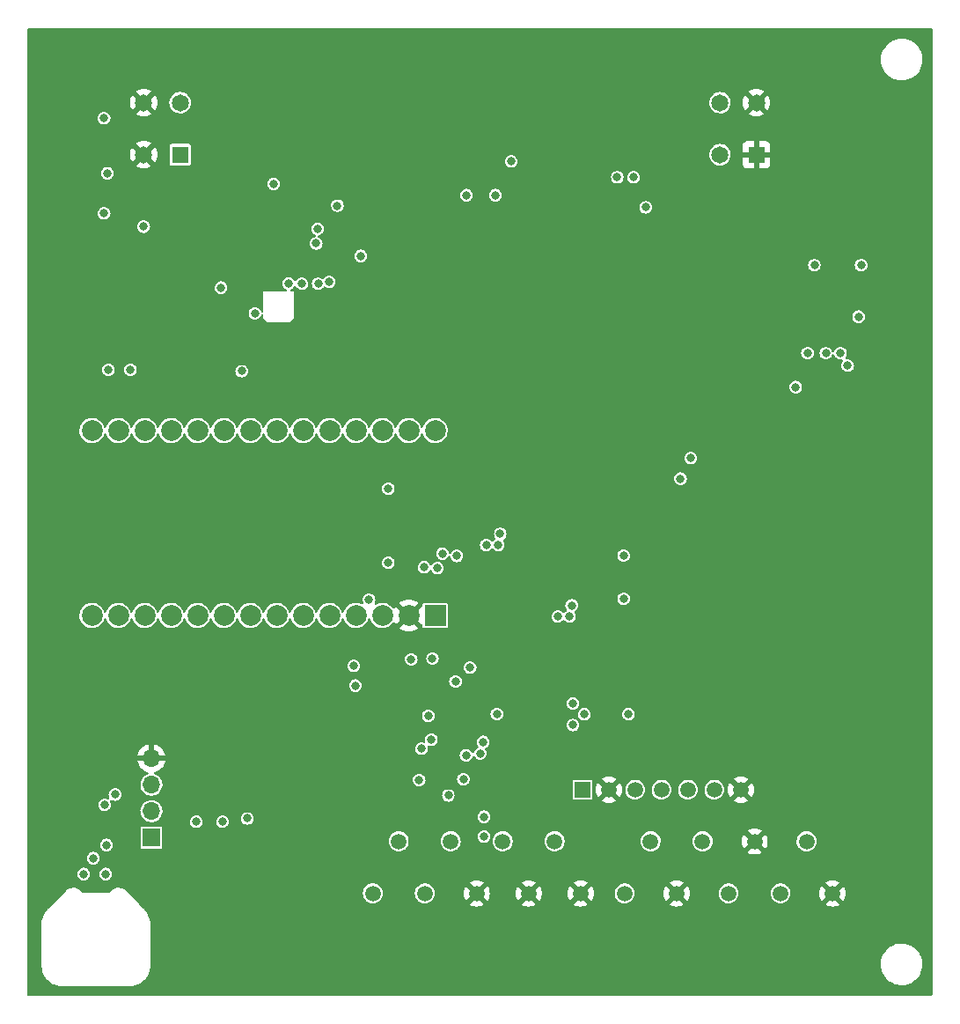
<source format=gbr>
%TF.GenerationSoftware,KiCad,Pcbnew,(6.0.11)*%
%TF.CreationDate,2024-07-11T13:02:53+02:00*%
%TF.ProjectId,walter-feels,77616c74-6572-42d6-9665-656c732e6b69,2.3*%
%TF.SameCoordinates,Original*%
%TF.FileFunction,Copper,L2,Inr*%
%TF.FilePolarity,Positive*%
%FSLAX46Y46*%
G04 Gerber Fmt 4.6, Leading zero omitted, Abs format (unit mm)*
G04 Created by KiCad (PCBNEW (6.0.11)) date 2024-07-11 13:02:53*
%MOMM*%
%LPD*%
G01*
G04 APERTURE LIST*
%TA.AperFunction,ComponentPad*%
%ADD10O,1.700000X1.700000*%
%TD*%
%TA.AperFunction,ComponentPad*%
%ADD11R,1.700000X1.700000*%
%TD*%
%TA.AperFunction,ComponentPad*%
%ADD12C,1.650000*%
%TD*%
%TA.AperFunction,ComponentPad*%
%ADD13R,1.650000X1.650000*%
%TD*%
%TA.AperFunction,ComponentPad*%
%ADD14R,1.500000X1.500000*%
%TD*%
%TA.AperFunction,ComponentPad*%
%ADD15C,1.500000*%
%TD*%
%TA.AperFunction,ComponentPad*%
%ADD16C,2.000000*%
%TD*%
%TA.AperFunction,ComponentPad*%
%ADD17R,2.000000X2.000000*%
%TD*%
%TA.AperFunction,ViaPad*%
%ADD18C,0.800000*%
%TD*%
G04 APERTURE END LIST*
D10*
%TO.N,GND*%
%TO.C,J6*%
X104800000Y-130192500D03*
%TO.N,I2C_SDA*%
X104800000Y-132732500D03*
%TO.N,I2C_SCL*%
X104800000Y-135272500D03*
D11*
%TO.N,+3.3V*%
X104800000Y-137812500D03*
%TD*%
D12*
%TO.N,GND*%
%TO.C,J3*%
X163014600Y-67146800D03*
D13*
X163014600Y-72146800D03*
D12*
%TO.N,Net-(F1-Pad1)*%
X159514600Y-67146800D03*
X159514600Y-72146800D03*
%TD*%
D14*
%TO.N,Net-(C52-Pad1)*%
%TO.C,U10*%
X146282200Y-133213800D03*
D15*
%TO.N,GND*%
X148822200Y-133213800D03*
%TO.N,CO2_SCL*%
X151362200Y-133213800D03*
%TO.N,CO2_SDA*%
X153902200Y-133213800D03*
%TO.N,unconnected-(U10-Pad5)*%
X156442200Y-133213800D03*
%TO.N,unconnected-(U10-Pad6)*%
X158982200Y-133213800D03*
%TO.N,GND*%
X161522200Y-133213800D03*
%TD*%
%TO.N,+3.3V*%
%TO.C,J5*%
X126106600Y-143179800D03*
%TO.N,+5V*%
X128606600Y-138179800D03*
%TO.N,CAN_L*%
X131106600Y-143179800D03*
%TO.N,CAN_H*%
X133606600Y-138179800D03*
%TO.N,GND*%
X136106600Y-143179800D03*
%TO.N,GPIOA*%
X138606600Y-138179800D03*
%TO.N,GND*%
X141106600Y-143179800D03*
%TO.N,GPIOB*%
X143606600Y-138179800D03*
%TO.N,GND*%
X146106600Y-143179800D03*
%TD*%
%TO.N,RS232_RX*%
%TO.C,J4*%
X150342600Y-143179800D03*
%TO.N,RS232_TX*%
X152842600Y-138179800D03*
%TO.N,GND*%
X155342600Y-143179800D03*
%TO.N,RS485_A*%
X157842600Y-138179800D03*
%TO.N,RS485_B*%
X160342600Y-143179800D03*
%TO.N,GND*%
X162842600Y-138179800D03*
%TO.N,SDI12_IO*%
X165342600Y-143179800D03*
%TO.N,12V*%
X167842600Y-138179800D03*
%TO.N,GND*%
X170342600Y-143179800D03*
%TD*%
D13*
%TO.N,VSOLAR*%
%TO.C,J2*%
X107566400Y-72146800D03*
D12*
X107566400Y-67146800D03*
%TO.N,GND*%
X104066400Y-72146800D03*
X104066400Y-67146800D03*
%TD*%
D16*
%TO.N,unconnected-(U1-Pad1)*%
%TO.C,U1*%
X132105600Y-98679000D03*
%TO.N,~{CAN_EN}*%
X129565600Y-98679000D03*
%TO.N,12V_EN*%
X127025600Y-98679000D03*
%TO.N,unconnected-(U1-Pad4)*%
X124485600Y-98679000D03*
%TO.N,CO2_SDA*%
X121945600Y-98679000D03*
%TO.N,CO2_SCL*%
X119405600Y-98679000D03*
%TO.N,~{CO2_EN}*%
X116865600Y-98679000D03*
%TO.N,GPIOB*%
X114325600Y-98679000D03*
%TO.N,GPIOA*%
X111785600Y-98679000D03*
%TO.N,SER_TX*%
X109245600Y-98679000D03*
%TO.N,SER_RX*%
X106705600Y-98679000D03*
%TO.N,I2C_SDA*%
X104165600Y-98679000D03*
%TO.N,I2C_SCL*%
X101625600Y-98679000D03*
%TO.N,I2C_BUSPOW*%
X99085600Y-98679000D03*
%TO.N,SD_DAT0*%
X99085600Y-116459000D03*
%TO.N,SD_CLK*%
X101625600Y-116459000D03*
%TO.N,SD_CMD*%
X104165600Y-116459000D03*
%TO.N,CAN_RX*%
X106705600Y-116459000D03*
%TO.N,CAN_TX*%
X109245600Y-116459000D03*
%TO.N,~{RS232_RX_EN}*%
X111785600Y-116459000D03*
%TO.N,RS232_TX_EN*%
X114325600Y-116459000D03*
%TO.N,RS485_TX_EN*%
X116865600Y-116459000D03*
%TO.N,~{RS485_RX_EN}*%
X119405600Y-116459000D03*
%TO.N,SDI12_RX_EN*%
X121945600Y-116459000D03*
%TO.N,SDI12_TX_EN*%
X124485600Y-116459000D03*
%TO.N,+3.3V*%
X127025600Y-116459000D03*
%TO.N,GND*%
X129565600Y-116459000D03*
D17*
%TO.N,+5V*%
X132105600Y-116459000D03*
%TD*%
D18*
%TO.N,GND*%
X102800000Y-138100000D03*
X106900000Y-132300000D03*
X106800000Y-134700000D03*
X107300000Y-138700000D03*
X104500000Y-140300000D03*
X103000000Y-142400000D03*
%TO.N,+5V*%
X124425000Y-123200000D03*
X169700000Y-91236800D03*
X129810000Y-120680000D03*
X156692600Y-101320600D03*
X171800000Y-92425000D03*
X167929600Y-91236800D03*
X155711400Y-103305202D03*
X166800000Y-94500000D03*
%TO.N,GND*%
X98430000Y-119340000D03*
X179578000Y-74396600D03*
X146329400Y-152577800D03*
X108000800Y-100558600D03*
X111100000Y-126470000D03*
X141478000Y-118745000D03*
X151037574Y-81483200D03*
X93243400Y-63550800D03*
X99466400Y-84582000D03*
X160731200Y-102820102D03*
X116050000Y-132450000D03*
X149123400Y-60420000D03*
X157759400Y-133985000D03*
X132359399Y-152577800D03*
X165300000Y-93000000D03*
X177600000Y-75200000D03*
X124125000Y-141300000D03*
X179578000Y-84175599D03*
X160020000Y-141401800D03*
X179578000Y-88366599D03*
X156972000Y-73152000D03*
X128803400Y-109347000D03*
X95351600Y-86156800D03*
X175945800Y-98552000D03*
X122300000Y-129300000D03*
X129050000Y-80970000D03*
X122732800Y-95910400D03*
X163093400Y-60420000D03*
X130000000Y-139200000D03*
X128900000Y-73304400D03*
X158826200Y-88239600D03*
X146989800Y-109042200D03*
X93243400Y-119430800D03*
X112369600Y-61925200D03*
X179578000Y-123291598D03*
X136559574Y-65963800D03*
X107391200Y-147066000D03*
X117678200Y-92964000D03*
X112775000Y-120125000D03*
X118150000Y-135375000D03*
X172847000Y-100431600D03*
X113580000Y-132630000D03*
X141000000Y-104260000D03*
X118414800Y-90373200D03*
X93243400Y-67741800D03*
X179578000Y-70205600D03*
X97485200Y-101904800D03*
X110007399Y-152577800D03*
X117816374Y-81686400D03*
X99491800Y-87706200D03*
X114147600Y-150799800D03*
X96037400Y-60420000D03*
X165887398Y-152577800D03*
X126221774Y-75971400D03*
X93243400Y-118033800D03*
X155473400Y-72009000D03*
X168681399Y-152577800D03*
X156108400Y-60420000D03*
X114223800Y-144373600D03*
X179578000Y-127482599D03*
X93243400Y-71932800D03*
X127550000Y-126775000D03*
X107920000Y-123090000D03*
X136474200Y-103784400D03*
X96405000Y-139970000D03*
X170100000Y-78900000D03*
X107060000Y-129590000D03*
X93243400Y-145973800D03*
X179578000Y-102336599D03*
X179578000Y-114909598D03*
X146583400Y-135864600D03*
X105410000Y-120560000D03*
X106975000Y-118350000D03*
X179578000Y-85572598D03*
X129743200Y-103936800D03*
X155473400Y-74295000D03*
X95123000Y-96367600D03*
X93243400Y-111048800D03*
X121945400Y-107111800D03*
X172796200Y-106908600D03*
X95554800Y-65024000D03*
X138861800Y-130556000D03*
X98831399Y-152577800D03*
X151037574Y-92659200D03*
X93243400Y-98475800D03*
X169367200Y-87630000D03*
X101117400Y-76682600D03*
X149975000Y-132025000D03*
X165900000Y-101725000D03*
X94869000Y-142316200D03*
X93243400Y-138988800D03*
X113207800Y-101015800D03*
X129800000Y-74600000D03*
X154051000Y-88239600D03*
X93243400Y-69138800D03*
X107150000Y-124960000D03*
X179578000Y-145643600D03*
X123400000Y-131500000D03*
X179578000Y-93954598D03*
X179578000Y-126085599D03*
X124358400Y-109347000D03*
X99517200Y-64643000D03*
X107213398Y-152577800D03*
X100640000Y-123430000D03*
X170662600Y-115112800D03*
X109321600Y-143027400D03*
X154101800Y-97892502D03*
X100310000Y-119420000D03*
X131625000Y-136075000D03*
X163753800Y-146227800D03*
X151231600Y-135864600D03*
X179578000Y-120497599D03*
X143535399Y-152577800D03*
X166674800Y-140538200D03*
X116325000Y-140175000D03*
X111328200Y-103047800D03*
X94640400Y-152577800D03*
X93243400Y-88696800D03*
X122809000Y-90424000D03*
X93243400Y-70535800D03*
X119634000Y-109321600D03*
X121183400Y-60420000D03*
X161213800Y-88239600D03*
X154051000Y-107112702D03*
X165400000Y-91800000D03*
X111794574Y-66624200D03*
X93243400Y-84505800D03*
X99394200Y-136503001D03*
X110058200Y-93167200D03*
X130260374Y-93802200D03*
X172872400Y-60420000D03*
X93243400Y-108254800D03*
X148564600Y-65786000D03*
X107400000Y-92300000D03*
X101625400Y-60420000D03*
X163800000Y-84100000D03*
X179578000Y-107924600D03*
X94615000Y-132715000D03*
X140741399Y-152577800D03*
X110388400Y-100787200D03*
X135153400Y-60420000D03*
X156108399Y-152577800D03*
X155600400Y-97663000D03*
X174000000Y-72600000D03*
X167259000Y-68503800D03*
X157464800Y-78867000D03*
X145627374Y-93802200D03*
X179578000Y-103733599D03*
X159525000Y-120050000D03*
X112988374Y-65100200D03*
X108610400Y-60420000D03*
X94810000Y-136270000D03*
X140182600Y-139674600D03*
X95150000Y-134490000D03*
X122250000Y-141300000D03*
X98199400Y-142414800D03*
X142833374Y-93802200D03*
X100228399Y-152577800D03*
X166344600Y-65100200D03*
X153314401Y-60420000D03*
X169341800Y-146456400D03*
X102880000Y-117860000D03*
X151028400Y-94056200D03*
X126771399Y-152577800D03*
X135440000Y-109620000D03*
X129565398Y-152577800D03*
X130962399Y-152577800D03*
X165557200Y-123825000D03*
X93243400Y-122224800D03*
X178460399Y-152577800D03*
X103022400Y-60420000D03*
X118389399Y-60420000D03*
X159588200Y-137007600D03*
X144700000Y-74600000D03*
X163245800Y-79933800D03*
X114198399Y-152577800D03*
X150799800Y-106909502D03*
X108889800Y-138607800D03*
X153060400Y-140589000D03*
X131657374Y-93802200D03*
X140411200Y-146227800D03*
X104190800Y-102184200D03*
X141050000Y-114840000D03*
X95808800Y-99161600D03*
X111794574Y-73710800D03*
X151257000Y-101042102D03*
X121350000Y-126300000D03*
X143225000Y-134594600D03*
X107391200Y-106349800D03*
X153060400Y-108128702D03*
X179578000Y-98145599D03*
X165684200Y-79933800D03*
X109448600Y-140284200D03*
X179578000Y-78587600D03*
X125374399Y-152577800D03*
X176149000Y-119659400D03*
X113570000Y-134040000D03*
X93243400Y-137591800D03*
X165300000Y-94400000D03*
X105240000Y-117850000D03*
X109067600Y-145567400D03*
X165887400Y-60420000D03*
X100228400Y-60420000D03*
X116103400Y-101346000D03*
X108820000Y-128910000D03*
X109775000Y-119125000D03*
X165506400Y-115163600D03*
X112030000Y-134590000D03*
X165684200Y-77571600D03*
X175666399Y-152577800D03*
X124764800Y-103759000D03*
X135760000Y-123460000D03*
X177952400Y-101269800D03*
X93243400Y-78917800D03*
X165600000Y-82200000D03*
X93243400Y-102666800D03*
X172112200Y-77022200D03*
X135153400Y-139420600D03*
X172796200Y-140208000D03*
X93243400Y-91490800D03*
X179578000Y-135864599D03*
X176225200Y-135661400D03*
X156133800Y-137998200D03*
X163093399Y-152577800D03*
X112801400Y-60420000D03*
X174980600Y-102362000D03*
X122580399Y-152577800D03*
X117575000Y-137050000D03*
X93243400Y-99872800D03*
X165900000Y-99975000D03*
X179578000Y-72999598D03*
X130960000Y-121530000D03*
X128168398Y-152577800D03*
X104292400Y-96291400D03*
X164400000Y-81200000D03*
X171475398Y-152577800D03*
X103022399Y-152577800D03*
X115733574Y-80695800D03*
X99796600Y-113182400D03*
X93243400Y-80314800D03*
X93243400Y-126415800D03*
X107670000Y-127850000D03*
X157505398Y-152577800D03*
X117017800Y-148285200D03*
X135590000Y-120400000D03*
X179578000Y-63220600D03*
X129250000Y-79900000D03*
X170066000Y-83870800D03*
X95199200Y-112953800D03*
X94843600Y-121259600D03*
X166801800Y-86080600D03*
X127800000Y-68000000D03*
X179578000Y-117703599D03*
X131240000Y-123450000D03*
X93243400Y-62153800D03*
X128168400Y-60420000D03*
X112160000Y-127460000D03*
X116772974Y-79705200D03*
X117814374Y-78714600D03*
X121589800Y-144500600D03*
X163601400Y-93878400D03*
X179578000Y-134467599D03*
X126746000Y-102285800D03*
X140462000Y-125044200D03*
X124265974Y-75971400D03*
X141283974Y-65963800D03*
X114975000Y-121025000D03*
X102133400Y-75488800D03*
X120675400Y-66675000D03*
X133100000Y-73300000D03*
X129310000Y-78880000D03*
X172300000Y-78816200D03*
X97434400Y-133426200D03*
X139900000Y-68000000D03*
X105816401Y-60420000D03*
X179578000Y-149834600D03*
X159649200Y-78867000D03*
X121615200Y-93167200D03*
X130225800Y-128117600D03*
X119938800Y-64033400D03*
X151917400Y-104191702D03*
X151917399Y-152577800D03*
X106450000Y-121700000D03*
X116535200Y-141351000D03*
X132150000Y-141900000D03*
X101625397Y-152577800D03*
X177190400Y-133223000D03*
X151037574Y-91262200D03*
X110690000Y-128480000D03*
X146329399Y-60420000D03*
X93243400Y-136194800D03*
X118150000Y-124375000D03*
X93243400Y-66344800D03*
X105310000Y-119110000D03*
X114147600Y-140411200D03*
X102430000Y-122580000D03*
X99999800Y-106680000D03*
X122656600Y-66014600D03*
X154711400Y-101793202D03*
X93243400Y-87299800D03*
X99466400Y-90144600D03*
X117043200Y-144983200D03*
X134086600Y-124206000D03*
X174269399Y-60420000D03*
X164312600Y-85267800D03*
X101676200Y-129311400D03*
X121875000Y-135200000D03*
X176301400Y-109956600D03*
X114147600Y-142265400D03*
X114182174Y-73710800D03*
X111770000Y-129420000D03*
X139344397Y-152577800D03*
X93243400Y-113842800D03*
X93243400Y-74726800D03*
X170357800Y-136906000D03*
X93243400Y-77520800D03*
X177063397Y-152577800D03*
X160299399Y-152577800D03*
X174269399Y-152577800D03*
X123000000Y-86000000D03*
X160756600Y-110287702D03*
X122575000Y-127475000D03*
X161175000Y-97500000D03*
X155092400Y-87172800D03*
X167284398Y-152577800D03*
X146010000Y-129710000D03*
X116770974Y-78714600D03*
X110120000Y-125550000D03*
X127775000Y-141300000D03*
X93243400Y-64947800D03*
X108661200Y-150799800D03*
X108400000Y-130990000D03*
X98425000Y-92456000D03*
X126796800Y-146456400D03*
X168249600Y-88872800D03*
X147878800Y-116890800D03*
X124723174Y-90652600D03*
X165700000Y-75200000D03*
X119875000Y-135775000D03*
X134451374Y-93802200D03*
X121950000Y-136675000D03*
X169367200Y-88872800D03*
X158013400Y-141478000D03*
X170078399Y-152577800D03*
X152704800Y-87172800D03*
X151037574Y-82880200D03*
X164700000Y-96275000D03*
X117814374Y-77724000D03*
X93243400Y-115239800D03*
X138240000Y-127500000D03*
X163652200Y-74244200D03*
X147726399Y-152577800D03*
X142780000Y-117460000D03*
X144932398Y-152577800D03*
X115595400Y-60420000D03*
X154711399Y-152577800D03*
X93243400Y-120827800D03*
X151485600Y-62052200D03*
X135153400Y-152577800D03*
X154482800Y-122961400D03*
X128676400Y-130048000D03*
X151917400Y-68046600D03*
X115519200Y-108229400D03*
X176784000Y-106197400D03*
X170535600Y-88872800D03*
X148300000Y-74600000D03*
X157607000Y-139725400D03*
X170967400Y-124485400D03*
X161137600Y-65354200D03*
X118364000Y-73660000D03*
X93243400Y-90093800D03*
X166928800Y-110286800D03*
X131267200Y-96850200D03*
X163300000Y-97475000D03*
X131425000Y-137800000D03*
X139820000Y-132680000D03*
X130946174Y-75971400D03*
X108880000Y-133760000D03*
X116770974Y-77724000D03*
X164500000Y-78800000D03*
X143662200Y-66000000D03*
X177647600Y-73507600D03*
X179578000Y-148437598D03*
X149555200Y-104191702D03*
X179578000Y-124688598D03*
X152984200Y-118821200D03*
X119786401Y-60420000D03*
X93243400Y-104063800D03*
X98380000Y-135250000D03*
X125713774Y-93395800D03*
X141046200Y-120573800D03*
X164998400Y-111429800D03*
X109397800Y-68478400D03*
X179578000Y-119100598D03*
X179578000Y-133070598D03*
X164998400Y-109143800D03*
X164950000Y-98275000D03*
X144230374Y-93802200D03*
X93243400Y-83108800D03*
X124723174Y-86461600D03*
X133162200Y-68000000D03*
X124750000Y-127325000D03*
X179578000Y-131673598D03*
X132359399Y-60420000D03*
X170357800Y-68326000D03*
X124659751Y-78764900D03*
X179578000Y-66014599D03*
X121725000Y-122250000D03*
X107213400Y-60420000D03*
X137740000Y-118270000D03*
X126680000Y-81360000D03*
X93243400Y-132003800D03*
X149428200Y-128803400D03*
X142722600Y-61696600D03*
X177469800Y-142976600D03*
X125831600Y-64287400D03*
X170078400Y-60420000D03*
X172100000Y-81900000D03*
X151037574Y-80086200D03*
X153314398Y-152577800D03*
X149555200Y-108331000D03*
X95961200Y-88595200D03*
X158394400Y-97663000D03*
X114925000Y-118300000D03*
X155905200Y-110160702D03*
X113570000Y-130850000D03*
X164490399Y-152577800D03*
X118059200Y-96139000D03*
X138921774Y-65963800D03*
X154889200Y-65532000D03*
X109000000Y-121500000D03*
X170535600Y-87630000D03*
X159791400Y-139471400D03*
X140004800Y-122555000D03*
X115731574Y-78714600D03*
X158724600Y-109093902D03*
X109275000Y-118175000D03*
X93243400Y-123621800D03*
X133858000Y-127834698D03*
X172796200Y-103581200D03*
X124723174Y-85064600D03*
X133054374Y-93802200D03*
X137762200Y-68000000D03*
X93243400Y-109651800D03*
X151037574Y-84277200D03*
X117856000Y-103759000D03*
X144025000Y-135825000D03*
X179578000Y-147040599D03*
X116075000Y-131275000D03*
X165963600Y-128549400D03*
X110510000Y-134910000D03*
X98831400Y-60420000D03*
X157505400Y-60420000D03*
X148031200Y-105385502D03*
X155498800Y-129108200D03*
X120142000Y-105689400D03*
X172575000Y-98250000D03*
X152222200Y-101042102D03*
X123266200Y-61772800D03*
X152628600Y-133985000D03*
X114182174Y-68986400D03*
X179578000Y-109321599D03*
X107416600Y-140817600D03*
X133756400Y-102819200D03*
X93243400Y-85902800D03*
X110510000Y-132490000D03*
X109125000Y-123050000D03*
X128863374Y-93802200D03*
X106197400Y-149352000D03*
X156438600Y-88239600D03*
X179578000Y-142849597D03*
X171475400Y-60420000D03*
X179578000Y-92557599D03*
X161569400Y-79044800D03*
X117816374Y-79705200D03*
X138252200Y-61620400D03*
X100330000Y-96139000D03*
X172100000Y-75000000D03*
X114200000Y-95800000D03*
X151037574Y-89865200D03*
X179578000Y-100939600D03*
X116916200Y-150749000D03*
X170027600Y-133477000D03*
X111226600Y-150672800D03*
X118186200Y-72466200D03*
X93243400Y-144576800D03*
X126771400Y-60420000D03*
X148793200Y-135864600D03*
X124125000Y-139225000D03*
X158724600Y-143383000D03*
X93243400Y-147370800D03*
X179578000Y-141452599D03*
X124400000Y-135225000D03*
X177063400Y-60420000D03*
X109560000Y-127320000D03*
X179578000Y-128879599D03*
X104419399Y-60420000D03*
X133756398Y-152577800D03*
X150520400Y-60420000D03*
X118675000Y-138225000D03*
X158902400Y-60420000D03*
X151037574Y-88468200D03*
X112801400Y-152577800D03*
X135483600Y-96875600D03*
X170027600Y-71221600D03*
X114198400Y-60420000D03*
X151028400Y-95453200D03*
X130450000Y-130430000D03*
X159867600Y-89306400D03*
X159791400Y-97663000D03*
X146846574Y-74269600D03*
X158724600Y-111506902D03*
X179578000Y-130276599D03*
X144780000Y-98679000D03*
X125940000Y-78660000D03*
X144932400Y-60420000D03*
X139192000Y-106426000D03*
X179578000Y-79984599D03*
X167284401Y-60420000D03*
X95224600Y-83489800D03*
X171043600Y-110032800D03*
X102800000Y-136100000D03*
X164600000Y-76500000D03*
X122800000Y-63500000D03*
X115733574Y-79705200D03*
X118338600Y-100279200D03*
X153212800Y-115138200D03*
X144450000Y-128120000D03*
X140081000Y-97028000D03*
X164160200Y-91643200D03*
X102950000Y-127250000D03*
X123164600Y-112191800D03*
X96037398Y-152577800D03*
X127110774Y-65963800D03*
X108610400Y-152577800D03*
X153619200Y-135864600D03*
X116408200Y-62128400D03*
X179578000Y-116306600D03*
X148421374Y-93802200D03*
X103530400Y-69570600D03*
X171100000Y-73000000D03*
X146062200Y-66000000D03*
X157581600Y-65608200D03*
X95631000Y-91389200D03*
X163068000Y-110286800D03*
X135700000Y-115120000D03*
X119875000Y-131625000D03*
X110007400Y-60420000D03*
X178460400Y-60420000D03*
X119200000Y-123275000D03*
X179578000Y-89763599D03*
X149885400Y-130378200D03*
X112060000Y-130820000D03*
X162350000Y-96325000D03*
X134197374Y-65963800D03*
X93243400Y-141782800D03*
X142138400Y-152577800D03*
X176900000Y-79000000D03*
X179578000Y-138658600D03*
X179578000Y-110718598D03*
X159050000Y-77900000D03*
X165989000Y-73329800D03*
X135460000Y-118250000D03*
X122025000Y-120600000D03*
X136550400Y-60420000D03*
X131800000Y-140400000D03*
X172872400Y-62026800D03*
X93243400Y-134797800D03*
X140039374Y-93802200D03*
X124723174Y-92049600D03*
X116789200Y-113766600D03*
X177317400Y-80899000D03*
X177368200Y-68707000D03*
X162128200Y-142722600D03*
X156997400Y-97663000D03*
X139903200Y-100914200D03*
X133756401Y-60420000D03*
X149996174Y-93700600D03*
X113180000Y-128520000D03*
X114182174Y-71348600D03*
X152806400Y-126390400D03*
X127050000Y-125100000D03*
X152120600Y-145796000D03*
X129575000Y-141300000D03*
X108356400Y-102260400D03*
X147770000Y-129000000D03*
X143535400Y-60420000D03*
X167055800Y-61950600D03*
X144780000Y-132461000D03*
X150275000Y-134050000D03*
X99370000Y-121960000D03*
X143230600Y-119075200D03*
X115112800Y-146253200D03*
X93243400Y-125018800D03*
X104470200Y-91795600D03*
X110270000Y-147320000D03*
X116772974Y-81686400D03*
X123410000Y-82890000D03*
X94640400Y-60420000D03*
X116992399Y-152577800D03*
X141436374Y-93802200D03*
X160299399Y-60420000D03*
X164490400Y-60420000D03*
X130098800Y-113639600D03*
X168681400Y-60420000D03*
X133400000Y-139675000D03*
X135180000Y-100080000D03*
X117225000Y-128950000D03*
X152298400Y-65481200D03*
X116240000Y-143180000D03*
X137947400Y-60420000D03*
X165900000Y-105225000D03*
X158927800Y-135458200D03*
X123520200Y-101320600D03*
X125220000Y-144800000D03*
X102370000Y-124860000D03*
X97434401Y-60420000D03*
X115731574Y-77724000D03*
X126000000Y-139225000D03*
X125825000Y-96125000D03*
X119575000Y-120600000D03*
X179578000Y-64617599D03*
X132200000Y-74500000D03*
X144881600Y-106070400D03*
X93243400Y-150164800D03*
X145389600Y-139776200D03*
X116992400Y-60420000D03*
X162534600Y-75742800D03*
X125400000Y-122350000D03*
X123977400Y-60420000D03*
X163275000Y-95350000D03*
X179578000Y-91160599D03*
X176936400Y-138811000D03*
X93243400Y-60756800D03*
X93243400Y-151561800D03*
X93243400Y-106857800D03*
X142138400Y-60420000D03*
X108430000Y-126190000D03*
X114182174Y-66624200D03*
X117805200Y-66065400D03*
X149199600Y-68046600D03*
X146862200Y-68000000D03*
X141375000Y-135750000D03*
X124723174Y-89255600D03*
X177596800Y-84328000D03*
X112080000Y-133090000D03*
X104200000Y-121870000D03*
X160731200Y-101168200D03*
X179578000Y-86969598D03*
X111404398Y-152577800D03*
X145000000Y-72900000D03*
X176098200Y-115189000D03*
X122275000Y-139225000D03*
X127270000Y-78660000D03*
X104940000Y-125180000D03*
X93243400Y-95681800D03*
X179578000Y-68808599D03*
X97434400Y-152577800D03*
X155194000Y-134035800D03*
X159359600Y-127406400D03*
X151333200Y-97002600D03*
X111200000Y-120100000D03*
X142544800Y-108762800D03*
X126000000Y-141300000D03*
X161696401Y-60420000D03*
X154711400Y-60420000D03*
X108075000Y-120525000D03*
X154152600Y-109551102D03*
X127466374Y-93802200D03*
X136750000Y-111940000D03*
X129472974Y-65963800D03*
X116772974Y-80695800D03*
X146151600Y-146558000D03*
X111794574Y-71348600D03*
X93243400Y-127812800D03*
X102860000Y-119330000D03*
X115733574Y-81686400D03*
X151917400Y-60420000D03*
X131835174Y-65963800D03*
X147066000Y-98679000D03*
X145923000Y-103886000D03*
X174218600Y-65913000D03*
X117816374Y-80695800D03*
X96799400Y-124739400D03*
X121894600Y-149047200D03*
X134924800Y-146888200D03*
X179578000Y-61823598D03*
X172900000Y-94000000D03*
X157480000Y-87172800D03*
X158902398Y-152577800D03*
X108870000Y-135100000D03*
X137947399Y-152577800D03*
X147024374Y-93802200D03*
X179578000Y-99542598D03*
X150266400Y-101042102D03*
X172300000Y-97100000D03*
X179578000Y-96748599D03*
X119875000Y-132725000D03*
X132842000Y-61671200D03*
X130800000Y-68000000D03*
X179578000Y-144246599D03*
X93243400Y-76123800D03*
X179578000Y-75793599D03*
X153111200Y-72009000D03*
X100400000Y-117860000D03*
X95199200Y-127254000D03*
X159867600Y-87172800D03*
X95020000Y-138560000D03*
X123977399Y-152577800D03*
X172872400Y-152577800D03*
X152069800Y-110845600D03*
X153106200Y-78867000D03*
X148031200Y-119380000D03*
X115800000Y-137050000D03*
X100177600Y-62382400D03*
X154457400Y-100152200D03*
X93243400Y-94284800D03*
X179578000Y-81381598D03*
X106019600Y-64897000D03*
X165557200Y-119481600D03*
X123725000Y-124700000D03*
X155854400Y-99187000D03*
X144500000Y-68000000D03*
X159156400Y-114985800D03*
X110530000Y-133720000D03*
X129565400Y-60420000D03*
X168950000Y-93200000D03*
X148539200Y-139496800D03*
X176834800Y-129413000D03*
X163220400Y-77571600D03*
X177850800Y-77368400D03*
X97917000Y-129260600D03*
X144780000Y-101955600D03*
X155092400Y-89306400D03*
X117800000Y-63200000D03*
X142560000Y-128560000D03*
X115525000Y-133700000D03*
X170700000Y-76900000D03*
X148640800Y-121996200D03*
X128380000Y-78650000D03*
X125374401Y-60420000D03*
X150037800Y-124206000D03*
X147294600Y-62230000D03*
X143687800Y-121564400D03*
X93243400Y-97078800D03*
X124723174Y-87858600D03*
X93243400Y-143179800D03*
X107619800Y-144068800D03*
X179578000Y-112115600D03*
X151037574Y-87071200D03*
X93243400Y-116636800D03*
X95199200Y-108762800D03*
X171094400Y-129209800D03*
X151037574Y-85674200D03*
X178409600Y-95681800D03*
X110642400Y-96240600D03*
X165900000Y-103475000D03*
X170200000Y-81972700D03*
X130946174Y-73304400D03*
X179578000Y-121894599D03*
X121183398Y-152577800D03*
X107100000Y-119575000D03*
X174371000Y-70281800D03*
X138642374Y-93802200D03*
X156260800Y-135890000D03*
X100970000Y-121180000D03*
X93243400Y-92887800D03*
X93243400Y-148767800D03*
X93243400Y-112445800D03*
X132930000Y-135000000D03*
X179578000Y-151231599D03*
X148370574Y-73075800D03*
X159512000Y-122986800D03*
X111404401Y-60420000D03*
X153695400Y-103353502D03*
X174500000Y-83200000D03*
X129075000Y-133725000D03*
X170400000Y-75200000D03*
X163652200Y-82727800D03*
X152704800Y-89306400D03*
X121075000Y-124600000D03*
X161696399Y-152577800D03*
X105800000Y-128410000D03*
X132710000Y-107660000D03*
X93243400Y-81711800D03*
X170700000Y-94000000D03*
X120929400Y-100888800D03*
X179578000Y-60420000D03*
X139344401Y-60420000D03*
X93243400Y-130606800D03*
X157886400Y-146507200D03*
X149123398Y-152577800D03*
X128583974Y-75971400D03*
X95326200Y-104495600D03*
X155280400Y-78867000D03*
X106020000Y-123780000D03*
X168249600Y-87630000D03*
X142113000Y-121107200D03*
X179578000Y-67411597D03*
X171800000Y-94000000D03*
X179578000Y-106527599D03*
X135400000Y-68000000D03*
X126374174Y-80365600D03*
X121225000Y-138150000D03*
X140400000Y-128000000D03*
X130962400Y-60420000D03*
X124748574Y-65963800D03*
X103410000Y-125920000D03*
X93243400Y-105460800D03*
X179578000Y-140055599D03*
X154686000Y-68046600D03*
X93243400Y-73329800D03*
X157480000Y-89306400D03*
X179578000Y-82778599D03*
X122580400Y-60420000D03*
X115595398Y-152577800D03*
X139760000Y-115090000D03*
X104571800Y-109626400D03*
X155168600Y-62204600D03*
X135848374Y-93802200D03*
X170357800Y-64998600D03*
X104610000Y-127090000D03*
X176900000Y-82900000D03*
X145923000Y-96774000D03*
X100025200Y-131572000D03*
X170942000Y-119684800D03*
X134823200Y-135255000D03*
X133308374Y-75971400D03*
X179578000Y-95351598D03*
X93243400Y-129209800D03*
X122100000Y-87800000D03*
X136550399Y-152577800D03*
X111794574Y-68986400D03*
X93243400Y-140385800D03*
X140741400Y-60420000D03*
X153416000Y-74295000D03*
X113512600Y-105613200D03*
X179578000Y-77190598D03*
X146600000Y-73000000D03*
X127775000Y-139375000D03*
X175818800Y-95910400D03*
X93243400Y-101269800D03*
X160731200Y-99136200D03*
X119532400Y-72466200D03*
X179578000Y-105130597D03*
X150520400Y-152577800D03*
X142262200Y-68000000D03*
X173456600Y-146354800D03*
X176377600Y-124714000D03*
X108870000Y-132580000D03*
X109180000Y-124570000D03*
X111429800Y-110109000D03*
X93243400Y-133400800D03*
X106340000Y-126530000D03*
X130556000Y-64389000D03*
X103070000Y-120660000D03*
X119250000Y-125900000D03*
X179578000Y-113512599D03*
X137245374Y-93802200D03*
X179578000Y-71602599D03*
X179578000Y-137261598D03*
X147726401Y-60420000D03*
X110150000Y-130350000D03*
X175666401Y-60420000D03*
X128397000Y-61595000D03*
X147000000Y-127610000D03*
X174400000Y-78100000D03*
X110750000Y-121750000D03*
X108026200Y-113436400D03*
X171100000Y-80500000D03*
%TO.N,VSOLAR*%
X116569774Y-74955400D03*
X104072974Y-79069600D03*
%TO.N,Net-(C14-Pad1)*%
X114766374Y-87401400D03*
X120845000Y-84550000D03*
X149627574Y-74320400D03*
%TO.N,Net-(C15-Pad2)*%
X151177574Y-74320400D03*
X119295000Y-84550000D03*
%TO.N,VCC*%
X100258574Y-68648900D03*
X100563374Y-73932100D03*
X100258574Y-77792900D03*
X121920000Y-84390000D03*
X124949974Y-81889600D03*
%TO.N,/Power/VIN*%
X173088600Y-82778600D03*
X168600000Y-82778600D03*
%TO.N,VBAT*%
X152358374Y-77216000D03*
X118012274Y-84531200D03*
%TO.N,+3.3V*%
X131850000Y-120590000D03*
X111649200Y-136289500D03*
X136804400Y-135813800D03*
X100406200Y-141325600D03*
X114025000Y-135975000D03*
X98298000Y-141325600D03*
X136804400Y-137718800D03*
X109125300Y-136289500D03*
X135480000Y-121480000D03*
X138045300Y-125934700D03*
%TO.N,Net-(C60-Pad2)*%
X172847000Y-87731600D03*
X171117200Y-91236800D03*
%TO.N,12V*%
X150241000Y-110693200D03*
X150241000Y-114858800D03*
%TO.N,I2C_SDA*%
X100480000Y-138530000D03*
X99212400Y-139800000D03*
X100300000Y-134680000D03*
X101295200Y-133680200D03*
%TO.N,Net-(IC1-Pad11)*%
X111502974Y-84937600D03*
X113487200Y-92964000D03*
%TO.N,SDI12_IO*%
X146456400Y-125943398D03*
X150698200Y-125943398D03*
%TO.N,CO2_SCL*%
X138166800Y-109686800D03*
X145040000Y-116560000D03*
%TO.N,CO2_SDA*%
X145243200Y-115493200D03*
X138370000Y-108620000D03*
%TO.N,SER_RX*%
X136442600Y-129737000D03*
X131040000Y-111810000D03*
X133375400Y-133770800D03*
%TO.N,SER_TX*%
X136728200Y-128625600D03*
X134061200Y-122809000D03*
X132320000Y-111900000D03*
%TO.N,RS232_TX_EN*%
X130790000Y-129270000D03*
X130570000Y-132270000D03*
%TO.N,RS485_TX_EN*%
X131749800Y-128397000D03*
X134823200Y-132207000D03*
%TO.N,~{CAN_EN}*%
X125750000Y-114960000D03*
X127600000Y-104270000D03*
X124275000Y-121300000D03*
X127600000Y-111380000D03*
%TO.N,~{CO2_EN}*%
X145364200Y-124917200D03*
X145364200Y-127000000D03*
X143897000Y-116560000D03*
X137023800Y-109686800D03*
%TO.N,I2C_BUSPOW*%
X102793800Y-92837000D03*
X100660200Y-92837000D03*
%TO.N,GPIOA*%
X132810000Y-110510000D03*
%TO.N,GPIOB*%
X134200000Y-110740000D03*
%TO.N,/Solar battery charger/TG*%
X137896600Y-76047600D03*
X120666833Y-80682200D03*
%TO.N,/Solar battery charger/BG*%
X120786174Y-79273400D03*
X135118774Y-76047600D03*
%TO.N,/Solar battery charger/OUTFET*%
X139429774Y-72796400D03*
X122700000Y-77050000D03*
%TO.N,~{RS485_RX_EN}*%
X131445000Y-126111000D03*
X135077200Y-129895600D03*
%TD*%
%TA.AperFunction,Conductor*%
%TO.N,GND*%
G36*
X179941621Y-60020502D02*
G01*
X179988114Y-60074158D01*
X179999500Y-60126500D01*
X179999500Y-152873500D01*
X179979498Y-152941621D01*
X179925842Y-152988114D01*
X179873500Y-152999500D01*
X92963000Y-152999500D01*
X92894879Y-152979498D01*
X92848386Y-152925842D01*
X92837000Y-152873500D01*
X92837000Y-150116823D01*
X94241121Y-150116823D01*
X94241929Y-150123000D01*
X94241908Y-150123000D01*
X94259060Y-150384681D01*
X94259864Y-150388721D01*
X94259864Y-150388724D01*
X94309415Y-150637831D01*
X94310221Y-150641885D01*
X94394518Y-150890210D01*
X94510506Y-151125408D01*
X94656202Y-151343453D01*
X94658923Y-151346555D01*
X94658924Y-151346557D01*
X94826390Y-151537513D01*
X94826396Y-151537519D01*
X94829112Y-151540616D01*
X95026279Y-151713523D01*
X95244327Y-151859214D01*
X95248020Y-151861035D01*
X95248025Y-151861038D01*
X95342139Y-151907448D01*
X95479527Y-151975198D01*
X95483437Y-151976525D01*
X95483439Y-151976526D01*
X95723947Y-152058163D01*
X95723949Y-152058164D01*
X95727854Y-152059489D01*
X95985059Y-152110646D01*
X95989172Y-152110916D01*
X95989176Y-152110916D01*
X96213278Y-152125600D01*
X96225936Y-152127075D01*
X96229144Y-152127614D01*
X96234386Y-152128496D01*
X96246740Y-152128647D01*
X96251564Y-152127956D01*
X96251565Y-152127956D01*
X96273787Y-152124773D01*
X96291652Y-152123500D01*
X102633507Y-152123500D01*
X102654404Y-152125245D01*
X102673740Y-152128497D01*
X102686094Y-152128647D01*
X102691400Y-152127887D01*
X102701021Y-152126884D01*
X102943662Y-152110970D01*
X102943669Y-152110969D01*
X102947772Y-152110700D01*
X103204972Y-152059529D01*
X103208996Y-152058163D01*
X103449385Y-151976552D01*
X103449388Y-151976551D01*
X103453293Y-151975225D01*
X103456995Y-151973399D01*
X103456998Y-151973398D01*
X103684779Y-151861059D01*
X103688486Y-151859231D01*
X103691916Y-151856939D01*
X103691923Y-151856935D01*
X103903094Y-151715826D01*
X103906527Y-151713532D01*
X104103685Y-151540619D01*
X104276588Y-151343452D01*
X104285934Y-151329465D01*
X104419981Y-151128842D01*
X104419986Y-151128834D01*
X104422278Y-151125404D01*
X104538261Y-150890206D01*
X104622553Y-150641882D01*
X104632927Y-150589730D01*
X104672908Y-150388722D01*
X104672908Y-150388719D01*
X104673712Y-150384679D01*
X104688671Y-150156450D01*
X104690147Y-150143786D01*
X104691566Y-150135354D01*
X104691642Y-150129136D01*
X104691658Y-150127859D01*
X104691658Y-150127854D01*
X104691717Y-150123000D01*
X104687843Y-150095949D01*
X104686570Y-150078087D01*
X104686570Y-149968497D01*
X174994637Y-149968497D01*
X174994881Y-149972932D01*
X174994881Y-149972936D01*
X175004631Y-150150083D01*
X175010205Y-150251370D01*
X175065474Y-150529226D01*
X175066950Y-150533429D01*
X175106409Y-150645791D01*
X175159342Y-150796524D01*
X175161395Y-150800477D01*
X175161398Y-150800483D01*
X175208006Y-150890206D01*
X175289936Y-151047928D01*
X175292519Y-151051543D01*
X175292523Y-151051549D01*
X175325176Y-151097242D01*
X175454651Y-151278424D01*
X175457729Y-151281651D01*
X175457731Y-151281653D01*
X175519639Y-151346549D01*
X175650199Y-151483412D01*
X175872680Y-151658801D01*
X175970856Y-151715826D01*
X176113807Y-151798859D01*
X176113813Y-151798862D01*
X176117654Y-151801093D01*
X176121777Y-151802763D01*
X176255492Y-151856923D01*
X176380232Y-151907448D01*
X176384545Y-151908519D01*
X176384550Y-151908521D01*
X176650856Y-151974672D01*
X176650861Y-151974673D01*
X176655177Y-151975745D01*
X176659605Y-151976199D01*
X176659607Y-151976199D01*
X176735307Y-151983955D01*
X176896790Y-152000500D01*
X177072170Y-152000500D01*
X177282593Y-151985601D01*
X177286948Y-151984663D01*
X177286951Y-151984663D01*
X177555200Y-151926911D01*
X177555202Y-151926911D01*
X177559547Y-151925975D01*
X177825337Y-151827920D01*
X178037336Y-151713532D01*
X178070744Y-151695506D01*
X178074660Y-151693393D01*
X178302540Y-151525078D01*
X178504430Y-151326334D01*
X178507131Y-151322794D01*
X178507137Y-151322788D01*
X178673602Y-151104667D01*
X178673605Y-151104663D01*
X178676304Y-151101126D01*
X178794422Y-150890210D01*
X178812552Y-150857837D01*
X178812555Y-150857832D01*
X178814730Y-150853947D01*
X178836946Y-150796524D01*
X178915341Y-150593885D01*
X178915343Y-150593879D01*
X178916948Y-150589730D01*
X178980918Y-150313747D01*
X179005363Y-150031503D01*
X179002140Y-149972936D01*
X178990040Y-149753073D01*
X178990039Y-149753066D01*
X178989795Y-149748630D01*
X178934526Y-149470774D01*
X178913279Y-149410270D01*
X178842136Y-149207684D01*
X178842135Y-149207681D01*
X178840658Y-149203476D01*
X178838605Y-149199523D01*
X178838602Y-149199517D01*
X178712116Y-148956023D01*
X178710064Y-148952072D01*
X178707481Y-148948457D01*
X178707477Y-148948451D01*
X178627858Y-148837037D01*
X178545349Y-148721576D01*
X178503028Y-148677212D01*
X178352876Y-148519811D01*
X178352873Y-148519808D01*
X178349801Y-148516588D01*
X178127320Y-148341199D01*
X178017073Y-148277163D01*
X177886193Y-148201141D01*
X177886187Y-148201138D01*
X177882346Y-148198907D01*
X177619768Y-148092552D01*
X177615455Y-148091481D01*
X177615450Y-148091479D01*
X177349144Y-148025328D01*
X177349139Y-148025327D01*
X177344823Y-148024255D01*
X177340395Y-148023801D01*
X177340393Y-148023801D01*
X177245552Y-148014084D01*
X177103210Y-147999500D01*
X176927830Y-147999500D01*
X176717407Y-148014399D01*
X176713052Y-148015337D01*
X176713049Y-148015337D01*
X176444800Y-148073089D01*
X176444798Y-148073089D01*
X176440453Y-148074025D01*
X176174663Y-148172080D01*
X175925340Y-148306607D01*
X175697460Y-148474922D01*
X175495570Y-148673666D01*
X175492869Y-148677206D01*
X175492863Y-148677212D01*
X175456237Y-148725204D01*
X175323696Y-148898874D01*
X175185270Y-149146053D01*
X175183662Y-149150211D01*
X175183659Y-149150216D01*
X175084659Y-149406115D01*
X175083052Y-149410270D01*
X175019082Y-149686253D01*
X174994637Y-149968497D01*
X104686570Y-149968497D01*
X104686570Y-146175526D01*
X104688314Y-146154637D01*
X104690758Y-146140098D01*
X104691567Y-146135287D01*
X104691716Y-146122933D01*
X104689257Y-146105778D01*
X104688181Y-146094980D01*
X104677328Y-145902133D01*
X104677130Y-145898612D01*
X104639476Y-145677115D01*
X104577265Y-145461224D01*
X104491280Y-145253653D01*
X104382601Y-145057011D01*
X104380557Y-145054131D01*
X104380552Y-145054122D01*
X104254640Y-144876653D01*
X104254638Y-144876650D01*
X104252595Y-144873771D01*
X104130885Y-144737558D01*
X104122196Y-144726680D01*
X104112932Y-144713666D01*
X104104304Y-144704823D01*
X104099726Y-144701391D01*
X104082412Y-144688413D01*
X104068890Y-144676688D01*
X103622163Y-144229961D01*
X135420993Y-144229961D01*
X135430287Y-144241975D01*
X135470688Y-144270264D01*
X135480184Y-144275747D01*
X135669713Y-144364126D01*
X135680005Y-144367872D01*
X135882001Y-144421996D01*
X135892796Y-144423899D01*
X136101125Y-144442126D01*
X136112075Y-144442126D01*
X136320404Y-144423899D01*
X136331199Y-144421996D01*
X136533195Y-144367872D01*
X136543487Y-144364126D01*
X136733016Y-144275747D01*
X136742512Y-144270264D01*
X136783748Y-144241390D01*
X136792123Y-144230912D01*
X136791623Y-144229961D01*
X140420993Y-144229961D01*
X140430287Y-144241975D01*
X140470688Y-144270264D01*
X140480184Y-144275747D01*
X140669713Y-144364126D01*
X140680005Y-144367872D01*
X140882001Y-144421996D01*
X140892796Y-144423899D01*
X141101125Y-144442126D01*
X141112075Y-144442126D01*
X141320404Y-144423899D01*
X141331199Y-144421996D01*
X141533195Y-144367872D01*
X141543487Y-144364126D01*
X141733016Y-144275747D01*
X141742512Y-144270264D01*
X141783748Y-144241390D01*
X141792123Y-144230912D01*
X141791623Y-144229961D01*
X145420993Y-144229961D01*
X145430287Y-144241975D01*
X145470688Y-144270264D01*
X145480184Y-144275747D01*
X145669713Y-144364126D01*
X145680005Y-144367872D01*
X145882001Y-144421996D01*
X145892796Y-144423899D01*
X146101125Y-144442126D01*
X146112075Y-144442126D01*
X146320404Y-144423899D01*
X146331199Y-144421996D01*
X146533195Y-144367872D01*
X146543487Y-144364126D01*
X146733016Y-144275747D01*
X146742512Y-144270264D01*
X146783748Y-144241390D01*
X146792123Y-144230912D01*
X146791623Y-144229961D01*
X154656993Y-144229961D01*
X154666287Y-144241975D01*
X154706688Y-144270264D01*
X154716184Y-144275747D01*
X154905713Y-144364126D01*
X154916005Y-144367872D01*
X155118001Y-144421996D01*
X155128796Y-144423899D01*
X155337125Y-144442126D01*
X155348075Y-144442126D01*
X155556404Y-144423899D01*
X155567199Y-144421996D01*
X155769195Y-144367872D01*
X155779487Y-144364126D01*
X155969016Y-144275747D01*
X155978512Y-144270264D01*
X156019748Y-144241390D01*
X156028123Y-144230912D01*
X156027623Y-144229961D01*
X169656993Y-144229961D01*
X169666287Y-144241975D01*
X169706688Y-144270264D01*
X169716184Y-144275747D01*
X169905713Y-144364126D01*
X169916005Y-144367872D01*
X170118001Y-144421996D01*
X170128796Y-144423899D01*
X170337125Y-144442126D01*
X170348075Y-144442126D01*
X170556404Y-144423899D01*
X170567199Y-144421996D01*
X170769195Y-144367872D01*
X170779487Y-144364126D01*
X170969016Y-144275747D01*
X170978512Y-144270264D01*
X171019748Y-144241390D01*
X171028123Y-144230912D01*
X171021057Y-144217468D01*
X170355411Y-143551821D01*
X170341468Y-143544208D01*
X170339634Y-143544339D01*
X170333020Y-143548590D01*
X169663420Y-144218191D01*
X169656993Y-144229961D01*
X156027623Y-144229961D01*
X156021057Y-144217468D01*
X155355411Y-143551821D01*
X155341468Y-143544208D01*
X155339634Y-143544339D01*
X155333020Y-143548590D01*
X154663420Y-144218191D01*
X154656993Y-144229961D01*
X146791623Y-144229961D01*
X146785057Y-144217468D01*
X146119411Y-143551821D01*
X146105468Y-143544208D01*
X146103634Y-143544339D01*
X146097020Y-143548590D01*
X145427420Y-144218191D01*
X145420993Y-144229961D01*
X141791623Y-144229961D01*
X141785057Y-144217468D01*
X141119411Y-143551821D01*
X141105468Y-143544208D01*
X141103634Y-143544339D01*
X141097020Y-143548590D01*
X140427420Y-144218191D01*
X140420993Y-144229961D01*
X136791623Y-144229961D01*
X136785057Y-144217468D01*
X136119411Y-143551821D01*
X136105468Y-143544208D01*
X136103634Y-143544339D01*
X136097020Y-143548590D01*
X135427420Y-144218191D01*
X135420993Y-144229961D01*
X103622163Y-144229961D01*
X102558622Y-143166420D01*
X125148378Y-143166420D01*
X125164029Y-143352794D01*
X125215581Y-143532579D01*
X125221625Y-143544339D01*
X125258807Y-143616687D01*
X125301072Y-143698927D01*
X125417246Y-143845502D01*
X125421939Y-143849496D01*
X125421940Y-143849497D01*
X125429712Y-143856111D01*
X125559677Y-143966720D01*
X125565055Y-143969726D01*
X125565057Y-143969727D01*
X125641308Y-144012342D01*
X125722940Y-144057964D01*
X125900816Y-144115760D01*
X126086531Y-144137905D01*
X126092666Y-144137433D01*
X126092668Y-144137433D01*
X126266868Y-144124029D01*
X126266872Y-144124028D01*
X126273010Y-144123556D01*
X126453150Y-144073260D01*
X126620091Y-143988932D01*
X126644673Y-143969727D01*
X126762612Y-143877583D01*
X126762613Y-143877582D01*
X126767473Y-143873785D01*
X126889682Y-143732204D01*
X126982064Y-143569582D01*
X127041100Y-143392113D01*
X127064541Y-143206558D01*
X127064781Y-143189380D01*
X127064866Y-143183322D01*
X127064866Y-143183318D01*
X127064915Y-143179800D01*
X127063603Y-143166420D01*
X130148378Y-143166420D01*
X130164029Y-143352794D01*
X130215581Y-143532579D01*
X130221625Y-143544339D01*
X130258807Y-143616687D01*
X130301072Y-143698927D01*
X130417246Y-143845502D01*
X130421939Y-143849496D01*
X130421940Y-143849497D01*
X130429712Y-143856111D01*
X130559677Y-143966720D01*
X130565055Y-143969726D01*
X130565057Y-143969727D01*
X130641308Y-144012342D01*
X130722940Y-144057964D01*
X130900816Y-144115760D01*
X131086531Y-144137905D01*
X131092666Y-144137433D01*
X131092668Y-144137433D01*
X131266868Y-144124029D01*
X131266872Y-144124028D01*
X131273010Y-144123556D01*
X131453150Y-144073260D01*
X131620091Y-143988932D01*
X131644673Y-143969727D01*
X131762612Y-143877583D01*
X131762613Y-143877582D01*
X131767473Y-143873785D01*
X131889682Y-143732204D01*
X131982064Y-143569582D01*
X132041100Y-143392113D01*
X132064541Y-143206558D01*
X132064781Y-143189380D01*
X132064839Y-143185275D01*
X134844274Y-143185275D01*
X134862501Y-143393604D01*
X134864404Y-143404399D01*
X134918528Y-143606395D01*
X134922274Y-143616687D01*
X135010654Y-143806217D01*
X135016134Y-143815707D01*
X135045011Y-143856949D01*
X135055487Y-143865323D01*
X135068934Y-143858255D01*
X135734579Y-143192611D01*
X135740956Y-143180932D01*
X136471008Y-143180932D01*
X136471139Y-143182766D01*
X136475390Y-143189380D01*
X137144991Y-143858980D01*
X137156761Y-143865407D01*
X137168776Y-143856111D01*
X137197066Y-143815707D01*
X137202546Y-143806217D01*
X137290926Y-143616687D01*
X137294672Y-143606395D01*
X137348796Y-143404399D01*
X137350699Y-143393604D01*
X137368926Y-143185275D01*
X139844274Y-143185275D01*
X139862501Y-143393604D01*
X139864404Y-143404399D01*
X139918528Y-143606395D01*
X139922274Y-143616687D01*
X140010654Y-143806217D01*
X140016134Y-143815707D01*
X140045011Y-143856949D01*
X140055487Y-143865323D01*
X140068934Y-143858255D01*
X140734579Y-143192611D01*
X140740956Y-143180932D01*
X141471008Y-143180932D01*
X141471139Y-143182766D01*
X141475390Y-143189380D01*
X142144991Y-143858980D01*
X142156761Y-143865407D01*
X142168776Y-143856111D01*
X142197066Y-143815707D01*
X142202546Y-143806217D01*
X142290926Y-143616687D01*
X142294672Y-143606395D01*
X142348796Y-143404399D01*
X142350699Y-143393604D01*
X142368926Y-143185275D01*
X144844274Y-143185275D01*
X144862501Y-143393604D01*
X144864404Y-143404399D01*
X144918528Y-143606395D01*
X144922274Y-143616687D01*
X145010654Y-143806217D01*
X145016134Y-143815707D01*
X145045011Y-143856949D01*
X145055487Y-143865323D01*
X145068934Y-143858255D01*
X145734579Y-143192611D01*
X145740956Y-143180932D01*
X146471008Y-143180932D01*
X146471139Y-143182766D01*
X146475390Y-143189380D01*
X147144991Y-143858980D01*
X147156761Y-143865407D01*
X147168776Y-143856111D01*
X147197066Y-143815707D01*
X147202546Y-143806217D01*
X147290926Y-143616687D01*
X147294672Y-143606395D01*
X147348796Y-143404399D01*
X147350699Y-143393604D01*
X147368926Y-143185275D01*
X147368926Y-143174325D01*
X147368234Y-143166420D01*
X149384378Y-143166420D01*
X149400029Y-143352794D01*
X149451581Y-143532579D01*
X149457625Y-143544339D01*
X149494807Y-143616687D01*
X149537072Y-143698927D01*
X149653246Y-143845502D01*
X149657939Y-143849496D01*
X149657940Y-143849497D01*
X149665712Y-143856111D01*
X149795677Y-143966720D01*
X149801055Y-143969726D01*
X149801057Y-143969727D01*
X149877308Y-144012342D01*
X149958940Y-144057964D01*
X150136816Y-144115760D01*
X150322531Y-144137905D01*
X150328666Y-144137433D01*
X150328668Y-144137433D01*
X150502868Y-144124029D01*
X150502872Y-144124028D01*
X150509010Y-144123556D01*
X150689150Y-144073260D01*
X150856091Y-143988932D01*
X150880673Y-143969727D01*
X150998612Y-143877583D01*
X150998613Y-143877582D01*
X151003473Y-143873785D01*
X151125682Y-143732204D01*
X151218064Y-143569582D01*
X151277100Y-143392113D01*
X151300541Y-143206558D01*
X151300781Y-143189380D01*
X151300839Y-143185275D01*
X154080274Y-143185275D01*
X154098501Y-143393604D01*
X154100404Y-143404399D01*
X154154528Y-143606395D01*
X154158274Y-143616687D01*
X154246654Y-143806217D01*
X154252134Y-143815707D01*
X154281011Y-143856949D01*
X154291487Y-143865323D01*
X154304934Y-143858255D01*
X154970579Y-143192611D01*
X154976956Y-143180932D01*
X155707008Y-143180932D01*
X155707139Y-143182766D01*
X155711390Y-143189380D01*
X156380991Y-143858980D01*
X156392761Y-143865407D01*
X156404776Y-143856111D01*
X156433066Y-143815707D01*
X156438546Y-143806217D01*
X156526926Y-143616687D01*
X156530672Y-143606395D01*
X156584796Y-143404399D01*
X156586699Y-143393604D01*
X156604926Y-143185275D01*
X156604926Y-143174325D01*
X156604234Y-143166420D01*
X159384378Y-143166420D01*
X159400029Y-143352794D01*
X159451581Y-143532579D01*
X159457625Y-143544339D01*
X159494807Y-143616687D01*
X159537072Y-143698927D01*
X159653246Y-143845502D01*
X159657939Y-143849496D01*
X159657940Y-143849497D01*
X159665712Y-143856111D01*
X159795677Y-143966720D01*
X159801055Y-143969726D01*
X159801057Y-143969727D01*
X159877308Y-144012342D01*
X159958940Y-144057964D01*
X160136816Y-144115760D01*
X160322531Y-144137905D01*
X160328666Y-144137433D01*
X160328668Y-144137433D01*
X160502868Y-144124029D01*
X160502872Y-144124028D01*
X160509010Y-144123556D01*
X160689150Y-144073260D01*
X160856091Y-143988932D01*
X160880673Y-143969727D01*
X160998612Y-143877583D01*
X160998613Y-143877582D01*
X161003473Y-143873785D01*
X161125682Y-143732204D01*
X161218064Y-143569582D01*
X161277100Y-143392113D01*
X161300541Y-143206558D01*
X161300781Y-143189380D01*
X161300866Y-143183322D01*
X161300866Y-143183318D01*
X161300915Y-143179800D01*
X161299603Y-143166420D01*
X164384378Y-143166420D01*
X164400029Y-143352794D01*
X164451581Y-143532579D01*
X164457625Y-143544339D01*
X164494807Y-143616687D01*
X164537072Y-143698927D01*
X164653246Y-143845502D01*
X164657939Y-143849496D01*
X164657940Y-143849497D01*
X164665712Y-143856111D01*
X164795677Y-143966720D01*
X164801055Y-143969726D01*
X164801057Y-143969727D01*
X164877308Y-144012342D01*
X164958940Y-144057964D01*
X165136816Y-144115760D01*
X165322531Y-144137905D01*
X165328666Y-144137433D01*
X165328668Y-144137433D01*
X165502868Y-144124029D01*
X165502872Y-144124028D01*
X165509010Y-144123556D01*
X165689150Y-144073260D01*
X165856091Y-143988932D01*
X165880673Y-143969727D01*
X165998612Y-143877583D01*
X165998613Y-143877582D01*
X166003473Y-143873785D01*
X166125682Y-143732204D01*
X166218064Y-143569582D01*
X166277100Y-143392113D01*
X166300541Y-143206558D01*
X166300781Y-143189380D01*
X166300839Y-143185275D01*
X169080274Y-143185275D01*
X169098501Y-143393604D01*
X169100404Y-143404399D01*
X169154528Y-143606395D01*
X169158274Y-143616687D01*
X169246654Y-143806217D01*
X169252134Y-143815707D01*
X169281011Y-143856949D01*
X169291487Y-143865323D01*
X169304934Y-143858255D01*
X169970579Y-143192611D01*
X169976956Y-143180932D01*
X170707008Y-143180932D01*
X170707139Y-143182766D01*
X170711390Y-143189380D01*
X171380991Y-143858980D01*
X171392761Y-143865407D01*
X171404776Y-143856111D01*
X171433066Y-143815707D01*
X171438546Y-143806217D01*
X171526926Y-143616687D01*
X171530672Y-143606395D01*
X171584796Y-143404399D01*
X171586699Y-143393604D01*
X171604926Y-143185275D01*
X171604926Y-143174325D01*
X171586699Y-142965996D01*
X171584796Y-142955201D01*
X171530672Y-142753205D01*
X171526926Y-142742913D01*
X171438546Y-142553383D01*
X171433066Y-142543893D01*
X171404189Y-142502651D01*
X171393713Y-142494277D01*
X171380266Y-142501345D01*
X170714621Y-143166989D01*
X170707008Y-143180932D01*
X169976956Y-143180932D01*
X169978192Y-143178668D01*
X169978061Y-143176834D01*
X169973810Y-143170220D01*
X169304209Y-142500620D01*
X169292439Y-142494193D01*
X169280424Y-142503489D01*
X169252134Y-142543893D01*
X169246654Y-142553383D01*
X169158274Y-142742913D01*
X169154528Y-142753205D01*
X169100404Y-142955201D01*
X169098501Y-142965996D01*
X169080274Y-143174325D01*
X169080274Y-143185275D01*
X166300839Y-143185275D01*
X166300866Y-143183322D01*
X166300866Y-143183318D01*
X166300915Y-143179800D01*
X166282664Y-142993662D01*
X166228606Y-142814615D01*
X166140801Y-142649477D01*
X166062429Y-142553383D01*
X166026487Y-142509313D01*
X166026484Y-142509310D01*
X166022592Y-142504538D01*
X166016900Y-142499829D01*
X165883233Y-142389250D01*
X165883230Y-142389248D01*
X165878483Y-142385321D01*
X165713962Y-142296365D01*
X165535296Y-142241058D01*
X165529175Y-142240415D01*
X165529172Y-142240414D01*
X165355418Y-142222152D01*
X165355417Y-142222152D01*
X165349290Y-142221508D01*
X165232920Y-142232098D01*
X165169171Y-142237900D01*
X165169170Y-142237900D01*
X165163030Y-142238459D01*
X165157116Y-142240200D01*
X165157114Y-142240200D01*
X165154199Y-142241058D01*
X164983609Y-142291266D01*
X164817862Y-142377916D01*
X164672102Y-142495110D01*
X164551881Y-142638384D01*
X164461779Y-142802280D01*
X164459918Y-142808147D01*
X164459917Y-142808149D01*
X164456417Y-142819182D01*
X164405226Y-142980555D01*
X164384378Y-143166420D01*
X161299603Y-143166420D01*
X161282664Y-142993662D01*
X161228606Y-142814615D01*
X161140801Y-142649477D01*
X161062429Y-142553383D01*
X161026487Y-142509313D01*
X161026484Y-142509310D01*
X161022592Y-142504538D01*
X161016900Y-142499829D01*
X160883233Y-142389250D01*
X160883230Y-142389248D01*
X160878483Y-142385321D01*
X160713962Y-142296365D01*
X160535296Y-142241058D01*
X160529175Y-142240415D01*
X160529172Y-142240414D01*
X160355418Y-142222152D01*
X160355417Y-142222152D01*
X160349290Y-142221508D01*
X160232920Y-142232098D01*
X160169171Y-142237900D01*
X160169170Y-142237900D01*
X160163030Y-142238459D01*
X160157116Y-142240200D01*
X160157114Y-142240200D01*
X160154199Y-142241058D01*
X159983609Y-142291266D01*
X159817862Y-142377916D01*
X159672102Y-142495110D01*
X159551881Y-142638384D01*
X159461779Y-142802280D01*
X159459918Y-142808147D01*
X159459917Y-142808149D01*
X159456417Y-142819182D01*
X159405226Y-142980555D01*
X159384378Y-143166420D01*
X156604234Y-143166420D01*
X156586699Y-142965996D01*
X156584796Y-142955201D01*
X156530672Y-142753205D01*
X156526926Y-142742913D01*
X156438546Y-142553383D01*
X156433066Y-142543893D01*
X156404189Y-142502651D01*
X156393713Y-142494277D01*
X156380266Y-142501345D01*
X155714621Y-143166989D01*
X155707008Y-143180932D01*
X154976956Y-143180932D01*
X154978192Y-143178668D01*
X154978061Y-143176834D01*
X154973810Y-143170220D01*
X154304209Y-142500620D01*
X154292439Y-142494193D01*
X154280424Y-142503489D01*
X154252134Y-142543893D01*
X154246654Y-142553383D01*
X154158274Y-142742913D01*
X154154528Y-142753205D01*
X154100404Y-142955201D01*
X154098501Y-142965996D01*
X154080274Y-143174325D01*
X154080274Y-143185275D01*
X151300839Y-143185275D01*
X151300866Y-143183322D01*
X151300866Y-143183318D01*
X151300915Y-143179800D01*
X151282664Y-142993662D01*
X151228606Y-142814615D01*
X151140801Y-142649477D01*
X151062429Y-142553383D01*
X151026487Y-142509313D01*
X151026484Y-142509310D01*
X151022592Y-142504538D01*
X151016900Y-142499829D01*
X150883233Y-142389250D01*
X150883230Y-142389248D01*
X150878483Y-142385321D01*
X150713962Y-142296365D01*
X150535296Y-142241058D01*
X150529175Y-142240415D01*
X150529172Y-142240414D01*
X150355418Y-142222152D01*
X150355417Y-142222152D01*
X150349290Y-142221508D01*
X150232920Y-142232098D01*
X150169171Y-142237900D01*
X150169170Y-142237900D01*
X150163030Y-142238459D01*
X150157116Y-142240200D01*
X150157114Y-142240200D01*
X150154199Y-142241058D01*
X149983609Y-142291266D01*
X149817862Y-142377916D01*
X149672102Y-142495110D01*
X149551881Y-142638384D01*
X149461779Y-142802280D01*
X149459918Y-142808147D01*
X149459917Y-142808149D01*
X149456417Y-142819182D01*
X149405226Y-142980555D01*
X149384378Y-143166420D01*
X147368234Y-143166420D01*
X147350699Y-142965996D01*
X147348796Y-142955201D01*
X147294672Y-142753205D01*
X147290926Y-142742913D01*
X147202546Y-142553383D01*
X147197066Y-142543893D01*
X147168189Y-142502651D01*
X147157713Y-142494277D01*
X147144266Y-142501345D01*
X146478621Y-143166989D01*
X146471008Y-143180932D01*
X145740956Y-143180932D01*
X145742192Y-143178668D01*
X145742061Y-143176834D01*
X145737810Y-143170220D01*
X145068209Y-142500620D01*
X145056439Y-142494193D01*
X145044424Y-142503489D01*
X145016134Y-142543893D01*
X145010654Y-142553383D01*
X144922274Y-142742913D01*
X144918528Y-142753205D01*
X144864404Y-142955201D01*
X144862501Y-142965996D01*
X144844274Y-143174325D01*
X144844274Y-143185275D01*
X142368926Y-143185275D01*
X142368926Y-143174325D01*
X142350699Y-142965996D01*
X142348796Y-142955201D01*
X142294672Y-142753205D01*
X142290926Y-142742913D01*
X142202546Y-142553383D01*
X142197066Y-142543893D01*
X142168189Y-142502651D01*
X142157713Y-142494277D01*
X142144266Y-142501345D01*
X141478621Y-143166989D01*
X141471008Y-143180932D01*
X140740956Y-143180932D01*
X140742192Y-143178668D01*
X140742061Y-143176834D01*
X140737810Y-143170220D01*
X140068209Y-142500620D01*
X140056439Y-142494193D01*
X140044424Y-142503489D01*
X140016134Y-142543893D01*
X140010654Y-142553383D01*
X139922274Y-142742913D01*
X139918528Y-142753205D01*
X139864404Y-142955201D01*
X139862501Y-142965996D01*
X139844274Y-143174325D01*
X139844274Y-143185275D01*
X137368926Y-143185275D01*
X137368926Y-143174325D01*
X137350699Y-142965996D01*
X137348796Y-142955201D01*
X137294672Y-142753205D01*
X137290926Y-142742913D01*
X137202546Y-142553383D01*
X137197066Y-142543893D01*
X137168189Y-142502651D01*
X137157713Y-142494277D01*
X137144266Y-142501345D01*
X136478621Y-143166989D01*
X136471008Y-143180932D01*
X135740956Y-143180932D01*
X135742192Y-143178668D01*
X135742061Y-143176834D01*
X135737810Y-143170220D01*
X135068209Y-142500620D01*
X135056439Y-142494193D01*
X135044424Y-142503489D01*
X135016134Y-142543893D01*
X135010654Y-142553383D01*
X134922274Y-142742913D01*
X134918528Y-142753205D01*
X134864404Y-142955201D01*
X134862501Y-142965996D01*
X134844274Y-143174325D01*
X134844274Y-143185275D01*
X132064839Y-143185275D01*
X132064866Y-143183322D01*
X132064866Y-143183318D01*
X132064915Y-143179800D01*
X132046664Y-142993662D01*
X131992606Y-142814615D01*
X131904801Y-142649477D01*
X131826429Y-142553383D01*
X131790487Y-142509313D01*
X131790484Y-142509310D01*
X131786592Y-142504538D01*
X131780900Y-142499829D01*
X131647233Y-142389250D01*
X131647230Y-142389248D01*
X131642483Y-142385321D01*
X131477962Y-142296365D01*
X131299296Y-142241058D01*
X131293175Y-142240415D01*
X131293172Y-142240414D01*
X131119418Y-142222152D01*
X131119417Y-142222152D01*
X131113290Y-142221508D01*
X130996920Y-142232098D01*
X130933171Y-142237900D01*
X130933170Y-142237900D01*
X130927030Y-142238459D01*
X130921116Y-142240200D01*
X130921114Y-142240200D01*
X130918199Y-142241058D01*
X130747609Y-142291266D01*
X130581862Y-142377916D01*
X130436102Y-142495110D01*
X130315881Y-142638384D01*
X130225779Y-142802280D01*
X130223918Y-142808147D01*
X130223917Y-142808149D01*
X130220417Y-142819182D01*
X130169226Y-142980555D01*
X130148378Y-143166420D01*
X127063603Y-143166420D01*
X127046664Y-142993662D01*
X126992606Y-142814615D01*
X126904801Y-142649477D01*
X126826429Y-142553383D01*
X126790487Y-142509313D01*
X126790484Y-142509310D01*
X126786592Y-142504538D01*
X126780900Y-142499829D01*
X126647233Y-142389250D01*
X126647230Y-142389248D01*
X126642483Y-142385321D01*
X126477962Y-142296365D01*
X126299296Y-142241058D01*
X126293175Y-142240415D01*
X126293172Y-142240414D01*
X126119418Y-142222152D01*
X126119417Y-142222152D01*
X126113290Y-142221508D01*
X125996920Y-142232098D01*
X125933171Y-142237900D01*
X125933170Y-142237900D01*
X125927030Y-142238459D01*
X125921116Y-142240200D01*
X125921114Y-142240200D01*
X125918199Y-142241058D01*
X125747609Y-142291266D01*
X125581862Y-142377916D01*
X125436102Y-142495110D01*
X125315881Y-142638384D01*
X125225779Y-142802280D01*
X125223918Y-142808147D01*
X125223917Y-142808149D01*
X125220417Y-142819182D01*
X125169226Y-142980555D01*
X125148378Y-143166420D01*
X102558622Y-143166420D01*
X102370048Y-142977846D01*
X102356500Y-142961829D01*
X102347963Y-142949838D01*
X102347957Y-142949831D01*
X102345137Y-142945870D01*
X102336508Y-142937028D01*
X102325245Y-142928587D01*
X102320323Y-142924703D01*
X102307387Y-142913961D01*
X102193250Y-142819182D01*
X102031263Y-142728956D01*
X101927255Y-142694096D01*
X101860982Y-142671883D01*
X101860977Y-142671882D01*
X101855455Y-142670031D01*
X101731271Y-142652708D01*
X101677584Y-142645219D01*
X101671813Y-142644414D01*
X101665994Y-142644683D01*
X101665993Y-142644683D01*
X101492405Y-142652708D01*
X101492402Y-142652708D01*
X101486592Y-142652977D01*
X101480925Y-142654310D01*
X101480924Y-142654310D01*
X101311764Y-142694096D01*
X101311763Y-142694096D01*
X101306097Y-142695429D01*
X101300774Y-142697779D01*
X101300772Y-142697780D01*
X101141804Y-142767971D01*
X101141800Y-142767973D01*
X101136476Y-142770324D01*
X100983505Y-142875112D01*
X100852394Y-143006223D01*
X100849105Y-143011024D01*
X100849097Y-143011034D01*
X100809458Y-143068900D01*
X100754459Y-143113796D01*
X100704760Y-143123691D01*
X99983580Y-143119398D01*
X98216394Y-143108878D01*
X98148393Y-143088471D01*
X98113195Y-143054088D01*
X98083699Y-143011030D01*
X98083698Y-143011029D01*
X98080406Y-143006223D01*
X97949295Y-142875112D01*
X97796324Y-142770324D01*
X97791000Y-142767973D01*
X97790996Y-142767971D01*
X97632028Y-142697780D01*
X97632026Y-142697779D01*
X97626703Y-142695429D01*
X97621037Y-142694096D01*
X97621036Y-142694096D01*
X97451876Y-142654310D01*
X97451875Y-142654310D01*
X97446208Y-142652977D01*
X97440398Y-142652708D01*
X97440395Y-142652708D01*
X97266807Y-142644683D01*
X97266806Y-142644683D01*
X97260987Y-142644414D01*
X97255216Y-142645219D01*
X97201529Y-142652708D01*
X97077345Y-142670031D01*
X97071823Y-142671882D01*
X97071818Y-142671883D01*
X97005545Y-142694096D01*
X96901537Y-142728956D01*
X96739550Y-142819182D01*
X96629006Y-142910977D01*
X96621607Y-142916671D01*
X96605134Y-142928399D01*
X96596292Y-142937028D01*
X96593375Y-142940920D01*
X96593368Y-142940928D01*
X96579905Y-142958892D01*
X96568174Y-142972422D01*
X94869345Y-144671251D01*
X94853328Y-144684799D01*
X94841335Y-144693337D01*
X94841328Y-144693343D01*
X94837371Y-144696160D01*
X94828529Y-144704789D01*
X94825610Y-144708684D01*
X94825608Y-144708686D01*
X94817852Y-144719035D01*
X94810977Y-144727429D01*
X94680220Y-144873743D01*
X94550196Y-145056992D01*
X94441506Y-145253646D01*
X94440159Y-145256898D01*
X94440157Y-145256902D01*
X94356876Y-145457959D01*
X94355519Y-145461234D01*
X94293315Y-145677144D01*
X94255677Y-145898661D01*
X94255479Y-145902190D01*
X94245073Y-146087484D01*
X94243772Y-146099799D01*
X94241121Y-146116823D01*
X94242285Y-146125725D01*
X94242285Y-146125728D01*
X94245166Y-146147756D01*
X94246230Y-146164093D01*
X94246230Y-150074259D01*
X94244730Y-150093643D01*
X94241121Y-150116823D01*
X92837000Y-150116823D01*
X92837000Y-142128687D01*
X135421077Y-142128687D01*
X135428145Y-142142134D01*
X136093789Y-142807779D01*
X136107732Y-142815392D01*
X136109566Y-142815261D01*
X136116180Y-142811010D01*
X136785780Y-142141409D01*
X136792207Y-142129639D01*
X136791471Y-142128687D01*
X140421077Y-142128687D01*
X140428145Y-142142134D01*
X141093789Y-142807779D01*
X141107732Y-142815392D01*
X141109566Y-142815261D01*
X141116180Y-142811010D01*
X141785780Y-142141409D01*
X141792207Y-142129639D01*
X141791471Y-142128687D01*
X145421077Y-142128687D01*
X145428145Y-142142134D01*
X146093789Y-142807779D01*
X146107732Y-142815392D01*
X146109566Y-142815261D01*
X146116180Y-142811010D01*
X146785780Y-142141409D01*
X146792207Y-142129639D01*
X146791471Y-142128687D01*
X154657077Y-142128687D01*
X154664145Y-142142134D01*
X155329789Y-142807779D01*
X155343732Y-142815392D01*
X155345566Y-142815261D01*
X155352180Y-142811010D01*
X156021780Y-142141409D01*
X156028207Y-142129639D01*
X156027471Y-142128687D01*
X169657077Y-142128687D01*
X169664145Y-142142134D01*
X170329789Y-142807779D01*
X170343732Y-142815392D01*
X170345566Y-142815261D01*
X170352180Y-142811010D01*
X171021780Y-142141409D01*
X171028207Y-142129639D01*
X171018913Y-142117625D01*
X170978512Y-142089336D01*
X170969016Y-142083853D01*
X170779487Y-141995474D01*
X170769195Y-141991728D01*
X170567199Y-141937604D01*
X170556404Y-141935701D01*
X170348075Y-141917474D01*
X170337125Y-141917474D01*
X170128796Y-141935701D01*
X170118001Y-141937604D01*
X169916005Y-141991728D01*
X169905713Y-141995474D01*
X169716183Y-142083854D01*
X169706693Y-142089334D01*
X169665451Y-142118211D01*
X169657077Y-142128687D01*
X156027471Y-142128687D01*
X156018913Y-142117625D01*
X155978512Y-142089336D01*
X155969016Y-142083853D01*
X155779487Y-141995474D01*
X155769195Y-141991728D01*
X155567199Y-141937604D01*
X155556404Y-141935701D01*
X155348075Y-141917474D01*
X155337125Y-141917474D01*
X155128796Y-141935701D01*
X155118001Y-141937604D01*
X154916005Y-141991728D01*
X154905713Y-141995474D01*
X154716183Y-142083854D01*
X154706693Y-142089334D01*
X154665451Y-142118211D01*
X154657077Y-142128687D01*
X146791471Y-142128687D01*
X146782913Y-142117625D01*
X146742512Y-142089336D01*
X146733016Y-142083853D01*
X146543487Y-141995474D01*
X146533195Y-141991728D01*
X146331199Y-141937604D01*
X146320404Y-141935701D01*
X146112075Y-141917474D01*
X146101125Y-141917474D01*
X145892796Y-141935701D01*
X145882001Y-141937604D01*
X145680005Y-141991728D01*
X145669713Y-141995474D01*
X145480183Y-142083854D01*
X145470693Y-142089334D01*
X145429451Y-142118211D01*
X145421077Y-142128687D01*
X141791471Y-142128687D01*
X141782913Y-142117625D01*
X141742512Y-142089336D01*
X141733016Y-142083853D01*
X141543487Y-141995474D01*
X141533195Y-141991728D01*
X141331199Y-141937604D01*
X141320404Y-141935701D01*
X141112075Y-141917474D01*
X141101125Y-141917474D01*
X140892796Y-141935701D01*
X140882001Y-141937604D01*
X140680005Y-141991728D01*
X140669713Y-141995474D01*
X140480183Y-142083854D01*
X140470693Y-142089334D01*
X140429451Y-142118211D01*
X140421077Y-142128687D01*
X136791471Y-142128687D01*
X136782913Y-142117625D01*
X136742512Y-142089336D01*
X136733016Y-142083853D01*
X136543487Y-141995474D01*
X136533195Y-141991728D01*
X136331199Y-141937604D01*
X136320404Y-141935701D01*
X136112075Y-141917474D01*
X136101125Y-141917474D01*
X135892796Y-141935701D01*
X135882001Y-141937604D01*
X135680005Y-141991728D01*
X135669713Y-141995474D01*
X135480183Y-142083854D01*
X135470693Y-142089334D01*
X135429451Y-142118211D01*
X135421077Y-142128687D01*
X92837000Y-142128687D01*
X92837000Y-141325600D01*
X97689091Y-141325600D01*
X97709839Y-141483197D01*
X97770669Y-141630054D01*
X97867436Y-141756164D01*
X97993545Y-141852931D01*
X98066974Y-141883346D01*
X98132773Y-141910601D01*
X98132776Y-141910602D01*
X98140403Y-141913761D01*
X98298000Y-141934509D01*
X98306188Y-141933431D01*
X98447409Y-141914839D01*
X98455597Y-141913761D01*
X98463224Y-141910602D01*
X98463227Y-141910601D01*
X98529026Y-141883346D01*
X98602455Y-141852931D01*
X98728564Y-141756164D01*
X98825331Y-141630054D01*
X98886161Y-141483197D01*
X98906909Y-141325600D01*
X99797291Y-141325600D01*
X99818039Y-141483197D01*
X99878869Y-141630054D01*
X99975636Y-141756164D01*
X100101745Y-141852931D01*
X100175174Y-141883346D01*
X100240973Y-141910601D01*
X100240976Y-141910602D01*
X100248603Y-141913761D01*
X100406200Y-141934509D01*
X100414388Y-141933431D01*
X100555609Y-141914839D01*
X100563797Y-141913761D01*
X100571424Y-141910602D01*
X100571427Y-141910601D01*
X100637226Y-141883346D01*
X100710655Y-141852931D01*
X100836764Y-141756164D01*
X100933531Y-141630054D01*
X100994361Y-141483197D01*
X101015109Y-141325600D01*
X100994361Y-141168003D01*
X100933531Y-141021146D01*
X100836764Y-140895036D01*
X100710655Y-140798269D01*
X100637226Y-140767854D01*
X100571427Y-140740599D01*
X100571424Y-140740598D01*
X100563797Y-140737439D01*
X100406200Y-140716691D01*
X100248603Y-140737439D01*
X100240976Y-140740598D01*
X100240973Y-140740599D01*
X100175174Y-140767854D01*
X100101746Y-140798269D01*
X99975636Y-140895036D01*
X99878869Y-141021146D01*
X99818039Y-141168003D01*
X99797291Y-141325600D01*
X98906909Y-141325600D01*
X98886161Y-141168003D01*
X98825331Y-141021146D01*
X98728564Y-140895036D01*
X98602455Y-140798269D01*
X98529026Y-140767854D01*
X98463227Y-140740599D01*
X98463224Y-140740598D01*
X98455597Y-140737439D01*
X98298000Y-140716691D01*
X98140403Y-140737439D01*
X98132776Y-140740598D01*
X98132773Y-140740599D01*
X98066974Y-140767854D01*
X97993546Y-140798269D01*
X97867436Y-140895036D01*
X97770669Y-141021146D01*
X97709839Y-141168003D01*
X97689091Y-141325600D01*
X92837000Y-141325600D01*
X92837000Y-139800000D01*
X98603491Y-139800000D01*
X98624239Y-139957597D01*
X98685069Y-140104454D01*
X98781836Y-140230564D01*
X98907945Y-140327331D01*
X98981374Y-140357746D01*
X99047173Y-140385001D01*
X99047176Y-140385002D01*
X99054803Y-140388161D01*
X99212400Y-140408909D01*
X99220588Y-140407831D01*
X99361809Y-140389239D01*
X99369997Y-140388161D01*
X99377624Y-140385002D01*
X99377627Y-140385001D01*
X99443426Y-140357746D01*
X99516855Y-140327331D01*
X99642964Y-140230564D01*
X99739731Y-140104454D01*
X99800561Y-139957597D01*
X99821309Y-139800000D01*
X99800561Y-139642403D01*
X99739731Y-139495546D01*
X99684755Y-139423899D01*
X99647991Y-139375987D01*
X99647990Y-139375986D01*
X99642964Y-139369436D01*
X99516855Y-139272669D01*
X99413748Y-139229961D01*
X162156993Y-139229961D01*
X162166287Y-139241975D01*
X162206688Y-139270264D01*
X162216184Y-139275747D01*
X162405713Y-139364126D01*
X162416005Y-139367872D01*
X162618001Y-139421996D01*
X162628796Y-139423899D01*
X162837125Y-139442126D01*
X162848075Y-139442126D01*
X163056404Y-139423899D01*
X163067199Y-139421996D01*
X163269195Y-139367872D01*
X163279487Y-139364126D01*
X163469016Y-139275747D01*
X163478512Y-139270264D01*
X163519748Y-139241390D01*
X163528123Y-139230912D01*
X163521057Y-139217468D01*
X162855411Y-138551821D01*
X162841468Y-138544208D01*
X162839634Y-138544339D01*
X162833020Y-138548590D01*
X162163420Y-139218191D01*
X162156993Y-139229961D01*
X99413748Y-139229961D01*
X99377627Y-139214999D01*
X99377624Y-139214998D01*
X99369997Y-139211839D01*
X99212400Y-139191091D01*
X99054803Y-139211839D01*
X99047176Y-139214998D01*
X99047173Y-139214999D01*
X98983460Y-139241390D01*
X98907946Y-139272669D01*
X98781836Y-139369436D01*
X98685069Y-139495546D01*
X98624239Y-139642403D01*
X98603491Y-139800000D01*
X92837000Y-139800000D01*
X92837000Y-138530000D01*
X99871091Y-138530000D01*
X99891839Y-138687597D01*
X99894998Y-138695224D01*
X99894999Y-138695227D01*
X99908096Y-138726846D01*
X99952669Y-138834454D01*
X100049436Y-138960564D01*
X100175545Y-139057331D01*
X100218002Y-139074917D01*
X100314773Y-139115001D01*
X100314776Y-139115002D01*
X100322403Y-139118161D01*
X100480000Y-139138909D01*
X100488188Y-139137831D01*
X100629409Y-139119239D01*
X100637597Y-139118161D01*
X100645224Y-139115002D01*
X100645227Y-139115001D01*
X100741998Y-139074917D01*
X100784455Y-139057331D01*
X100910564Y-138960564D01*
X101007331Y-138834454D01*
X101051904Y-138726846D01*
X101065001Y-138695227D01*
X101065002Y-138695224D01*
X101068161Y-138687597D01*
X101068824Y-138682564D01*
X103746300Y-138682564D01*
X103758119Y-138741980D01*
X103803140Y-138809360D01*
X103870520Y-138854381D01*
X103929936Y-138866200D01*
X105670064Y-138866200D01*
X105729480Y-138854381D01*
X105796860Y-138809360D01*
X105841881Y-138741980D01*
X105853700Y-138682564D01*
X105853700Y-138166420D01*
X127648378Y-138166420D01*
X127664029Y-138352794D01*
X127665728Y-138358719D01*
X127712494Y-138521812D01*
X127715581Y-138532579D01*
X127721625Y-138544339D01*
X127795781Y-138688631D01*
X127801072Y-138698927D01*
X127917246Y-138845502D01*
X127921939Y-138849496D01*
X127921940Y-138849497D01*
X128052444Y-138960564D01*
X128059677Y-138966720D01*
X128065055Y-138969726D01*
X128065057Y-138969727D01*
X128141309Y-139012342D01*
X128222940Y-139057964D01*
X128400816Y-139115760D01*
X128586531Y-139137905D01*
X128592666Y-139137433D01*
X128592668Y-139137433D01*
X128766868Y-139124029D01*
X128766872Y-139124028D01*
X128773010Y-139123556D01*
X128953150Y-139073260D01*
X129120091Y-138988932D01*
X129144673Y-138969727D01*
X129262612Y-138877583D01*
X129262613Y-138877582D01*
X129267473Y-138873785D01*
X129389682Y-138732204D01*
X129482064Y-138569582D01*
X129541100Y-138392113D01*
X129564541Y-138206558D01*
X129564781Y-138189380D01*
X129564866Y-138183322D01*
X129564866Y-138183318D01*
X129564915Y-138179800D01*
X129563603Y-138166420D01*
X132648378Y-138166420D01*
X132664029Y-138352794D01*
X132665728Y-138358719D01*
X132712494Y-138521812D01*
X132715581Y-138532579D01*
X132721625Y-138544339D01*
X132795781Y-138688631D01*
X132801072Y-138698927D01*
X132917246Y-138845502D01*
X132921939Y-138849496D01*
X132921940Y-138849497D01*
X133052444Y-138960564D01*
X133059677Y-138966720D01*
X133065055Y-138969726D01*
X133065057Y-138969727D01*
X133141309Y-139012342D01*
X133222940Y-139057964D01*
X133400816Y-139115760D01*
X133586531Y-139137905D01*
X133592666Y-139137433D01*
X133592668Y-139137433D01*
X133766868Y-139124029D01*
X133766872Y-139124028D01*
X133773010Y-139123556D01*
X133953150Y-139073260D01*
X134120091Y-138988932D01*
X134144673Y-138969727D01*
X134262612Y-138877583D01*
X134262613Y-138877582D01*
X134267473Y-138873785D01*
X134389682Y-138732204D01*
X134482064Y-138569582D01*
X134541100Y-138392113D01*
X134564541Y-138206558D01*
X134564781Y-138189380D01*
X134564866Y-138183322D01*
X134564866Y-138183318D01*
X134564915Y-138179800D01*
X134546664Y-137993662D01*
X134492606Y-137814615D01*
X134441661Y-137718800D01*
X136195491Y-137718800D01*
X136216239Y-137876397D01*
X136277069Y-138023254D01*
X136373836Y-138149364D01*
X136499945Y-138246131D01*
X136573374Y-138276546D01*
X136639173Y-138303801D01*
X136639176Y-138303802D01*
X136646803Y-138306961D01*
X136804400Y-138327709D01*
X136812588Y-138326631D01*
X136953809Y-138308039D01*
X136961997Y-138306961D01*
X136969624Y-138303802D01*
X136969627Y-138303801D01*
X137035426Y-138276546D01*
X137108855Y-138246131D01*
X137212736Y-138166420D01*
X137648378Y-138166420D01*
X137664029Y-138352794D01*
X137665728Y-138358719D01*
X137712494Y-138521812D01*
X137715581Y-138532579D01*
X137721625Y-138544339D01*
X137795781Y-138688631D01*
X137801072Y-138698927D01*
X137917246Y-138845502D01*
X137921939Y-138849496D01*
X137921940Y-138849497D01*
X138052444Y-138960564D01*
X138059677Y-138966720D01*
X138065055Y-138969726D01*
X138065057Y-138969727D01*
X138141309Y-139012342D01*
X138222940Y-139057964D01*
X138400816Y-139115760D01*
X138586531Y-139137905D01*
X138592666Y-139137433D01*
X138592668Y-139137433D01*
X138766868Y-139124029D01*
X138766872Y-139124028D01*
X138773010Y-139123556D01*
X138953150Y-139073260D01*
X139120091Y-138988932D01*
X139144673Y-138969727D01*
X139262612Y-138877583D01*
X139262613Y-138877582D01*
X139267473Y-138873785D01*
X139389682Y-138732204D01*
X139482064Y-138569582D01*
X139541100Y-138392113D01*
X139564541Y-138206558D01*
X139564781Y-138189380D01*
X139564866Y-138183322D01*
X139564866Y-138183318D01*
X139564915Y-138179800D01*
X139563603Y-138166420D01*
X142648378Y-138166420D01*
X142664029Y-138352794D01*
X142665728Y-138358719D01*
X142712494Y-138521812D01*
X142715581Y-138532579D01*
X142721625Y-138544339D01*
X142795781Y-138688631D01*
X142801072Y-138698927D01*
X142917246Y-138845502D01*
X142921939Y-138849496D01*
X142921940Y-138849497D01*
X143052444Y-138960564D01*
X143059677Y-138966720D01*
X143065055Y-138969726D01*
X143065057Y-138969727D01*
X143141309Y-139012342D01*
X143222940Y-139057964D01*
X143400816Y-139115760D01*
X143586531Y-139137905D01*
X143592666Y-139137433D01*
X143592668Y-139137433D01*
X143766868Y-139124029D01*
X143766872Y-139124028D01*
X143773010Y-139123556D01*
X143953150Y-139073260D01*
X144120091Y-138988932D01*
X144144673Y-138969727D01*
X144262612Y-138877583D01*
X144262613Y-138877582D01*
X144267473Y-138873785D01*
X144389682Y-138732204D01*
X144482064Y-138569582D01*
X144541100Y-138392113D01*
X144564541Y-138206558D01*
X144564781Y-138189380D01*
X144564866Y-138183322D01*
X144564866Y-138183318D01*
X144564915Y-138179800D01*
X144563603Y-138166420D01*
X151884378Y-138166420D01*
X151900029Y-138352794D01*
X151901728Y-138358719D01*
X151948494Y-138521812D01*
X151951581Y-138532579D01*
X151957625Y-138544339D01*
X152031781Y-138688631D01*
X152037072Y-138698927D01*
X152153246Y-138845502D01*
X152157939Y-138849496D01*
X152157940Y-138849497D01*
X152288444Y-138960564D01*
X152295677Y-138966720D01*
X152301055Y-138969726D01*
X152301057Y-138969727D01*
X152377309Y-139012342D01*
X152458940Y-139057964D01*
X152636816Y-139115760D01*
X152822531Y-139137905D01*
X152828666Y-139137433D01*
X152828668Y-139137433D01*
X153002868Y-139124029D01*
X153002872Y-139124028D01*
X153009010Y-139123556D01*
X153189150Y-139073260D01*
X153356091Y-138988932D01*
X153380673Y-138969727D01*
X153498612Y-138877583D01*
X153498613Y-138877582D01*
X153503473Y-138873785D01*
X153625682Y-138732204D01*
X153718064Y-138569582D01*
X153777100Y-138392113D01*
X153800541Y-138206558D01*
X153800781Y-138189380D01*
X153800866Y-138183322D01*
X153800866Y-138183318D01*
X153800915Y-138179800D01*
X153799603Y-138166420D01*
X156884378Y-138166420D01*
X156900029Y-138352794D01*
X156901728Y-138358719D01*
X156948494Y-138521812D01*
X156951581Y-138532579D01*
X156957625Y-138544339D01*
X157031781Y-138688631D01*
X157037072Y-138698927D01*
X157153246Y-138845502D01*
X157157939Y-138849496D01*
X157157940Y-138849497D01*
X157288444Y-138960564D01*
X157295677Y-138966720D01*
X157301055Y-138969726D01*
X157301057Y-138969727D01*
X157377309Y-139012342D01*
X157458940Y-139057964D01*
X157636816Y-139115760D01*
X157822531Y-139137905D01*
X157828666Y-139137433D01*
X157828668Y-139137433D01*
X158002868Y-139124029D01*
X158002872Y-139124028D01*
X158009010Y-139123556D01*
X158189150Y-139073260D01*
X158356091Y-138988932D01*
X158380673Y-138969727D01*
X158498612Y-138877583D01*
X158498613Y-138877582D01*
X158503473Y-138873785D01*
X158625682Y-138732204D01*
X158718064Y-138569582D01*
X158777100Y-138392113D01*
X158800541Y-138206558D01*
X158800781Y-138189380D01*
X158800839Y-138185275D01*
X161580274Y-138185275D01*
X161598501Y-138393604D01*
X161600404Y-138404399D01*
X161654528Y-138606395D01*
X161658274Y-138616687D01*
X161746654Y-138806217D01*
X161752134Y-138815707D01*
X161781011Y-138856949D01*
X161791487Y-138865323D01*
X161804934Y-138858255D01*
X162470579Y-138192611D01*
X162476956Y-138180932D01*
X163207008Y-138180932D01*
X163207139Y-138182766D01*
X163211390Y-138189380D01*
X163880991Y-138858980D01*
X163892761Y-138865407D01*
X163904776Y-138856111D01*
X163933066Y-138815707D01*
X163938546Y-138806217D01*
X164026926Y-138616687D01*
X164030672Y-138606395D01*
X164084796Y-138404399D01*
X164086699Y-138393604D01*
X164104926Y-138185275D01*
X164104926Y-138174325D01*
X164104234Y-138166420D01*
X166884378Y-138166420D01*
X166900029Y-138352794D01*
X166901728Y-138358719D01*
X166948494Y-138521812D01*
X166951581Y-138532579D01*
X166957625Y-138544339D01*
X167031781Y-138688631D01*
X167037072Y-138698927D01*
X167153246Y-138845502D01*
X167157939Y-138849496D01*
X167157940Y-138849497D01*
X167288444Y-138960564D01*
X167295677Y-138966720D01*
X167301055Y-138969726D01*
X167301057Y-138969727D01*
X167377309Y-139012342D01*
X167458940Y-139057964D01*
X167636816Y-139115760D01*
X167822531Y-139137905D01*
X167828666Y-139137433D01*
X167828668Y-139137433D01*
X168002868Y-139124029D01*
X168002872Y-139124028D01*
X168009010Y-139123556D01*
X168189150Y-139073260D01*
X168356091Y-138988932D01*
X168380673Y-138969727D01*
X168498612Y-138877583D01*
X168498613Y-138877582D01*
X168503473Y-138873785D01*
X168625682Y-138732204D01*
X168718064Y-138569582D01*
X168777100Y-138392113D01*
X168800541Y-138206558D01*
X168800781Y-138189380D01*
X168800866Y-138183322D01*
X168800866Y-138183318D01*
X168800915Y-138179800D01*
X168782664Y-137993662D01*
X168728606Y-137814615D01*
X168640801Y-137649477D01*
X168562429Y-137553383D01*
X168526487Y-137509313D01*
X168526484Y-137509310D01*
X168522592Y-137504538D01*
X168516900Y-137499829D01*
X168383233Y-137389250D01*
X168383230Y-137389248D01*
X168378483Y-137385321D01*
X168213962Y-137296365D01*
X168035296Y-137241058D01*
X168029175Y-137240415D01*
X168029172Y-137240414D01*
X167855418Y-137222152D01*
X167855417Y-137222152D01*
X167849290Y-137221508D01*
X167732920Y-137232098D01*
X167669171Y-137237900D01*
X167669170Y-137237900D01*
X167663030Y-137238459D01*
X167657116Y-137240200D01*
X167657114Y-137240200D01*
X167654199Y-137241058D01*
X167483609Y-137291266D01*
X167317862Y-137377916D01*
X167172102Y-137495110D01*
X167051881Y-137638384D01*
X166961779Y-137802280D01*
X166959918Y-137808147D01*
X166959917Y-137808149D01*
X166955994Y-137820516D01*
X166905226Y-137980555D01*
X166884378Y-138166420D01*
X164104234Y-138166420D01*
X164086699Y-137965996D01*
X164084796Y-137955201D01*
X164030672Y-137753205D01*
X164026926Y-137742913D01*
X163938546Y-137553383D01*
X163933066Y-137543893D01*
X163904189Y-137502651D01*
X163893713Y-137494277D01*
X163880266Y-137501345D01*
X163214621Y-138166989D01*
X163207008Y-138180932D01*
X162476956Y-138180932D01*
X162478192Y-138178668D01*
X162478061Y-138176834D01*
X162473810Y-138170220D01*
X161804209Y-137500620D01*
X161792439Y-137494193D01*
X161780424Y-137503489D01*
X161752134Y-137543893D01*
X161746654Y-137553383D01*
X161658274Y-137742913D01*
X161654528Y-137753205D01*
X161600404Y-137955201D01*
X161598501Y-137965996D01*
X161580274Y-138174325D01*
X161580274Y-138185275D01*
X158800839Y-138185275D01*
X158800866Y-138183322D01*
X158800866Y-138183318D01*
X158800915Y-138179800D01*
X158782664Y-137993662D01*
X158728606Y-137814615D01*
X158640801Y-137649477D01*
X158562429Y-137553383D01*
X158526487Y-137509313D01*
X158526484Y-137509310D01*
X158522592Y-137504538D01*
X158516900Y-137499829D01*
X158383233Y-137389250D01*
X158383230Y-137389248D01*
X158378483Y-137385321D01*
X158213962Y-137296365D01*
X158035296Y-137241058D01*
X158029175Y-137240415D01*
X158029172Y-137240414D01*
X157855418Y-137222152D01*
X157855417Y-137222152D01*
X157849290Y-137221508D01*
X157732920Y-137232098D01*
X157669171Y-137237900D01*
X157669170Y-137237900D01*
X157663030Y-137238459D01*
X157657116Y-137240200D01*
X157657114Y-137240200D01*
X157654199Y-137241058D01*
X157483609Y-137291266D01*
X157317862Y-137377916D01*
X157172102Y-137495110D01*
X157051881Y-137638384D01*
X156961779Y-137802280D01*
X156959918Y-137808147D01*
X156959917Y-137808149D01*
X156955994Y-137820516D01*
X156905226Y-137980555D01*
X156884378Y-138166420D01*
X153799603Y-138166420D01*
X153782664Y-137993662D01*
X153728606Y-137814615D01*
X153640801Y-137649477D01*
X153562429Y-137553383D01*
X153526487Y-137509313D01*
X153526484Y-137509310D01*
X153522592Y-137504538D01*
X153516900Y-137499829D01*
X153383233Y-137389250D01*
X153383230Y-137389248D01*
X153378483Y-137385321D01*
X153213962Y-137296365D01*
X153035296Y-137241058D01*
X153029175Y-137240415D01*
X153029172Y-137240414D01*
X152855418Y-137222152D01*
X152855417Y-137222152D01*
X152849290Y-137221508D01*
X152732920Y-137232098D01*
X152669171Y-137237900D01*
X152669170Y-137237900D01*
X152663030Y-137238459D01*
X152657116Y-137240200D01*
X152657114Y-137240200D01*
X152654199Y-137241058D01*
X152483609Y-137291266D01*
X152317862Y-137377916D01*
X152172102Y-137495110D01*
X152051881Y-137638384D01*
X151961779Y-137802280D01*
X151959918Y-137808147D01*
X151959917Y-137808149D01*
X151955994Y-137820516D01*
X151905226Y-137980555D01*
X151884378Y-138166420D01*
X144563603Y-138166420D01*
X144546664Y-137993662D01*
X144492606Y-137814615D01*
X144404801Y-137649477D01*
X144326429Y-137553383D01*
X144290487Y-137509313D01*
X144290484Y-137509310D01*
X144286592Y-137504538D01*
X144280900Y-137499829D01*
X144147233Y-137389250D01*
X144147230Y-137389248D01*
X144142483Y-137385321D01*
X143977962Y-137296365D01*
X143799296Y-137241058D01*
X143793175Y-137240415D01*
X143793172Y-137240414D01*
X143619418Y-137222152D01*
X143619417Y-137222152D01*
X143613290Y-137221508D01*
X143496920Y-137232098D01*
X143433171Y-137237900D01*
X143433170Y-137237900D01*
X143427030Y-137238459D01*
X143421116Y-137240200D01*
X143421114Y-137240200D01*
X143418199Y-137241058D01*
X143247609Y-137291266D01*
X143081862Y-137377916D01*
X142936102Y-137495110D01*
X142815881Y-137638384D01*
X142725779Y-137802280D01*
X142723918Y-137808147D01*
X142723917Y-137808149D01*
X142719994Y-137820516D01*
X142669226Y-137980555D01*
X142648378Y-138166420D01*
X139563603Y-138166420D01*
X139546664Y-137993662D01*
X139492606Y-137814615D01*
X139404801Y-137649477D01*
X139326429Y-137553383D01*
X139290487Y-137509313D01*
X139290484Y-137509310D01*
X139286592Y-137504538D01*
X139280900Y-137499829D01*
X139147233Y-137389250D01*
X139147230Y-137389248D01*
X139142483Y-137385321D01*
X138977962Y-137296365D01*
X138799296Y-137241058D01*
X138793175Y-137240415D01*
X138793172Y-137240414D01*
X138619418Y-137222152D01*
X138619417Y-137222152D01*
X138613290Y-137221508D01*
X138496920Y-137232098D01*
X138433171Y-137237900D01*
X138433170Y-137237900D01*
X138427030Y-137238459D01*
X138421116Y-137240200D01*
X138421114Y-137240200D01*
X138418199Y-137241058D01*
X138247609Y-137291266D01*
X138081862Y-137377916D01*
X137936102Y-137495110D01*
X137815881Y-137638384D01*
X137725779Y-137802280D01*
X137723918Y-137808147D01*
X137723917Y-137808149D01*
X137719994Y-137820516D01*
X137669226Y-137980555D01*
X137648378Y-138166420D01*
X137212736Y-138166420D01*
X137234964Y-138149364D01*
X137331731Y-138023254D01*
X137392561Y-137876397D01*
X137413309Y-137718800D01*
X137392561Y-137561203D01*
X137365185Y-137495110D01*
X137334891Y-137421976D01*
X137331731Y-137414346D01*
X137234964Y-137288236D01*
X137108855Y-137191469D01*
X136989749Y-137142134D01*
X136969627Y-137133799D01*
X136969624Y-137133798D01*
X136961997Y-137130639D01*
X136947170Y-137128687D01*
X162157077Y-137128687D01*
X162164145Y-137142134D01*
X162829789Y-137807779D01*
X162843732Y-137815392D01*
X162845566Y-137815261D01*
X162852180Y-137811010D01*
X163521780Y-137141409D01*
X163528207Y-137129639D01*
X163518913Y-137117625D01*
X163478512Y-137089336D01*
X163469016Y-137083853D01*
X163279487Y-136995474D01*
X163269195Y-136991728D01*
X163067199Y-136937604D01*
X163056404Y-136935701D01*
X162848075Y-136917474D01*
X162837125Y-136917474D01*
X162628796Y-136935701D01*
X162618001Y-136937604D01*
X162416005Y-136991728D01*
X162405713Y-136995474D01*
X162216183Y-137083854D01*
X162206693Y-137089334D01*
X162165451Y-137118211D01*
X162157077Y-137128687D01*
X136947170Y-137128687D01*
X136804400Y-137109891D01*
X136646803Y-137130639D01*
X136639176Y-137133798D01*
X136639173Y-137133799D01*
X136573375Y-137161054D01*
X136499946Y-137191469D01*
X136373836Y-137288236D01*
X136277069Y-137414346D01*
X136273909Y-137421976D01*
X136243616Y-137495110D01*
X136216239Y-137561203D01*
X136195491Y-137718800D01*
X134441661Y-137718800D01*
X134404801Y-137649477D01*
X134326429Y-137553383D01*
X134290487Y-137509313D01*
X134290484Y-137509310D01*
X134286592Y-137504538D01*
X134280900Y-137499829D01*
X134147233Y-137389250D01*
X134147230Y-137389248D01*
X134142483Y-137385321D01*
X133977962Y-137296365D01*
X133799296Y-137241058D01*
X133793175Y-137240415D01*
X133793172Y-137240414D01*
X133619418Y-137222152D01*
X133619417Y-137222152D01*
X133613290Y-137221508D01*
X133496920Y-137232098D01*
X133433171Y-137237900D01*
X133433170Y-137237900D01*
X133427030Y-137238459D01*
X133421116Y-137240200D01*
X133421114Y-137240200D01*
X133418199Y-137241058D01*
X133247609Y-137291266D01*
X133081862Y-137377916D01*
X132936102Y-137495110D01*
X132815881Y-137638384D01*
X132725779Y-137802280D01*
X132723918Y-137808147D01*
X132723917Y-137808149D01*
X132719994Y-137820516D01*
X132669226Y-137980555D01*
X132648378Y-138166420D01*
X129563603Y-138166420D01*
X129546664Y-137993662D01*
X129492606Y-137814615D01*
X129404801Y-137649477D01*
X129326429Y-137553383D01*
X129290487Y-137509313D01*
X129290484Y-137509310D01*
X129286592Y-137504538D01*
X129280900Y-137499829D01*
X129147233Y-137389250D01*
X129147230Y-137389248D01*
X129142483Y-137385321D01*
X128977962Y-137296365D01*
X128799296Y-137241058D01*
X128793175Y-137240415D01*
X128793172Y-137240414D01*
X128619418Y-137222152D01*
X128619417Y-137222152D01*
X128613290Y-137221508D01*
X128496920Y-137232098D01*
X128433171Y-137237900D01*
X128433170Y-137237900D01*
X128427030Y-137238459D01*
X128421116Y-137240200D01*
X128421114Y-137240200D01*
X128418199Y-137241058D01*
X128247609Y-137291266D01*
X128081862Y-137377916D01*
X127936102Y-137495110D01*
X127815881Y-137638384D01*
X127725779Y-137802280D01*
X127723918Y-137808147D01*
X127723917Y-137808149D01*
X127719994Y-137820516D01*
X127669226Y-137980555D01*
X127648378Y-138166420D01*
X105853700Y-138166420D01*
X105853700Y-136942436D01*
X105841881Y-136883020D01*
X105796860Y-136815640D01*
X105729480Y-136770619D01*
X105670064Y-136758800D01*
X103929936Y-136758800D01*
X103870520Y-136770619D01*
X103803140Y-136815640D01*
X103758119Y-136883020D01*
X103746300Y-136942436D01*
X103746300Y-138682564D01*
X101068824Y-138682564D01*
X101088909Y-138530000D01*
X101068161Y-138372403D01*
X101007331Y-138225546D01*
X100910564Y-138099436D01*
X100784455Y-138002669D01*
X100695918Y-137965996D01*
X100645227Y-137944999D01*
X100645224Y-137944998D01*
X100637597Y-137941839D01*
X100480000Y-137921091D01*
X100322403Y-137941839D01*
X100314776Y-137944998D01*
X100314773Y-137944999D01*
X100248974Y-137972254D01*
X100175546Y-138002669D01*
X100049436Y-138099436D01*
X99952669Y-138225546D01*
X99891839Y-138372403D01*
X99871091Y-138530000D01*
X92837000Y-138530000D01*
X92837000Y-134680000D01*
X99691091Y-134680000D01*
X99711839Y-134837597D01*
X99714998Y-134845224D01*
X99714999Y-134845227D01*
X99722602Y-134863581D01*
X99772669Y-134984454D01*
X99869436Y-135110564D01*
X99995545Y-135207331D01*
X100039745Y-135225639D01*
X100134773Y-135265001D01*
X100134776Y-135265002D01*
X100142403Y-135268161D01*
X100300000Y-135288909D01*
X100308188Y-135287831D01*
X100318534Y-135286469D01*
X100457597Y-135268161D01*
X100465224Y-135265002D01*
X100465227Y-135265001D01*
X100482812Y-135257717D01*
X103741305Y-135257717D01*
X103741821Y-135263861D01*
X103758080Y-135457494D01*
X103758081Y-135457499D01*
X103758596Y-135463633D01*
X103815555Y-135662270D01*
X103837258Y-135704499D01*
X103889223Y-135805612D01*
X103910010Y-135846060D01*
X103913835Y-135850886D01*
X103913837Y-135850889D01*
X104012206Y-135975000D01*
X104038364Y-136008003D01*
X104043057Y-136011997D01*
X104043058Y-136011998D01*
X104184763Y-136132597D01*
X104195730Y-136141931D01*
X104376111Y-136242743D01*
X104572639Y-136306599D01*
X104777826Y-136331066D01*
X104783961Y-136330594D01*
X104783963Y-136330594D01*
X104977715Y-136315685D01*
X104977718Y-136315684D01*
X104983858Y-136315212D01*
X105075950Y-136289500D01*
X108516391Y-136289500D01*
X108537139Y-136447097D01*
X108540298Y-136454724D01*
X108540299Y-136454727D01*
X108567554Y-136520525D01*
X108597969Y-136593954D01*
X108694736Y-136720064D01*
X108820845Y-136816831D01*
X108894274Y-136847246D01*
X108960073Y-136874501D01*
X108960076Y-136874502D01*
X108967703Y-136877661D01*
X109125300Y-136898409D01*
X109133488Y-136897331D01*
X109274709Y-136878739D01*
X109282897Y-136877661D01*
X109290524Y-136874502D01*
X109290527Y-136874501D01*
X109356326Y-136847246D01*
X109429755Y-136816831D01*
X109555864Y-136720064D01*
X109652631Y-136593954D01*
X109683046Y-136520525D01*
X109710301Y-136454727D01*
X109710302Y-136454724D01*
X109713461Y-136447097D01*
X109734209Y-136289500D01*
X111040291Y-136289500D01*
X111061039Y-136447097D01*
X111064198Y-136454724D01*
X111064199Y-136454727D01*
X111091454Y-136520525D01*
X111121869Y-136593954D01*
X111218636Y-136720064D01*
X111344745Y-136816831D01*
X111418174Y-136847246D01*
X111483973Y-136874501D01*
X111483976Y-136874502D01*
X111491603Y-136877661D01*
X111649200Y-136898409D01*
X111657388Y-136897331D01*
X111798609Y-136878739D01*
X111806797Y-136877661D01*
X111814424Y-136874502D01*
X111814427Y-136874501D01*
X111880226Y-136847246D01*
X111953655Y-136816831D01*
X112079764Y-136720064D01*
X112176531Y-136593954D01*
X112206946Y-136520525D01*
X112234201Y-136454727D01*
X112234202Y-136454724D01*
X112237361Y-136447097D01*
X112258109Y-136289500D01*
X112237361Y-136131903D01*
X112231708Y-136118254D01*
X112179691Y-135992676D01*
X112176531Y-135985046D01*
X112168822Y-135975000D01*
X113416091Y-135975000D01*
X113436839Y-136132597D01*
X113439998Y-136140224D01*
X113439999Y-136140227D01*
X113467254Y-136206025D01*
X113497669Y-136279454D01*
X113525107Y-136315212D01*
X113589247Y-136398801D01*
X113594436Y-136405564D01*
X113720545Y-136502331D01*
X113793974Y-136532746D01*
X113859773Y-136560001D01*
X113859776Y-136560002D01*
X113867403Y-136563161D01*
X114025000Y-136583909D01*
X114033188Y-136582831D01*
X114174409Y-136564239D01*
X114182597Y-136563161D01*
X114190224Y-136560002D01*
X114190227Y-136560001D01*
X114256026Y-136532746D01*
X114329455Y-136502331D01*
X114455564Y-136405564D01*
X114460754Y-136398801D01*
X114524893Y-136315212D01*
X114552331Y-136279454D01*
X114582746Y-136206025D01*
X114610001Y-136140227D01*
X114610002Y-136140224D01*
X114613161Y-136132597D01*
X114633909Y-135975000D01*
X114613161Y-135817403D01*
X114611669Y-135813800D01*
X136195491Y-135813800D01*
X136216239Y-135971397D01*
X136219398Y-135979024D01*
X136219399Y-135979027D01*
X136233056Y-136011998D01*
X136277069Y-136118254D01*
X136373836Y-136244364D01*
X136499945Y-136341131D01*
X136573374Y-136371546D01*
X136639173Y-136398801D01*
X136639176Y-136398802D01*
X136646803Y-136401961D01*
X136654991Y-136403039D01*
X136712362Y-136410592D01*
X136804400Y-136422709D01*
X136812588Y-136421631D01*
X136953809Y-136403039D01*
X136961997Y-136401961D01*
X136969624Y-136398802D01*
X136969627Y-136398801D01*
X137035426Y-136371546D01*
X137108855Y-136341131D01*
X137234964Y-136244364D01*
X137331731Y-136118254D01*
X137375744Y-136011998D01*
X137389401Y-135979027D01*
X137389402Y-135979024D01*
X137392561Y-135971397D01*
X137413309Y-135813800D01*
X137392561Y-135656203D01*
X137331731Y-135509346D01*
X137281980Y-135444509D01*
X137239991Y-135389787D01*
X137239990Y-135389786D01*
X137234964Y-135383236D01*
X137108855Y-135286469D01*
X137024654Y-135251592D01*
X136969627Y-135228799D01*
X136969624Y-135228798D01*
X136961997Y-135225639D01*
X136804400Y-135204891D01*
X136646803Y-135225639D01*
X136639176Y-135228798D01*
X136639173Y-135228799D01*
X136584147Y-135251592D01*
X136499946Y-135286469D01*
X136373836Y-135383236D01*
X136368813Y-135389782D01*
X136344028Y-135422083D01*
X136277069Y-135509346D01*
X136216239Y-135656203D01*
X136195491Y-135813800D01*
X114611669Y-135813800D01*
X114592366Y-135767198D01*
X114568058Y-135708515D01*
X114552331Y-135670546D01*
X114455564Y-135544436D01*
X114329455Y-135447669D01*
X114256026Y-135417254D01*
X114190227Y-135389999D01*
X114190224Y-135389998D01*
X114182597Y-135386839D01*
X114155230Y-135383236D01*
X114033188Y-135367169D01*
X114025000Y-135366091D01*
X114016812Y-135367169D01*
X113894771Y-135383236D01*
X113867403Y-135386839D01*
X113859776Y-135389998D01*
X113859773Y-135389999D01*
X113793975Y-135417254D01*
X113720546Y-135447669D01*
X113594436Y-135544436D01*
X113497669Y-135670546D01*
X113481942Y-135708515D01*
X113457635Y-135767198D01*
X113436839Y-135817403D01*
X113416091Y-135975000D01*
X112168822Y-135975000D01*
X112079764Y-135858936D01*
X111953655Y-135762169D01*
X111824122Y-135708515D01*
X111814427Y-135704499D01*
X111814424Y-135704498D01*
X111806797Y-135701339D01*
X111649200Y-135680591D01*
X111491603Y-135701339D01*
X111483976Y-135704498D01*
X111483973Y-135704499D01*
X111418174Y-135731754D01*
X111344746Y-135762169D01*
X111218636Y-135858936D01*
X111121869Y-135985046D01*
X111118709Y-135992676D01*
X111066693Y-136118254D01*
X111061039Y-136131903D01*
X111040291Y-136289500D01*
X109734209Y-136289500D01*
X109713461Y-136131903D01*
X109707808Y-136118254D01*
X109655791Y-135992676D01*
X109652631Y-135985046D01*
X109555864Y-135858936D01*
X109429755Y-135762169D01*
X109300222Y-135708515D01*
X109290527Y-135704499D01*
X109290524Y-135704498D01*
X109282897Y-135701339D01*
X109125300Y-135680591D01*
X108967703Y-135701339D01*
X108960076Y-135704498D01*
X108960073Y-135704499D01*
X108894274Y-135731754D01*
X108820846Y-135762169D01*
X108694736Y-135858936D01*
X108597969Y-135985046D01*
X108594809Y-135992676D01*
X108542793Y-136118254D01*
X108537139Y-136131903D01*
X108516391Y-136289500D01*
X105075950Y-136289500D01*
X105182887Y-136259643D01*
X105367332Y-136166473D01*
X105394899Y-136144936D01*
X105525307Y-136043050D01*
X105525308Y-136043049D01*
X105530168Y-136039252D01*
X105665191Y-135882825D01*
X105675041Y-135865487D01*
X105709054Y-135805612D01*
X105767260Y-135703152D01*
X105832486Y-135507075D01*
X105858385Y-135302063D01*
X105858798Y-135272500D01*
X105838633Y-135066845D01*
X105778907Y-134869023D01*
X105681895Y-134686570D01*
X105678005Y-134681800D01*
X105678002Y-134681796D01*
X105555187Y-134531210D01*
X105555184Y-134531207D01*
X105551292Y-134526435D01*
X105546418Y-134522403D01*
X105396822Y-134398646D01*
X105396819Y-134398644D01*
X105392072Y-134394717D01*
X105210301Y-134296433D01*
X105067377Y-134252191D01*
X105018788Y-134237150D01*
X105018785Y-134237149D01*
X105012901Y-134235328D01*
X105006776Y-134234684D01*
X105006775Y-134234684D01*
X104813520Y-134214372D01*
X104813519Y-134214372D01*
X104807392Y-134213728D01*
X104680582Y-134225268D01*
X104607742Y-134231897D01*
X104607741Y-134231897D01*
X104601601Y-134232456D01*
X104403367Y-134290800D01*
X104220241Y-134386536D01*
X104059198Y-134516018D01*
X104055239Y-134520736D01*
X104055238Y-134520737D01*
X104046450Y-134531210D01*
X103926371Y-134674314D01*
X103923408Y-134679703D01*
X103923405Y-134679708D01*
X103832411Y-134845227D01*
X103826821Y-134855395D01*
X103764339Y-135052364D01*
X103763653Y-135058481D01*
X103763652Y-135058485D01*
X103757811Y-135110564D01*
X103741305Y-135257717D01*
X100482812Y-135257717D01*
X100560255Y-135225639D01*
X100604455Y-135207331D01*
X100730564Y-135110564D01*
X100827331Y-134984454D01*
X100877398Y-134863581D01*
X100885001Y-134845227D01*
X100885002Y-134845224D01*
X100888161Y-134837597D01*
X100908909Y-134680000D01*
X100888161Y-134522403D01*
X100868993Y-134476126D01*
X100827331Y-134375546D01*
X100829473Y-134374659D01*
X100815554Y-134317318D01*
X100838766Y-134250223D01*
X100894567Y-134206329D01*
X100965242Y-134199571D01*
X100990191Y-134208868D01*
X100990745Y-134207531D01*
X101129973Y-134265201D01*
X101129976Y-134265202D01*
X101137603Y-134268361D01*
X101295200Y-134289109D01*
X101303388Y-134288031D01*
X101444609Y-134269439D01*
X101452797Y-134268361D01*
X101460424Y-134265202D01*
X101460427Y-134265201D01*
X101539480Y-134232456D01*
X101599655Y-134207531D01*
X101725764Y-134110764D01*
X101822531Y-133984654D01*
X101861692Y-133890111D01*
X101880201Y-133845427D01*
X101880202Y-133845424D01*
X101883361Y-133837797D01*
X101904109Y-133680200D01*
X101883361Y-133522603D01*
X101822531Y-133375746D01*
X101725764Y-133249636D01*
X101599655Y-133152869D01*
X101511490Y-133116350D01*
X101460427Y-133095199D01*
X101460424Y-133095198D01*
X101452797Y-133092039D01*
X101295200Y-133071291D01*
X101137603Y-133092039D01*
X101129976Y-133095198D01*
X101129973Y-133095199D01*
X101078911Y-133116350D01*
X100990746Y-133152869D01*
X100864636Y-133249636D01*
X100767869Y-133375746D01*
X100707039Y-133522603D01*
X100686291Y-133680200D01*
X100707039Y-133837797D01*
X100710198Y-133845424D01*
X100710199Y-133845427D01*
X100767869Y-133984654D01*
X100765727Y-133985541D01*
X100779646Y-134042882D01*
X100756434Y-134109977D01*
X100700633Y-134153871D01*
X100629958Y-134160629D01*
X100605009Y-134151332D01*
X100604455Y-134152669D01*
X100465227Y-134094999D01*
X100465224Y-134094998D01*
X100457597Y-134091839D01*
X100300000Y-134071091D01*
X100142403Y-134091839D01*
X100134776Y-134094998D01*
X100134773Y-134094999D01*
X100084575Y-134115792D01*
X99995546Y-134152669D01*
X99925532Y-134206392D01*
X99885448Y-134237150D01*
X99869436Y-134249436D01*
X99772669Y-134375546D01*
X99742254Y-134448975D01*
X99731008Y-134476126D01*
X99711839Y-134522403D01*
X99691091Y-134680000D01*
X92837000Y-134680000D01*
X92837000Y-130460466D01*
X103468257Y-130460466D01*
X103498565Y-130594946D01*
X103501645Y-130604775D01*
X103581770Y-130802103D01*
X103586413Y-130811294D01*
X103697694Y-130992888D01*
X103703777Y-131001199D01*
X103843213Y-131162167D01*
X103850580Y-131169383D01*
X104014434Y-131305416D01*
X104022881Y-131311331D01*
X104206756Y-131418779D01*
X104216042Y-131423229D01*
X104415006Y-131499205D01*
X104425568Y-131502274D01*
X104485402Y-131540488D01*
X104515078Y-131604985D01*
X104505173Y-131675288D01*
X104458833Y-131729075D01*
X104425990Y-131744141D01*
X104403367Y-131750800D01*
X104220241Y-131846536D01*
X104059198Y-131976018D01*
X104055239Y-131980736D01*
X104055238Y-131980737D01*
X103940183Y-132117854D01*
X103926371Y-132134314D01*
X103923408Y-132139703D01*
X103923405Y-132139708D01*
X103850722Y-132271919D01*
X103826821Y-132315395D01*
X103764339Y-132512364D01*
X103763653Y-132518481D01*
X103763652Y-132518485D01*
X103746919Y-132667666D01*
X103741305Y-132717717D01*
X103741821Y-132723861D01*
X103758080Y-132917494D01*
X103758081Y-132917499D01*
X103758596Y-132923633D01*
X103815555Y-133122270D01*
X103910010Y-133306060D01*
X103913835Y-133310886D01*
X103913837Y-133310889D01*
X104006344Y-133427604D01*
X104038364Y-133468003D01*
X104043057Y-133471997D01*
X104043058Y-133471998D01*
X104190793Y-133597729D01*
X104195730Y-133601931D01*
X104376111Y-133702743D01*
X104572639Y-133766599D01*
X104777826Y-133791066D01*
X104783961Y-133790594D01*
X104783963Y-133790594D01*
X104977715Y-133775685D01*
X104977718Y-133775684D01*
X104983858Y-133775212D01*
X104999660Y-133770800D01*
X132766491Y-133770800D01*
X132787239Y-133928397D01*
X132848069Y-134075254D01*
X132874713Y-134109977D01*
X132911329Y-134157696D01*
X132944836Y-134201364D01*
X133070945Y-134298131D01*
X133085752Y-134304264D01*
X133210173Y-134355801D01*
X133210176Y-134355802D01*
X133217803Y-134358961D01*
X133375400Y-134379709D01*
X133383588Y-134378631D01*
X133413759Y-134374659D01*
X133532997Y-134358961D01*
X133540624Y-134355802D01*
X133540627Y-134355801D01*
X133665048Y-134304264D01*
X133679855Y-134298131D01*
X133724386Y-134263961D01*
X148136593Y-134263961D01*
X148145887Y-134275975D01*
X148186288Y-134304264D01*
X148195784Y-134309747D01*
X148385313Y-134398126D01*
X148395605Y-134401872D01*
X148597601Y-134455996D01*
X148608396Y-134457899D01*
X148816725Y-134476126D01*
X148827675Y-134476126D01*
X149036004Y-134457899D01*
X149046799Y-134455996D01*
X149248795Y-134401872D01*
X149259087Y-134398126D01*
X149448616Y-134309747D01*
X149458112Y-134304264D01*
X149499348Y-134275390D01*
X149507723Y-134264912D01*
X149507223Y-134263961D01*
X160836593Y-134263961D01*
X160845887Y-134275975D01*
X160886288Y-134304264D01*
X160895784Y-134309747D01*
X161085313Y-134398126D01*
X161095605Y-134401872D01*
X161297601Y-134455996D01*
X161308396Y-134457899D01*
X161516725Y-134476126D01*
X161527675Y-134476126D01*
X161736004Y-134457899D01*
X161746799Y-134455996D01*
X161948795Y-134401872D01*
X161959087Y-134398126D01*
X162148616Y-134309747D01*
X162158112Y-134304264D01*
X162199348Y-134275390D01*
X162207723Y-134264912D01*
X162200657Y-134251468D01*
X161535011Y-133585821D01*
X161521068Y-133578208D01*
X161519234Y-133578339D01*
X161512620Y-133582590D01*
X160843020Y-134252191D01*
X160836593Y-134263961D01*
X149507223Y-134263961D01*
X149500657Y-134251468D01*
X148835011Y-133585821D01*
X148821068Y-133578208D01*
X148819234Y-133578339D01*
X148812620Y-133582590D01*
X148143020Y-134252191D01*
X148136593Y-134263961D01*
X133724386Y-134263961D01*
X133805964Y-134201364D01*
X133839472Y-134157696D01*
X133876087Y-134109977D01*
X133902731Y-134075254D01*
X133940586Y-133983864D01*
X145328500Y-133983864D01*
X145340319Y-134043280D01*
X145385340Y-134110660D01*
X145452720Y-134155681D01*
X145512136Y-134167500D01*
X147052264Y-134167500D01*
X147111680Y-134155681D01*
X147179060Y-134110660D01*
X147224081Y-134043280D01*
X147235900Y-133983864D01*
X147235900Y-133219275D01*
X147559874Y-133219275D01*
X147578101Y-133427604D01*
X147580004Y-133438399D01*
X147634128Y-133640395D01*
X147637874Y-133650687D01*
X147726254Y-133840217D01*
X147731734Y-133849707D01*
X147760611Y-133890949D01*
X147771087Y-133899323D01*
X147784534Y-133892255D01*
X148450179Y-133226611D01*
X148456556Y-133214932D01*
X149186608Y-133214932D01*
X149186739Y-133216766D01*
X149190990Y-133223380D01*
X149860591Y-133892980D01*
X149872361Y-133899407D01*
X149884376Y-133890111D01*
X149912666Y-133849707D01*
X149918146Y-133840217D01*
X150006526Y-133650687D01*
X150010272Y-133640395D01*
X150064396Y-133438399D01*
X150066299Y-133427604D01*
X150084526Y-133219275D01*
X150084526Y-133208325D01*
X150083834Y-133200420D01*
X150403978Y-133200420D01*
X150419629Y-133386794D01*
X150421328Y-133392719D01*
X150452965Y-133503050D01*
X150471181Y-133566579D01*
X150500011Y-133622677D01*
X150541160Y-133702743D01*
X150556672Y-133732927D01*
X150672846Y-133879502D01*
X150677539Y-133883496D01*
X150677540Y-133883497D01*
X150797442Y-133985541D01*
X150815277Y-134000720D01*
X150820655Y-134003726D01*
X150820657Y-134003727D01*
X150891430Y-134043280D01*
X150978540Y-134091964D01*
X151156416Y-134149760D01*
X151342131Y-134171905D01*
X151348266Y-134171433D01*
X151348268Y-134171433D01*
X151522468Y-134158029D01*
X151522472Y-134158028D01*
X151528610Y-134157556D01*
X151708750Y-134107260D01*
X151875691Y-134022932D01*
X151900273Y-134003727D01*
X152018212Y-133911583D01*
X152018213Y-133911582D01*
X152023073Y-133907785D01*
X152145282Y-133766204D01*
X152237664Y-133603582D01*
X152296700Y-133426113D01*
X152320141Y-133240558D01*
X152320381Y-133223380D01*
X152320466Y-133217322D01*
X152320466Y-133217318D01*
X152320515Y-133213800D01*
X152319203Y-133200420D01*
X152943978Y-133200420D01*
X152959629Y-133386794D01*
X152961328Y-133392719D01*
X152992965Y-133503050D01*
X153011181Y-133566579D01*
X153040011Y-133622677D01*
X153081160Y-133702743D01*
X153096672Y-133732927D01*
X153212846Y-133879502D01*
X153217539Y-133883496D01*
X153217540Y-133883497D01*
X153337442Y-133985541D01*
X153355277Y-134000720D01*
X153360655Y-134003726D01*
X153360657Y-134003727D01*
X153431430Y-134043280D01*
X153518540Y-134091964D01*
X153696416Y-134149760D01*
X153882131Y-134171905D01*
X153888266Y-134171433D01*
X153888268Y-134171433D01*
X154062468Y-134158029D01*
X154062472Y-134158028D01*
X154068610Y-134157556D01*
X154248750Y-134107260D01*
X154415691Y-134022932D01*
X154440273Y-134003727D01*
X154558212Y-133911583D01*
X154558213Y-133911582D01*
X154563073Y-133907785D01*
X154685282Y-133766204D01*
X154777664Y-133603582D01*
X154836700Y-133426113D01*
X154860141Y-133240558D01*
X154860381Y-133223380D01*
X154860466Y-133217322D01*
X154860466Y-133217318D01*
X154860515Y-133213800D01*
X154859203Y-133200420D01*
X155483978Y-133200420D01*
X155499629Y-133386794D01*
X155501328Y-133392719D01*
X155532965Y-133503050D01*
X155551181Y-133566579D01*
X155580011Y-133622677D01*
X155621160Y-133702743D01*
X155636672Y-133732927D01*
X155752846Y-133879502D01*
X155757539Y-133883496D01*
X155757540Y-133883497D01*
X155877442Y-133985541D01*
X155895277Y-134000720D01*
X155900655Y-134003726D01*
X155900657Y-134003727D01*
X155971430Y-134043280D01*
X156058540Y-134091964D01*
X156236416Y-134149760D01*
X156422131Y-134171905D01*
X156428266Y-134171433D01*
X156428268Y-134171433D01*
X156602468Y-134158029D01*
X156602472Y-134158028D01*
X156608610Y-134157556D01*
X156788750Y-134107260D01*
X156955691Y-134022932D01*
X156980273Y-134003727D01*
X157098212Y-133911583D01*
X157098213Y-133911582D01*
X157103073Y-133907785D01*
X157225282Y-133766204D01*
X157317664Y-133603582D01*
X157376700Y-133426113D01*
X157400141Y-133240558D01*
X157400381Y-133223380D01*
X157400466Y-133217322D01*
X157400466Y-133217318D01*
X157400515Y-133213800D01*
X157399203Y-133200420D01*
X158023978Y-133200420D01*
X158039629Y-133386794D01*
X158041328Y-133392719D01*
X158072965Y-133503050D01*
X158091181Y-133566579D01*
X158120011Y-133622677D01*
X158161160Y-133702743D01*
X158176672Y-133732927D01*
X158292846Y-133879502D01*
X158297539Y-133883496D01*
X158297540Y-133883497D01*
X158417442Y-133985541D01*
X158435277Y-134000720D01*
X158440655Y-134003726D01*
X158440657Y-134003727D01*
X158511430Y-134043280D01*
X158598540Y-134091964D01*
X158776416Y-134149760D01*
X158962131Y-134171905D01*
X158968266Y-134171433D01*
X158968268Y-134171433D01*
X159142468Y-134158029D01*
X159142472Y-134158028D01*
X159148610Y-134157556D01*
X159328750Y-134107260D01*
X159495691Y-134022932D01*
X159520273Y-134003727D01*
X159638212Y-133911583D01*
X159638213Y-133911582D01*
X159643073Y-133907785D01*
X159765282Y-133766204D01*
X159857664Y-133603582D01*
X159916700Y-133426113D01*
X159940141Y-133240558D01*
X159940381Y-133223380D01*
X159940439Y-133219275D01*
X160259874Y-133219275D01*
X160278101Y-133427604D01*
X160280004Y-133438399D01*
X160334128Y-133640395D01*
X160337874Y-133650687D01*
X160426254Y-133840217D01*
X160431734Y-133849707D01*
X160460611Y-133890949D01*
X160471087Y-133899323D01*
X160484534Y-133892255D01*
X161150179Y-133226611D01*
X161156556Y-133214932D01*
X161886608Y-133214932D01*
X161886739Y-133216766D01*
X161890990Y-133223380D01*
X162560591Y-133892980D01*
X162572361Y-133899407D01*
X162584376Y-133890111D01*
X162612666Y-133849707D01*
X162618146Y-133840217D01*
X162706526Y-133650687D01*
X162710272Y-133640395D01*
X162764396Y-133438399D01*
X162766299Y-133427604D01*
X162784526Y-133219275D01*
X162784526Y-133208325D01*
X162766299Y-132999996D01*
X162764396Y-132989201D01*
X162710272Y-132787205D01*
X162706526Y-132776913D01*
X162618146Y-132587383D01*
X162612666Y-132577893D01*
X162583789Y-132536651D01*
X162573313Y-132528277D01*
X162559866Y-132535345D01*
X161894221Y-133200989D01*
X161886608Y-133214932D01*
X161156556Y-133214932D01*
X161157792Y-133212668D01*
X161157661Y-133210834D01*
X161153410Y-133204220D01*
X160483809Y-132534620D01*
X160472039Y-132528193D01*
X160460024Y-132537489D01*
X160431734Y-132577893D01*
X160426254Y-132587383D01*
X160337874Y-132776913D01*
X160334128Y-132787205D01*
X160280004Y-132989201D01*
X160278101Y-132999996D01*
X160259874Y-133208325D01*
X160259874Y-133219275D01*
X159940439Y-133219275D01*
X159940466Y-133217322D01*
X159940466Y-133217318D01*
X159940515Y-133213800D01*
X159922264Y-133027662D01*
X159868206Y-132848615D01*
X159780401Y-132683477D01*
X159747056Y-132642592D01*
X159666087Y-132543313D01*
X159666084Y-132543310D01*
X159662192Y-132538538D01*
X159656500Y-132533829D01*
X159522833Y-132423250D01*
X159522830Y-132423248D01*
X159518083Y-132419321D01*
X159353562Y-132330365D01*
X159264229Y-132302712D01*
X159180779Y-132276879D01*
X159180778Y-132276879D01*
X159174896Y-132275058D01*
X159168775Y-132274415D01*
X159168772Y-132274414D01*
X158995018Y-132256152D01*
X158995017Y-132256152D01*
X158988890Y-132255508D01*
X158872520Y-132266098D01*
X158808771Y-132271900D01*
X158808770Y-132271900D01*
X158802630Y-132272459D01*
X158796716Y-132274200D01*
X158796714Y-132274200D01*
X158781041Y-132278813D01*
X158623209Y-132325266D01*
X158457462Y-132411916D01*
X158452662Y-132415776D01*
X158452661Y-132415776D01*
X158443365Y-132423250D01*
X158311702Y-132529110D01*
X158191481Y-132672384D01*
X158101379Y-132836280D01*
X158099518Y-132842147D01*
X158099517Y-132842149D01*
X158095594Y-132854516D01*
X158044826Y-133014555D01*
X158023978Y-133200420D01*
X157399203Y-133200420D01*
X157382264Y-133027662D01*
X157328206Y-132848615D01*
X157240401Y-132683477D01*
X157207056Y-132642592D01*
X157126087Y-132543313D01*
X157126084Y-132543310D01*
X157122192Y-132538538D01*
X157116500Y-132533829D01*
X156982833Y-132423250D01*
X156982830Y-132423248D01*
X156978083Y-132419321D01*
X156813562Y-132330365D01*
X156724229Y-132302712D01*
X156640779Y-132276879D01*
X156640778Y-132276879D01*
X156634896Y-132275058D01*
X156628775Y-132274415D01*
X156628772Y-132274414D01*
X156455018Y-132256152D01*
X156455017Y-132256152D01*
X156448890Y-132255508D01*
X156332520Y-132266098D01*
X156268771Y-132271900D01*
X156268770Y-132271900D01*
X156262630Y-132272459D01*
X156256716Y-132274200D01*
X156256714Y-132274200D01*
X156241041Y-132278813D01*
X156083209Y-132325266D01*
X155917462Y-132411916D01*
X155912662Y-132415776D01*
X155912661Y-132415776D01*
X155903365Y-132423250D01*
X155771702Y-132529110D01*
X155651481Y-132672384D01*
X155561379Y-132836280D01*
X155559518Y-132842147D01*
X155559517Y-132842149D01*
X155555594Y-132854516D01*
X155504826Y-133014555D01*
X155483978Y-133200420D01*
X154859203Y-133200420D01*
X154842264Y-133027662D01*
X154788206Y-132848615D01*
X154700401Y-132683477D01*
X154667056Y-132642592D01*
X154586087Y-132543313D01*
X154586084Y-132543310D01*
X154582192Y-132538538D01*
X154576500Y-132533829D01*
X154442833Y-132423250D01*
X154442830Y-132423248D01*
X154438083Y-132419321D01*
X154273562Y-132330365D01*
X154184229Y-132302712D01*
X154100779Y-132276879D01*
X154100778Y-132276879D01*
X154094896Y-132275058D01*
X154088775Y-132274415D01*
X154088772Y-132274414D01*
X153915018Y-132256152D01*
X153915017Y-132256152D01*
X153908890Y-132255508D01*
X153792520Y-132266098D01*
X153728771Y-132271900D01*
X153728770Y-132271900D01*
X153722630Y-132272459D01*
X153716716Y-132274200D01*
X153716714Y-132274200D01*
X153701041Y-132278813D01*
X153543209Y-132325266D01*
X153377462Y-132411916D01*
X153372662Y-132415776D01*
X153372661Y-132415776D01*
X153363365Y-132423250D01*
X153231702Y-132529110D01*
X153111481Y-132672384D01*
X153021379Y-132836280D01*
X153019518Y-132842147D01*
X153019517Y-132842149D01*
X153015594Y-132854516D01*
X152964826Y-133014555D01*
X152943978Y-133200420D01*
X152319203Y-133200420D01*
X152302264Y-133027662D01*
X152248206Y-132848615D01*
X152160401Y-132683477D01*
X152127056Y-132642592D01*
X152046087Y-132543313D01*
X152046084Y-132543310D01*
X152042192Y-132538538D01*
X152036500Y-132533829D01*
X151902833Y-132423250D01*
X151902830Y-132423248D01*
X151898083Y-132419321D01*
X151733562Y-132330365D01*
X151644229Y-132302712D01*
X151560779Y-132276879D01*
X151560778Y-132276879D01*
X151554896Y-132275058D01*
X151548775Y-132274415D01*
X151548772Y-132274414D01*
X151375018Y-132256152D01*
X151375017Y-132256152D01*
X151368890Y-132255508D01*
X151252520Y-132266098D01*
X151188771Y-132271900D01*
X151188770Y-132271900D01*
X151182630Y-132272459D01*
X151176716Y-132274200D01*
X151176714Y-132274200D01*
X151161041Y-132278813D01*
X151003209Y-132325266D01*
X150837462Y-132411916D01*
X150832662Y-132415776D01*
X150832661Y-132415776D01*
X150823365Y-132423250D01*
X150691702Y-132529110D01*
X150571481Y-132672384D01*
X150481379Y-132836280D01*
X150479518Y-132842147D01*
X150479517Y-132842149D01*
X150475594Y-132854516D01*
X150424826Y-133014555D01*
X150403978Y-133200420D01*
X150083834Y-133200420D01*
X150066299Y-132999996D01*
X150064396Y-132989201D01*
X150010272Y-132787205D01*
X150006526Y-132776913D01*
X149918146Y-132587383D01*
X149912666Y-132577893D01*
X149883789Y-132536651D01*
X149873313Y-132528277D01*
X149859866Y-132535345D01*
X149194221Y-133200989D01*
X149186608Y-133214932D01*
X148456556Y-133214932D01*
X148457792Y-133212668D01*
X148457661Y-133210834D01*
X148453410Y-133204220D01*
X147783809Y-132534620D01*
X147772039Y-132528193D01*
X147760024Y-132537489D01*
X147731734Y-132577893D01*
X147726254Y-132587383D01*
X147637874Y-132776913D01*
X147634128Y-132787205D01*
X147580004Y-132989201D01*
X147578101Y-132999996D01*
X147559874Y-133208325D01*
X147559874Y-133219275D01*
X147235900Y-133219275D01*
X147235900Y-132443736D01*
X147224081Y-132384320D01*
X147179060Y-132316940D01*
X147111680Y-132271919D01*
X147052264Y-132260100D01*
X145512136Y-132260100D01*
X145452720Y-132271919D01*
X145385340Y-132316940D01*
X145340319Y-132384320D01*
X145328500Y-132443736D01*
X145328500Y-133983864D01*
X133940586Y-133983864D01*
X133963561Y-133928397D01*
X133984309Y-133770800D01*
X133963561Y-133613203D01*
X133957152Y-133597729D01*
X133905891Y-133473976D01*
X133902731Y-133466346D01*
X133805964Y-133340236D01*
X133679855Y-133243469D01*
X133585099Y-133204220D01*
X133540627Y-133185799D01*
X133540624Y-133185798D01*
X133532997Y-133182639D01*
X133375400Y-133161891D01*
X133217803Y-133182639D01*
X133210176Y-133185798D01*
X133210173Y-133185799D01*
X133160045Y-133206563D01*
X133070946Y-133243469D01*
X132944836Y-133340236D01*
X132848069Y-133466346D01*
X132844909Y-133473976D01*
X132793649Y-133597729D01*
X132787239Y-133613203D01*
X132766491Y-133770800D01*
X104999660Y-133770800D01*
X105182887Y-133719643D01*
X105367332Y-133626473D01*
X105394899Y-133604936D01*
X105525307Y-133503050D01*
X105525308Y-133503049D01*
X105530168Y-133499252D01*
X105665191Y-133342825D01*
X105767260Y-133163152D01*
X105832486Y-132967075D01*
X105858385Y-132762063D01*
X105858798Y-132732500D01*
X105838633Y-132526845D01*
X105778907Y-132329023D01*
X105747524Y-132270000D01*
X129961091Y-132270000D01*
X129981839Y-132427597D01*
X129984998Y-132435224D01*
X129984999Y-132435227D01*
X130012254Y-132501026D01*
X130042669Y-132574454D01*
X130047696Y-132581005D01*
X130130501Y-132688919D01*
X130139436Y-132700564D01*
X130265545Y-132797331D01*
X130310397Y-132815909D01*
X130404773Y-132855001D01*
X130404776Y-132855002D01*
X130412403Y-132858161D01*
X130570000Y-132878909D01*
X130578188Y-132877831D01*
X130719409Y-132859239D01*
X130727597Y-132858161D01*
X130735224Y-132855002D01*
X130735227Y-132855001D01*
X130829603Y-132815909D01*
X130874455Y-132797331D01*
X131000564Y-132700564D01*
X131009500Y-132688919D01*
X131092304Y-132581005D01*
X131097331Y-132574454D01*
X131127746Y-132501026D01*
X131155001Y-132435227D01*
X131155002Y-132435224D01*
X131158161Y-132427597D01*
X131178909Y-132270000D01*
X131170615Y-132207000D01*
X134214291Y-132207000D01*
X134215369Y-132215188D01*
X134227858Y-132310048D01*
X134235039Y-132364597D01*
X134238198Y-132372224D01*
X134238199Y-132372227D01*
X134248250Y-132396491D01*
X134295869Y-132511454D01*
X134392636Y-132637564D01*
X134518745Y-132734331D01*
X134577189Y-132758539D01*
X134657973Y-132792001D01*
X134657976Y-132792002D01*
X134665603Y-132795161D01*
X134823200Y-132815909D01*
X134831388Y-132814831D01*
X134972609Y-132796239D01*
X134980797Y-132795161D01*
X134988424Y-132792002D01*
X134988427Y-132792001D01*
X135069211Y-132758539D01*
X135127655Y-132734331D01*
X135253764Y-132637564D01*
X135350531Y-132511454D01*
X135398150Y-132396491D01*
X135408201Y-132372227D01*
X135408202Y-132372224D01*
X135411361Y-132364597D01*
X135418543Y-132310048D01*
X135431031Y-132215188D01*
X135432109Y-132207000D01*
X135426275Y-132162687D01*
X148136677Y-132162687D01*
X148143745Y-132176134D01*
X148809389Y-132841779D01*
X148823332Y-132849392D01*
X148825166Y-132849261D01*
X148831780Y-132845010D01*
X149501380Y-132175409D01*
X149507807Y-132163639D01*
X149507071Y-132162687D01*
X160836677Y-132162687D01*
X160843745Y-132176134D01*
X161509389Y-132841779D01*
X161523332Y-132849392D01*
X161525166Y-132849261D01*
X161531780Y-132845010D01*
X162201380Y-132175409D01*
X162207807Y-132163639D01*
X162198513Y-132151625D01*
X162158112Y-132123336D01*
X162148616Y-132117853D01*
X161959087Y-132029474D01*
X161948795Y-132025728D01*
X161746799Y-131971604D01*
X161736004Y-131969701D01*
X161527675Y-131951474D01*
X161516725Y-131951474D01*
X161308396Y-131969701D01*
X161297601Y-131971604D01*
X161095605Y-132025728D01*
X161085313Y-132029474D01*
X160895783Y-132117854D01*
X160886293Y-132123334D01*
X160845051Y-132152211D01*
X160836677Y-132162687D01*
X149507071Y-132162687D01*
X149498513Y-132151625D01*
X149458112Y-132123336D01*
X149448616Y-132117853D01*
X149259087Y-132029474D01*
X149248795Y-132025728D01*
X149046799Y-131971604D01*
X149036004Y-131969701D01*
X148827675Y-131951474D01*
X148816725Y-131951474D01*
X148608396Y-131969701D01*
X148597601Y-131971604D01*
X148395605Y-132025728D01*
X148385313Y-132029474D01*
X148195783Y-132117854D01*
X148186293Y-132123334D01*
X148145051Y-132152211D01*
X148136677Y-132162687D01*
X135426275Y-132162687D01*
X135411361Y-132049403D01*
X135403107Y-132029474D01*
X135373913Y-131958995D01*
X135350531Y-131902546D01*
X135253764Y-131776436D01*
X135127655Y-131679669D01*
X135026441Y-131637745D01*
X134988427Y-131621999D01*
X134988424Y-131621998D01*
X134980797Y-131618839D01*
X134823200Y-131598091D01*
X134665603Y-131618839D01*
X134657976Y-131621998D01*
X134657973Y-131621999D01*
X134592174Y-131649254D01*
X134518746Y-131679669D01*
X134392636Y-131776436D01*
X134295869Y-131902546D01*
X134272487Y-131958995D01*
X134243294Y-132029474D01*
X134235039Y-132049403D01*
X134214291Y-132207000D01*
X131170615Y-132207000D01*
X131158161Y-132112403D01*
X131097331Y-131965546D01*
X131015304Y-131858646D01*
X131005591Y-131845987D01*
X131005590Y-131845986D01*
X131000564Y-131839436D01*
X130874455Y-131742669D01*
X130760163Y-131695328D01*
X130735227Y-131684999D01*
X130735224Y-131684998D01*
X130727597Y-131681839D01*
X130570000Y-131661091D01*
X130412403Y-131681839D01*
X130404776Y-131684998D01*
X130404773Y-131684999D01*
X130361919Y-131702750D01*
X130265546Y-131742669D01*
X130139436Y-131839436D01*
X130134413Y-131845982D01*
X130124696Y-131858646D01*
X130042669Y-131965546D01*
X129981839Y-132112403D01*
X129961091Y-132270000D01*
X105747524Y-132270000D01*
X105709673Y-132198812D01*
X105684789Y-132152012D01*
X105684787Y-132152009D01*
X105681895Y-132146570D01*
X105678005Y-132141800D01*
X105678002Y-132141796D01*
X105555187Y-131991210D01*
X105555184Y-131991207D01*
X105551292Y-131986435D01*
X105546543Y-131982506D01*
X105396822Y-131858646D01*
X105396819Y-131858644D01*
X105392072Y-131854717D01*
X105210301Y-131756433D01*
X105179477Y-131746891D01*
X105163679Y-131742001D01*
X105104519Y-131702750D01*
X105075972Y-131637745D01*
X105087101Y-131567626D01*
X105134372Y-131514655D01*
X105164731Y-131500950D01*
X105292252Y-131462692D01*
X105301842Y-131458933D01*
X105493095Y-131365239D01*
X105501945Y-131359964D01*
X105675328Y-131236292D01*
X105683200Y-131229639D01*
X105834052Y-131079312D01*
X105840730Y-131071465D01*
X105965003Y-130898520D01*
X105970313Y-130889683D01*
X106064670Y-130698767D01*
X106068469Y-130689172D01*
X106130377Y-130485410D01*
X106132555Y-130475337D01*
X106133986Y-130464462D01*
X106131775Y-130450278D01*
X106118617Y-130446500D01*
X103483225Y-130446500D01*
X103469694Y-130450473D01*
X103468257Y-130460466D01*
X92837000Y-130460466D01*
X92837000Y-129926683D01*
X103464389Y-129926683D01*
X103465912Y-129935107D01*
X103478292Y-129938500D01*
X104527885Y-129938500D01*
X104543124Y-129934025D01*
X104544329Y-129932635D01*
X104546000Y-129924952D01*
X104546000Y-129920385D01*
X105054000Y-129920385D01*
X105058475Y-129935624D01*
X105059865Y-129936829D01*
X105067548Y-129938500D01*
X106118344Y-129938500D01*
X106131875Y-129934527D01*
X106133180Y-129925447D01*
X106125683Y-129895600D01*
X134468291Y-129895600D01*
X134469369Y-129903788D01*
X134486489Y-130033824D01*
X134489039Y-130053197D01*
X134549869Y-130200054D01*
X134646636Y-130326164D01*
X134772745Y-130422931D01*
X134829646Y-130446500D01*
X134911973Y-130480601D01*
X134911976Y-130480602D01*
X134919603Y-130483761D01*
X135077200Y-130504509D01*
X135085388Y-130503431D01*
X135226609Y-130484839D01*
X135234797Y-130483761D01*
X135242424Y-130480602D01*
X135242427Y-130480601D01*
X135324754Y-130446500D01*
X135381655Y-130422931D01*
X135507764Y-130326164D01*
X135604531Y-130200054D01*
X135665361Y-130053197D01*
X135666439Y-130045009D01*
X135668576Y-130037033D01*
X135671940Y-130037934D01*
X135694203Y-129987695D01*
X135753493Y-129948641D01*
X135824485Y-129947841D01*
X135884640Y-129985549D01*
X135906760Y-130020912D01*
X135912107Y-130033822D01*
X135912110Y-130033826D01*
X135915269Y-130041454D01*
X136012036Y-130167564D01*
X136138145Y-130264331D01*
X136211574Y-130294746D01*
X136277373Y-130322001D01*
X136277376Y-130322002D01*
X136285003Y-130325161D01*
X136442600Y-130345909D01*
X136450788Y-130344831D01*
X136592009Y-130326239D01*
X136600197Y-130325161D01*
X136607824Y-130322002D01*
X136607827Y-130322001D01*
X136673626Y-130294746D01*
X136747055Y-130264331D01*
X136873164Y-130167564D01*
X136969931Y-130041454D01*
X137013981Y-129935107D01*
X137027601Y-129902227D01*
X137027602Y-129902224D01*
X137030761Y-129894597D01*
X137051509Y-129737000D01*
X137033312Y-129598778D01*
X137031839Y-129587591D01*
X137030761Y-129579403D01*
X136969931Y-129432546D01*
X136922212Y-129370357D01*
X136896612Y-129304136D01*
X136910877Y-129234588D01*
X136960478Y-129183792D01*
X136973958Y-129177244D01*
X137025023Y-129156093D01*
X137025028Y-129156090D01*
X137032655Y-129152931D01*
X137158764Y-129056164D01*
X137167450Y-129044845D01*
X137215672Y-128982000D01*
X137255531Y-128930054D01*
X137316361Y-128783197D01*
X137337109Y-128625600D01*
X137316361Y-128468003D01*
X137255531Y-128321146D01*
X137158764Y-128195036D01*
X137032655Y-128098269D01*
X136959226Y-128067854D01*
X136893427Y-128040599D01*
X136893424Y-128040598D01*
X136885797Y-128037439D01*
X136728200Y-128016691D01*
X136570603Y-128037439D01*
X136562976Y-128040598D01*
X136562973Y-128040599D01*
X136497174Y-128067854D01*
X136423746Y-128098269D01*
X136297636Y-128195036D01*
X136200869Y-128321146D01*
X136140039Y-128468003D01*
X136119291Y-128625600D01*
X136140039Y-128783197D01*
X136200869Y-128930054D01*
X136240728Y-128982000D01*
X136248588Y-128992243D01*
X136274188Y-129058464D01*
X136259923Y-129128012D01*
X136210322Y-129178808D01*
X136196843Y-129185356D01*
X136138146Y-129209669D01*
X136012036Y-129306436D01*
X135915269Y-129432546D01*
X135854439Y-129579403D01*
X135853361Y-129587591D01*
X135851224Y-129595567D01*
X135847860Y-129594666D01*
X135825597Y-129644905D01*
X135766307Y-129683959D01*
X135695315Y-129684759D01*
X135635160Y-129647051D01*
X135613040Y-129611688D01*
X135607693Y-129598778D01*
X135607690Y-129598774D01*
X135604531Y-129591146D01*
X135507764Y-129465036D01*
X135381655Y-129368269D01*
X135292203Y-129331217D01*
X135242427Y-129310599D01*
X135242424Y-129310598D01*
X135234797Y-129307439D01*
X135077200Y-129286691D01*
X134919603Y-129307439D01*
X134911976Y-129310598D01*
X134911973Y-129310599D01*
X134846175Y-129337854D01*
X134772746Y-129368269D01*
X134646636Y-129465036D01*
X134549869Y-129591146D01*
X134519454Y-129664574D01*
X134504547Y-129700564D01*
X134489039Y-129738003D01*
X134468291Y-129895600D01*
X106125683Y-129895600D01*
X106091214Y-129758375D01*
X106087894Y-129748624D01*
X106002972Y-129553314D01*
X105998105Y-129544239D01*
X105882426Y-129365426D01*
X105876136Y-129357257D01*
X105796738Y-129270000D01*
X130181091Y-129270000D01*
X130201839Y-129427597D01*
X130204998Y-129435224D01*
X130204999Y-129435227D01*
X130220058Y-129471582D01*
X130262669Y-129574454D01*
X130311053Y-129637509D01*
X130346695Y-129683959D01*
X130359436Y-129700564D01*
X130485545Y-129797331D01*
X130558974Y-129827746D01*
X130624773Y-129855001D01*
X130624776Y-129855002D01*
X130632403Y-129858161D01*
X130790000Y-129878909D01*
X130798188Y-129877831D01*
X130939409Y-129859239D01*
X130947597Y-129858161D01*
X130955224Y-129855002D01*
X130955227Y-129855001D01*
X131021026Y-129827746D01*
X131094455Y-129797331D01*
X131220564Y-129700564D01*
X131233306Y-129683959D01*
X131268947Y-129637509D01*
X131317331Y-129574454D01*
X131359942Y-129471582D01*
X131375001Y-129435227D01*
X131375002Y-129435224D01*
X131378161Y-129427597D01*
X131398909Y-129270000D01*
X131378161Y-129112403D01*
X131378049Y-129112132D01*
X131379653Y-129044845D01*
X131419449Y-128986050D01*
X131484715Y-128958105D01*
X131547886Y-128966805D01*
X131584570Y-128982000D01*
X131584575Y-128982001D01*
X131592203Y-128985161D01*
X131749800Y-129005909D01*
X131757988Y-129004831D01*
X131899209Y-128986239D01*
X131907397Y-128985161D01*
X131915024Y-128982002D01*
X131915027Y-128982001D01*
X131987216Y-128952099D01*
X132054255Y-128924331D01*
X132180364Y-128827564D01*
X132277131Y-128701454D01*
X132337961Y-128554597D01*
X132358709Y-128397000D01*
X132337961Y-128239403D01*
X132277131Y-128092546D01*
X132180364Y-127966436D01*
X132054255Y-127869669D01*
X131980826Y-127839254D01*
X131915027Y-127811999D01*
X131915024Y-127811998D01*
X131907397Y-127808839D01*
X131749800Y-127788091D01*
X131592203Y-127808839D01*
X131584576Y-127811998D01*
X131584573Y-127811999D01*
X131518774Y-127839254D01*
X131445346Y-127869669D01*
X131319236Y-127966436D01*
X131222469Y-128092546D01*
X131161639Y-128239403D01*
X131140891Y-128397000D01*
X131161639Y-128554597D01*
X131161751Y-128554868D01*
X131160147Y-128622155D01*
X131120351Y-128680950D01*
X131055085Y-128708895D01*
X130991914Y-128700195D01*
X130955230Y-128685000D01*
X130955225Y-128684999D01*
X130947597Y-128681839D01*
X130790000Y-128661091D01*
X130632403Y-128681839D01*
X130624776Y-128684998D01*
X130624773Y-128684999D01*
X130567084Y-128708895D01*
X130485546Y-128742669D01*
X130359436Y-128839436D01*
X130262669Y-128965546D01*
X130201839Y-129112403D01*
X130181091Y-129270000D01*
X105796738Y-129270000D01*
X105732806Y-129199740D01*
X105725273Y-129192715D01*
X105558139Y-129060722D01*
X105549552Y-129055017D01*
X105363117Y-128952099D01*
X105353705Y-128947869D01*
X105152959Y-128876780D01*
X105142988Y-128874146D01*
X105071837Y-128861472D01*
X105058540Y-128862932D01*
X105054000Y-128877489D01*
X105054000Y-129920385D01*
X104546000Y-129920385D01*
X104546000Y-128875602D01*
X104542082Y-128862258D01*
X104527806Y-128860271D01*
X104489324Y-128866160D01*
X104479288Y-128868551D01*
X104276868Y-128934712D01*
X104267359Y-128938709D01*
X104078463Y-129037042D01*
X104069738Y-129042536D01*
X103899433Y-129170405D01*
X103891730Y-129177244D01*
X103744590Y-129331217D01*
X103738104Y-129339227D01*
X103618098Y-129515149D01*
X103613000Y-129524123D01*
X103523338Y-129717283D01*
X103519775Y-129726970D01*
X103464389Y-129926683D01*
X92837000Y-129926683D01*
X92837000Y-127000000D01*
X144755291Y-127000000D01*
X144776039Y-127157597D01*
X144836869Y-127304454D01*
X144933636Y-127430564D01*
X145059745Y-127527331D01*
X145133174Y-127557746D01*
X145198973Y-127585001D01*
X145198976Y-127585002D01*
X145206603Y-127588161D01*
X145364200Y-127608909D01*
X145372388Y-127607831D01*
X145513609Y-127589239D01*
X145521797Y-127588161D01*
X145529424Y-127585002D01*
X145529427Y-127585001D01*
X145595226Y-127557746D01*
X145668655Y-127527331D01*
X145794764Y-127430564D01*
X145891531Y-127304454D01*
X145952361Y-127157597D01*
X145973109Y-127000000D01*
X145952361Y-126842403D01*
X145891531Y-126695546D01*
X145794764Y-126569436D01*
X145668655Y-126472669D01*
X145595226Y-126442254D01*
X145529427Y-126414999D01*
X145529424Y-126414998D01*
X145521797Y-126411839D01*
X145364200Y-126391091D01*
X145206603Y-126411839D01*
X145198976Y-126414998D01*
X145198973Y-126414999D01*
X145133175Y-126442254D01*
X145059746Y-126472669D01*
X144933636Y-126569436D01*
X144836869Y-126695546D01*
X144776039Y-126842403D01*
X144755291Y-127000000D01*
X92837000Y-127000000D01*
X92837000Y-126111000D01*
X130836091Y-126111000D01*
X130856839Y-126268597D01*
X130917669Y-126415454D01*
X131014436Y-126541564D01*
X131140545Y-126638331D01*
X131213974Y-126668746D01*
X131279773Y-126696001D01*
X131279776Y-126696002D01*
X131287403Y-126699161D01*
X131445000Y-126719909D01*
X131453188Y-126718831D01*
X131594409Y-126700239D01*
X131602597Y-126699161D01*
X131610224Y-126696002D01*
X131610227Y-126696001D01*
X131676026Y-126668746D01*
X131749455Y-126638331D01*
X131875564Y-126541564D01*
X131972331Y-126415454D01*
X132033161Y-126268597D01*
X132053909Y-126111000D01*
X132033161Y-125953403D01*
X132025626Y-125935210D01*
X132025415Y-125934700D01*
X137436391Y-125934700D01*
X137457139Y-126092297D01*
X137460298Y-126099924D01*
X137460299Y-126099927D01*
X137487554Y-126165726D01*
X137517969Y-126239154D01*
X137614736Y-126365264D01*
X137740845Y-126462031D01*
X137778669Y-126477698D01*
X137880073Y-126519701D01*
X137880076Y-126519702D01*
X137887703Y-126522861D01*
X138045300Y-126543609D01*
X138053488Y-126542531D01*
X138194709Y-126523939D01*
X138202897Y-126522861D01*
X138210524Y-126519702D01*
X138210527Y-126519701D01*
X138311931Y-126477698D01*
X138349755Y-126462031D01*
X138475864Y-126365264D01*
X138572631Y-126239154D01*
X138603046Y-126165726D01*
X138630301Y-126099927D01*
X138630302Y-126099924D01*
X138633461Y-126092297D01*
X138653064Y-125943398D01*
X145847491Y-125943398D01*
X145868239Y-126100995D01*
X145871398Y-126108622D01*
X145871399Y-126108625D01*
X145898654Y-126174424D01*
X145929069Y-126247852D01*
X146025836Y-126373962D01*
X146151945Y-126470729D01*
X146225374Y-126501144D01*
X146291173Y-126528399D01*
X146291176Y-126528400D01*
X146298803Y-126531559D01*
X146456400Y-126552307D01*
X146464588Y-126551229D01*
X146605809Y-126532637D01*
X146613997Y-126531559D01*
X146621624Y-126528400D01*
X146621627Y-126528399D01*
X146687426Y-126501144D01*
X146760855Y-126470729D01*
X146886964Y-126373962D01*
X146983731Y-126247852D01*
X147014146Y-126174424D01*
X147041401Y-126108625D01*
X147041402Y-126108622D01*
X147044561Y-126100995D01*
X147065309Y-125943398D01*
X150089291Y-125943398D01*
X150110039Y-126100995D01*
X150113198Y-126108622D01*
X150113199Y-126108625D01*
X150140454Y-126174424D01*
X150170869Y-126247852D01*
X150267636Y-126373962D01*
X150393745Y-126470729D01*
X150467174Y-126501144D01*
X150532973Y-126528399D01*
X150532976Y-126528400D01*
X150540603Y-126531559D01*
X150698200Y-126552307D01*
X150706388Y-126551229D01*
X150847609Y-126532637D01*
X150855797Y-126531559D01*
X150863424Y-126528400D01*
X150863427Y-126528399D01*
X150929226Y-126501144D01*
X151002655Y-126470729D01*
X151128764Y-126373962D01*
X151225531Y-126247852D01*
X151255946Y-126174424D01*
X151283201Y-126108625D01*
X151283202Y-126108622D01*
X151286361Y-126100995D01*
X151307109Y-125943398D01*
X151286361Y-125785801D01*
X151282759Y-125777103D01*
X151245429Y-125686982D01*
X151225531Y-125638944D01*
X151128764Y-125512834D01*
X151002655Y-125416067D01*
X150929226Y-125385652D01*
X150863427Y-125358397D01*
X150863424Y-125358396D01*
X150855797Y-125355237D01*
X150837226Y-125352792D01*
X150706388Y-125335567D01*
X150698200Y-125334489D01*
X150690012Y-125335567D01*
X150559175Y-125352792D01*
X150540603Y-125355237D01*
X150532976Y-125358396D01*
X150532973Y-125358397D01*
X150467175Y-125385652D01*
X150393746Y-125416067D01*
X150387195Y-125421094D01*
X150278972Y-125504136D01*
X150267636Y-125512834D01*
X150170869Y-125638944D01*
X150150971Y-125686982D01*
X150113642Y-125777103D01*
X150110039Y-125785801D01*
X150089291Y-125943398D01*
X147065309Y-125943398D01*
X147044561Y-125785801D01*
X147040959Y-125777103D01*
X147003629Y-125686982D01*
X146983731Y-125638944D01*
X146886964Y-125512834D01*
X146760855Y-125416067D01*
X146687426Y-125385652D01*
X146621627Y-125358397D01*
X146621624Y-125358396D01*
X146613997Y-125355237D01*
X146595426Y-125352792D01*
X146464588Y-125335567D01*
X146456400Y-125334489D01*
X146448212Y-125335567D01*
X146317375Y-125352792D01*
X146298803Y-125355237D01*
X146291176Y-125358396D01*
X146291173Y-125358397D01*
X146225375Y-125385652D01*
X146151946Y-125416067D01*
X146145395Y-125421094D01*
X146037172Y-125504136D01*
X146025836Y-125512834D01*
X145929069Y-125638944D01*
X145909171Y-125686982D01*
X145871842Y-125777103D01*
X145868239Y-125785801D01*
X145847491Y-125943398D01*
X138653064Y-125943398D01*
X138654209Y-125934700D01*
X138633461Y-125777103D01*
X138572631Y-125630246D01*
X138524248Y-125567191D01*
X138480891Y-125510687D01*
X138480890Y-125510686D01*
X138475864Y-125504136D01*
X138349755Y-125407369D01*
X138276326Y-125376954D01*
X138210527Y-125349699D01*
X138210524Y-125349698D01*
X138202897Y-125346539D01*
X138045300Y-125325791D01*
X137887703Y-125346539D01*
X137880076Y-125349698D01*
X137880073Y-125349699D01*
X137814275Y-125376954D01*
X137740846Y-125407369D01*
X137614736Y-125504136D01*
X137517969Y-125630246D01*
X137457139Y-125777103D01*
X137436391Y-125934700D01*
X132025415Y-125934700D01*
X131975491Y-125814176D01*
X131972331Y-125806546D01*
X131875564Y-125680436D01*
X131749455Y-125583669D01*
X131676026Y-125553254D01*
X131610227Y-125525999D01*
X131610224Y-125525998D01*
X131602597Y-125522839D01*
X131445000Y-125502091D01*
X131287403Y-125522839D01*
X131279776Y-125525998D01*
X131279773Y-125525999D01*
X131213975Y-125553254D01*
X131140546Y-125583669D01*
X131014436Y-125680436D01*
X130917669Y-125806546D01*
X130914509Y-125814176D01*
X130864375Y-125935210D01*
X130856839Y-125953403D01*
X130836091Y-126111000D01*
X92837000Y-126111000D01*
X92837000Y-124917200D01*
X144755291Y-124917200D01*
X144776039Y-125074797D01*
X144836869Y-125221654D01*
X144841896Y-125228205D01*
X144916776Y-125325791D01*
X144933636Y-125347764D01*
X145059745Y-125444531D01*
X145133174Y-125474946D01*
X145198973Y-125502201D01*
X145198976Y-125502202D01*
X145206603Y-125505361D01*
X145214791Y-125506439D01*
X145247020Y-125510682D01*
X145364200Y-125526109D01*
X145372388Y-125525031D01*
X145513609Y-125506439D01*
X145521797Y-125505361D01*
X145529424Y-125502202D01*
X145529427Y-125502201D01*
X145595226Y-125474946D01*
X145668655Y-125444531D01*
X145794764Y-125347764D01*
X145811625Y-125325791D01*
X145886504Y-125228205D01*
X145891531Y-125221654D01*
X145952361Y-125074797D01*
X145973109Y-124917200D01*
X145952361Y-124759603D01*
X145891531Y-124612746D01*
X145794764Y-124486636D01*
X145668655Y-124389869D01*
X145595226Y-124359454D01*
X145529427Y-124332199D01*
X145529424Y-124332198D01*
X145521797Y-124329039D01*
X145364200Y-124308291D01*
X145206603Y-124329039D01*
X145198976Y-124332198D01*
X145198973Y-124332199D01*
X145133175Y-124359454D01*
X145059746Y-124389869D01*
X144933636Y-124486636D01*
X144836869Y-124612746D01*
X144776039Y-124759603D01*
X144755291Y-124917200D01*
X92837000Y-124917200D01*
X92837000Y-123200000D01*
X123816091Y-123200000D01*
X123836839Y-123357597D01*
X123897669Y-123504454D01*
X123994436Y-123630564D01*
X124120545Y-123727331D01*
X124193974Y-123757746D01*
X124259773Y-123785001D01*
X124259776Y-123785002D01*
X124267403Y-123788161D01*
X124425000Y-123808909D01*
X124433188Y-123807831D01*
X124574409Y-123789239D01*
X124582597Y-123788161D01*
X124590224Y-123785002D01*
X124590227Y-123785001D01*
X124656026Y-123757746D01*
X124729455Y-123727331D01*
X124855564Y-123630564D01*
X124952331Y-123504454D01*
X125013161Y-123357597D01*
X125033909Y-123200000D01*
X125013161Y-123042403D01*
X124952331Y-122895546D01*
X124885922Y-122809000D01*
X133452291Y-122809000D01*
X133473039Y-122966597D01*
X133533869Y-123113454D01*
X133630636Y-123239564D01*
X133756745Y-123336331D01*
X133808086Y-123357597D01*
X133895973Y-123394001D01*
X133895976Y-123394002D01*
X133903603Y-123397161D01*
X134061200Y-123417909D01*
X134069388Y-123416831D01*
X134210609Y-123398239D01*
X134218797Y-123397161D01*
X134226424Y-123394002D01*
X134226427Y-123394001D01*
X134314314Y-123357597D01*
X134365655Y-123336331D01*
X134491764Y-123239564D01*
X134588531Y-123113454D01*
X134649361Y-122966597D01*
X134670109Y-122809000D01*
X134649361Y-122651403D01*
X134588531Y-122504546D01*
X134491764Y-122378436D01*
X134365655Y-122281669D01*
X134292226Y-122251254D01*
X134226427Y-122223999D01*
X134226424Y-122223998D01*
X134218797Y-122220839D01*
X134061200Y-122200091D01*
X133903603Y-122220839D01*
X133895976Y-122223998D01*
X133895973Y-122223999D01*
X133830174Y-122251254D01*
X133756746Y-122281669D01*
X133630636Y-122378436D01*
X133533869Y-122504546D01*
X133473039Y-122651403D01*
X133452291Y-122809000D01*
X124885922Y-122809000D01*
X124855564Y-122769436D01*
X124729455Y-122672669D01*
X124656026Y-122642254D01*
X124590227Y-122614999D01*
X124590224Y-122614998D01*
X124582597Y-122611839D01*
X124425000Y-122591091D01*
X124267403Y-122611839D01*
X124259776Y-122614998D01*
X124259773Y-122614999D01*
X124193974Y-122642254D01*
X124120546Y-122672669D01*
X123994436Y-122769436D01*
X123897669Y-122895546D01*
X123836839Y-123042403D01*
X123816091Y-123200000D01*
X92837000Y-123200000D01*
X92837000Y-121300000D01*
X123666091Y-121300000D01*
X123686839Y-121457597D01*
X123689998Y-121465224D01*
X123689999Y-121465227D01*
X123699510Y-121488188D01*
X123747669Y-121604454D01*
X123844436Y-121730564D01*
X123970545Y-121827331D01*
X124043974Y-121857746D01*
X124109773Y-121885001D01*
X124109776Y-121885002D01*
X124117403Y-121888161D01*
X124275000Y-121908909D01*
X124283188Y-121907831D01*
X124424409Y-121889239D01*
X124432597Y-121888161D01*
X124440224Y-121885002D01*
X124440227Y-121885001D01*
X124506026Y-121857746D01*
X124579455Y-121827331D01*
X124705564Y-121730564D01*
X124802331Y-121604454D01*
X124850490Y-121488188D01*
X124853882Y-121480000D01*
X134871091Y-121480000D01*
X134891839Y-121637597D01*
X134952669Y-121784454D01*
X134987994Y-121830491D01*
X135032246Y-121888161D01*
X135049436Y-121910564D01*
X135175545Y-122007331D01*
X135248974Y-122037746D01*
X135314773Y-122065001D01*
X135314776Y-122065002D01*
X135322403Y-122068161D01*
X135480000Y-122088909D01*
X135488188Y-122087831D01*
X135629409Y-122069239D01*
X135637597Y-122068161D01*
X135645224Y-122065002D01*
X135645227Y-122065001D01*
X135711026Y-122037746D01*
X135784455Y-122007331D01*
X135910564Y-121910564D01*
X135927755Y-121888161D01*
X135972006Y-121830491D01*
X136007331Y-121784454D01*
X136068161Y-121637597D01*
X136088909Y-121480000D01*
X136068161Y-121322403D01*
X136058882Y-121300000D01*
X136037746Y-121248975D01*
X136007331Y-121175546D01*
X135910564Y-121049436D01*
X135784455Y-120952669D01*
X135711026Y-120922254D01*
X135645227Y-120894999D01*
X135645224Y-120894998D01*
X135637597Y-120891839D01*
X135480000Y-120871091D01*
X135322403Y-120891839D01*
X135314776Y-120894998D01*
X135314773Y-120894999D01*
X135248975Y-120922254D01*
X135175546Y-120952669D01*
X135049436Y-121049436D01*
X134952669Y-121175546D01*
X134922254Y-121248975D01*
X134901119Y-121300000D01*
X134891839Y-121322403D01*
X134871091Y-121480000D01*
X124853882Y-121480000D01*
X124860001Y-121465227D01*
X124860002Y-121465224D01*
X124863161Y-121457597D01*
X124883909Y-121300000D01*
X124863161Y-121142403D01*
X124847260Y-121104013D01*
X124814776Y-121025592D01*
X124802331Y-120995546D01*
X124724761Y-120894454D01*
X124710591Y-120875987D01*
X124710590Y-120875986D01*
X124705564Y-120869436D01*
X124579455Y-120772669D01*
X124506026Y-120742254D01*
X124440227Y-120714999D01*
X124440224Y-120714998D01*
X124432597Y-120711839D01*
X124275000Y-120691091D01*
X124117403Y-120711839D01*
X124109776Y-120714998D01*
X124109773Y-120714999D01*
X124050843Y-120739409D01*
X123970546Y-120772669D01*
X123844436Y-120869436D01*
X123747669Y-120995546D01*
X123735224Y-121025592D01*
X123702741Y-121104013D01*
X123686839Y-121142403D01*
X123666091Y-121300000D01*
X92837000Y-121300000D01*
X92837000Y-120680000D01*
X129201091Y-120680000D01*
X129221839Y-120837597D01*
X129224998Y-120845224D01*
X129224999Y-120845227D01*
X129242229Y-120886824D01*
X129282669Y-120984454D01*
X129379436Y-121110564D01*
X129505545Y-121207331D01*
X129578974Y-121237746D01*
X129644773Y-121265001D01*
X129644776Y-121265002D01*
X129652403Y-121268161D01*
X129810000Y-121288909D01*
X129818188Y-121287831D01*
X129959409Y-121269239D01*
X129967597Y-121268161D01*
X129975224Y-121265002D01*
X129975227Y-121265001D01*
X130041026Y-121237746D01*
X130114455Y-121207331D01*
X130240564Y-121110564D01*
X130337331Y-120984454D01*
X130377771Y-120886824D01*
X130395001Y-120845227D01*
X130395002Y-120845224D01*
X130398161Y-120837597D01*
X130418909Y-120680000D01*
X130407060Y-120590000D01*
X131241091Y-120590000D01*
X131261839Y-120747597D01*
X131322669Y-120894454D01*
X131419436Y-121020564D01*
X131545545Y-121117331D01*
X131606075Y-121142403D01*
X131684773Y-121175001D01*
X131684776Y-121175002D01*
X131692403Y-121178161D01*
X131850000Y-121198909D01*
X131858188Y-121197831D01*
X131999409Y-121179239D01*
X132007597Y-121178161D01*
X132015224Y-121175002D01*
X132015227Y-121175001D01*
X132093925Y-121142403D01*
X132154455Y-121117331D01*
X132280564Y-121020564D01*
X132377331Y-120894454D01*
X132438161Y-120747597D01*
X132458909Y-120590000D01*
X132438161Y-120432403D01*
X132377331Y-120285546D01*
X132280564Y-120159436D01*
X132154455Y-120062669D01*
X132081026Y-120032254D01*
X132015227Y-120004999D01*
X132015224Y-120004998D01*
X132007597Y-120001839D01*
X131850000Y-119981091D01*
X131692403Y-120001839D01*
X131684776Y-120004998D01*
X131684773Y-120004999D01*
X131618975Y-120032254D01*
X131545546Y-120062669D01*
X131419436Y-120159436D01*
X131322669Y-120285546D01*
X131261839Y-120432403D01*
X131241091Y-120590000D01*
X130407060Y-120590000D01*
X130398161Y-120522403D01*
X130337331Y-120375546D01*
X130240564Y-120249436D01*
X130114455Y-120152669D01*
X130041026Y-120122254D01*
X129975227Y-120094999D01*
X129975224Y-120094998D01*
X129967597Y-120091839D01*
X129810000Y-120071091D01*
X129652403Y-120091839D01*
X129644776Y-120094998D01*
X129644773Y-120094999D01*
X129578974Y-120122254D01*
X129505546Y-120152669D01*
X129379436Y-120249436D01*
X129282669Y-120375546D01*
X129221839Y-120522403D01*
X129201091Y-120680000D01*
X92837000Y-120680000D01*
X92837000Y-117691670D01*
X128697760Y-117691670D01*
X128703487Y-117699320D01*
X128874642Y-117804205D01*
X128883437Y-117808687D01*
X129093588Y-117895734D01*
X129102973Y-117898783D01*
X129324154Y-117951885D01*
X129333901Y-117953428D01*
X129560670Y-117971275D01*
X129570530Y-117971275D01*
X129797299Y-117953428D01*
X129807046Y-117951885D01*
X130028227Y-117898783D01*
X130037612Y-117895734D01*
X130247763Y-117808687D01*
X130256558Y-117804205D01*
X130424045Y-117701568D01*
X130433507Y-117691110D01*
X130429724Y-117682334D01*
X129578412Y-116831022D01*
X129564468Y-116823408D01*
X129562635Y-116823539D01*
X129556020Y-116827790D01*
X128704520Y-117679290D01*
X128697760Y-117691670D01*
X92837000Y-117691670D01*
X92837000Y-116427356D01*
X97877157Y-116427356D01*
X97891626Y-116648107D01*
X97946081Y-116862525D01*
X98038699Y-117063428D01*
X98042032Y-117068144D01*
X98112484Y-117167831D01*
X98166378Y-117244090D01*
X98324842Y-117398458D01*
X98508783Y-117521364D01*
X98514086Y-117523642D01*
X98514089Y-117523644D01*
X98705454Y-117605860D01*
X98712043Y-117608691D01*
X98817705Y-117632600D01*
X98922176Y-117656240D01*
X98922179Y-117656240D01*
X98927812Y-117657515D01*
X98933583Y-117657742D01*
X98933585Y-117657742D01*
X99002061Y-117660432D01*
X99148867Y-117666200D01*
X99258335Y-117650328D01*
X99362088Y-117635285D01*
X99362093Y-117635284D01*
X99367802Y-117634456D01*
X99373266Y-117632601D01*
X99373271Y-117632600D01*
X99571818Y-117565202D01*
X99577286Y-117563346D01*
X99770304Y-117455251D01*
X99834731Y-117401668D01*
X99935953Y-117317482D01*
X99940391Y-117313791D01*
X100081851Y-117143704D01*
X100189946Y-116950686D01*
X100235421Y-116816720D01*
X100276258Y-116758644D01*
X100342011Y-116731865D01*
X100411803Y-116744886D01*
X100463476Y-116793573D01*
X100476857Y-116826205D01*
X100486081Y-116862525D01*
X100578699Y-117063428D01*
X100582032Y-117068144D01*
X100652484Y-117167831D01*
X100706378Y-117244090D01*
X100864842Y-117398458D01*
X101048783Y-117521364D01*
X101054086Y-117523642D01*
X101054089Y-117523644D01*
X101245454Y-117605860D01*
X101252043Y-117608691D01*
X101357705Y-117632600D01*
X101462176Y-117656240D01*
X101462179Y-117656240D01*
X101467812Y-117657515D01*
X101473583Y-117657742D01*
X101473585Y-117657742D01*
X101542061Y-117660432D01*
X101688867Y-117666200D01*
X101798335Y-117650328D01*
X101902088Y-117635285D01*
X101902093Y-117635284D01*
X101907802Y-117634456D01*
X101913266Y-117632601D01*
X101913271Y-117632600D01*
X102111818Y-117565202D01*
X102117286Y-117563346D01*
X102310304Y-117455251D01*
X102374731Y-117401668D01*
X102475953Y-117317482D01*
X102480391Y-117313791D01*
X102621851Y-117143704D01*
X102729946Y-116950686D01*
X102775421Y-116816720D01*
X102816258Y-116758644D01*
X102882011Y-116731865D01*
X102951803Y-116744886D01*
X103003476Y-116793573D01*
X103016857Y-116826205D01*
X103026081Y-116862525D01*
X103118699Y-117063428D01*
X103122032Y-117068144D01*
X103192484Y-117167831D01*
X103246378Y-117244090D01*
X103404842Y-117398458D01*
X103588783Y-117521364D01*
X103594086Y-117523642D01*
X103594089Y-117523644D01*
X103785454Y-117605860D01*
X103792043Y-117608691D01*
X103897705Y-117632600D01*
X104002176Y-117656240D01*
X104002179Y-117656240D01*
X104007812Y-117657515D01*
X104013583Y-117657742D01*
X104013585Y-117657742D01*
X104082061Y-117660432D01*
X104228867Y-117666200D01*
X104338335Y-117650328D01*
X104442088Y-117635285D01*
X104442093Y-117635284D01*
X104447802Y-117634456D01*
X104453266Y-117632601D01*
X104453271Y-117632600D01*
X104651818Y-117565202D01*
X104657286Y-117563346D01*
X104850304Y-117455251D01*
X104914731Y-117401668D01*
X105015953Y-117317482D01*
X105020391Y-117313791D01*
X105161851Y-117143704D01*
X105269946Y-116950686D01*
X105315421Y-116816720D01*
X105356258Y-116758644D01*
X105422011Y-116731865D01*
X105491803Y-116744886D01*
X105543476Y-116793573D01*
X105556857Y-116826205D01*
X105566081Y-116862525D01*
X105658699Y-117063428D01*
X105662032Y-117068144D01*
X105732484Y-117167831D01*
X105786378Y-117244090D01*
X105944842Y-117398458D01*
X106128783Y-117521364D01*
X106134086Y-117523642D01*
X106134089Y-117523644D01*
X106325454Y-117605860D01*
X106332043Y-117608691D01*
X106437705Y-117632600D01*
X106542176Y-117656240D01*
X106542179Y-117656240D01*
X106547812Y-117657515D01*
X106553583Y-117657742D01*
X106553585Y-117657742D01*
X106622061Y-117660432D01*
X106768867Y-117666200D01*
X106878335Y-117650328D01*
X106982088Y-117635285D01*
X106982093Y-117635284D01*
X106987802Y-117634456D01*
X106993266Y-117632601D01*
X106993271Y-117632600D01*
X107191818Y-117565202D01*
X107197286Y-117563346D01*
X107390304Y-117455251D01*
X107454731Y-117401668D01*
X107555953Y-117317482D01*
X107560391Y-117313791D01*
X107701851Y-117143704D01*
X107809946Y-116950686D01*
X107855421Y-116816720D01*
X107896258Y-116758644D01*
X107962011Y-116731865D01*
X108031803Y-116744886D01*
X108083476Y-116793573D01*
X108096857Y-116826205D01*
X108106081Y-116862525D01*
X108198699Y-117063428D01*
X108202032Y-117068144D01*
X108272484Y-117167831D01*
X108326378Y-117244090D01*
X108484842Y-117398458D01*
X108668783Y-117521364D01*
X108674086Y-117523642D01*
X108674089Y-117523644D01*
X108865454Y-117605860D01*
X108872043Y-117608691D01*
X108977705Y-117632600D01*
X109082176Y-117656240D01*
X109082179Y-117656240D01*
X109087812Y-117657515D01*
X109093583Y-117657742D01*
X109093585Y-117657742D01*
X109162061Y-117660432D01*
X109308867Y-117666200D01*
X109418335Y-117650328D01*
X109522088Y-117635285D01*
X109522093Y-117635284D01*
X109527802Y-117634456D01*
X109533266Y-117632601D01*
X109533271Y-117632600D01*
X109731818Y-117565202D01*
X109737286Y-117563346D01*
X109930304Y-117455251D01*
X109994731Y-117401668D01*
X110095953Y-117317482D01*
X110100391Y-117313791D01*
X110241851Y-117143704D01*
X110349946Y-116950686D01*
X110395421Y-116816720D01*
X110436258Y-116758644D01*
X110502011Y-116731865D01*
X110571803Y-116744886D01*
X110623476Y-116793573D01*
X110636857Y-116826205D01*
X110646081Y-116862525D01*
X110738699Y-117063428D01*
X110742032Y-117068144D01*
X110812484Y-117167831D01*
X110866378Y-117244090D01*
X111024842Y-117398458D01*
X111208783Y-117521364D01*
X111214086Y-117523642D01*
X111214089Y-117523644D01*
X111405454Y-117605860D01*
X111412043Y-117608691D01*
X111517705Y-117632600D01*
X111622176Y-117656240D01*
X111622179Y-117656240D01*
X111627812Y-117657515D01*
X111633583Y-117657742D01*
X111633585Y-117657742D01*
X111702061Y-117660432D01*
X111848867Y-117666200D01*
X111958335Y-117650328D01*
X112062088Y-117635285D01*
X112062093Y-117635284D01*
X112067802Y-117634456D01*
X112073266Y-117632601D01*
X112073271Y-117632600D01*
X112271818Y-117565202D01*
X112277286Y-117563346D01*
X112470304Y-117455251D01*
X112534731Y-117401668D01*
X112635953Y-117317482D01*
X112640391Y-117313791D01*
X112781851Y-117143704D01*
X112889946Y-116950686D01*
X112935421Y-116816720D01*
X112976258Y-116758644D01*
X113042011Y-116731865D01*
X113111803Y-116744886D01*
X113163476Y-116793573D01*
X113176857Y-116826205D01*
X113186081Y-116862525D01*
X113278699Y-117063428D01*
X113282032Y-117068144D01*
X113352484Y-117167831D01*
X113406378Y-117244090D01*
X113564842Y-117398458D01*
X113748783Y-117521364D01*
X113754086Y-117523642D01*
X113754089Y-117523644D01*
X113945454Y-117605860D01*
X113952043Y-117608691D01*
X114057705Y-117632600D01*
X114162176Y-117656240D01*
X114162179Y-117656240D01*
X114167812Y-117657515D01*
X114173583Y-117657742D01*
X114173585Y-117657742D01*
X114242061Y-117660432D01*
X114388867Y-117666200D01*
X114498335Y-117650328D01*
X114602088Y-117635285D01*
X114602093Y-117635284D01*
X114607802Y-117634456D01*
X114613266Y-117632601D01*
X114613271Y-117632600D01*
X114811818Y-117565202D01*
X114817286Y-117563346D01*
X115010304Y-117455251D01*
X115074731Y-117401668D01*
X115175953Y-117317482D01*
X115180391Y-117313791D01*
X115321851Y-117143704D01*
X115429946Y-116950686D01*
X115475421Y-116816720D01*
X115516258Y-116758644D01*
X115582011Y-116731865D01*
X115651803Y-116744886D01*
X115703476Y-116793573D01*
X115716857Y-116826205D01*
X115726081Y-116862525D01*
X115818699Y-117063428D01*
X115822032Y-117068144D01*
X115892484Y-117167831D01*
X115946378Y-117244090D01*
X116104842Y-117398458D01*
X116288783Y-117521364D01*
X116294086Y-117523642D01*
X116294089Y-117523644D01*
X116485454Y-117605860D01*
X116492043Y-117608691D01*
X116597705Y-117632600D01*
X116702176Y-117656240D01*
X116702179Y-117656240D01*
X116707812Y-117657515D01*
X116713583Y-117657742D01*
X116713585Y-117657742D01*
X116782061Y-117660432D01*
X116928867Y-117666200D01*
X117038335Y-117650328D01*
X117142088Y-117635285D01*
X117142093Y-117635284D01*
X117147802Y-117634456D01*
X117153266Y-117632601D01*
X117153271Y-117632600D01*
X117351818Y-117565202D01*
X117357286Y-117563346D01*
X117550304Y-117455251D01*
X117614731Y-117401668D01*
X117715953Y-117317482D01*
X117720391Y-117313791D01*
X117861851Y-117143704D01*
X117969946Y-116950686D01*
X118015421Y-116816720D01*
X118056258Y-116758644D01*
X118122011Y-116731865D01*
X118191803Y-116744886D01*
X118243476Y-116793573D01*
X118256857Y-116826205D01*
X118266081Y-116862525D01*
X118358699Y-117063428D01*
X118362032Y-117068144D01*
X118432484Y-117167831D01*
X118486378Y-117244090D01*
X118644842Y-117398458D01*
X118828783Y-117521364D01*
X118834086Y-117523642D01*
X118834089Y-117523644D01*
X119025454Y-117605860D01*
X119032043Y-117608691D01*
X119137705Y-117632600D01*
X119242176Y-117656240D01*
X119242179Y-117656240D01*
X119247812Y-117657515D01*
X119253583Y-117657742D01*
X119253585Y-117657742D01*
X119322061Y-117660432D01*
X119468867Y-117666200D01*
X119578335Y-117650328D01*
X119682088Y-117635285D01*
X119682093Y-117635284D01*
X119687802Y-117634456D01*
X119693266Y-117632601D01*
X119693271Y-117632600D01*
X119891818Y-117565202D01*
X119897286Y-117563346D01*
X120090304Y-117455251D01*
X120154731Y-117401668D01*
X120255953Y-117317482D01*
X120260391Y-117313791D01*
X120401851Y-117143704D01*
X120509946Y-116950686D01*
X120555421Y-116816720D01*
X120596258Y-116758644D01*
X120662011Y-116731865D01*
X120731803Y-116744886D01*
X120783476Y-116793573D01*
X120796857Y-116826205D01*
X120806081Y-116862525D01*
X120898699Y-117063428D01*
X120902032Y-117068144D01*
X120972484Y-117167831D01*
X121026378Y-117244090D01*
X121184842Y-117398458D01*
X121368783Y-117521364D01*
X121374086Y-117523642D01*
X121374089Y-117523644D01*
X121565454Y-117605860D01*
X121572043Y-117608691D01*
X121677705Y-117632600D01*
X121782176Y-117656240D01*
X121782179Y-117656240D01*
X121787812Y-117657515D01*
X121793583Y-117657742D01*
X121793585Y-117657742D01*
X121862061Y-117660432D01*
X122008867Y-117666200D01*
X122118335Y-117650328D01*
X122222088Y-117635285D01*
X122222093Y-117635284D01*
X122227802Y-117634456D01*
X122233266Y-117632601D01*
X122233271Y-117632600D01*
X122431818Y-117565202D01*
X122437286Y-117563346D01*
X122630304Y-117455251D01*
X122694731Y-117401668D01*
X122795953Y-117317482D01*
X122800391Y-117313791D01*
X122941851Y-117143704D01*
X123049946Y-116950686D01*
X123095421Y-116816720D01*
X123136258Y-116758644D01*
X123202011Y-116731865D01*
X123271803Y-116744886D01*
X123323476Y-116793573D01*
X123336857Y-116826205D01*
X123346081Y-116862525D01*
X123438699Y-117063428D01*
X123442032Y-117068144D01*
X123512484Y-117167831D01*
X123566378Y-117244090D01*
X123724842Y-117398458D01*
X123908783Y-117521364D01*
X123914086Y-117523642D01*
X123914089Y-117523644D01*
X124105454Y-117605860D01*
X124112043Y-117608691D01*
X124217705Y-117632600D01*
X124322176Y-117656240D01*
X124322179Y-117656240D01*
X124327812Y-117657515D01*
X124333583Y-117657742D01*
X124333585Y-117657742D01*
X124402061Y-117660432D01*
X124548867Y-117666200D01*
X124658335Y-117650328D01*
X124762088Y-117635285D01*
X124762093Y-117635284D01*
X124767802Y-117634456D01*
X124773266Y-117632601D01*
X124773271Y-117632600D01*
X124971818Y-117565202D01*
X124977286Y-117563346D01*
X125170304Y-117455251D01*
X125234731Y-117401668D01*
X125335953Y-117317482D01*
X125340391Y-117313791D01*
X125481851Y-117143704D01*
X125589946Y-116950686D01*
X125635421Y-116816720D01*
X125676258Y-116758644D01*
X125742011Y-116731865D01*
X125811803Y-116744886D01*
X125863476Y-116793573D01*
X125876857Y-116826205D01*
X125886081Y-116862525D01*
X125978699Y-117063428D01*
X125982032Y-117068144D01*
X126052484Y-117167831D01*
X126106378Y-117244090D01*
X126264842Y-117398458D01*
X126448783Y-117521364D01*
X126454086Y-117523642D01*
X126454089Y-117523644D01*
X126645454Y-117605860D01*
X126652043Y-117608691D01*
X126757705Y-117632600D01*
X126862176Y-117656240D01*
X126862179Y-117656240D01*
X126867812Y-117657515D01*
X126873583Y-117657742D01*
X126873585Y-117657742D01*
X126942061Y-117660432D01*
X127088867Y-117666200D01*
X127198335Y-117650328D01*
X127302088Y-117635285D01*
X127302093Y-117635284D01*
X127307802Y-117634456D01*
X127313266Y-117632601D01*
X127313271Y-117632600D01*
X127511818Y-117565202D01*
X127517286Y-117563346D01*
X127710304Y-117455251D01*
X127774731Y-117401668D01*
X127875953Y-117317482D01*
X127880391Y-117313791D01*
X128021527Y-117144094D01*
X128080462Y-117104511D01*
X128151444Y-117103074D01*
X128211935Y-117140242D01*
X128225831Y-117158829D01*
X128323032Y-117317445D01*
X128333490Y-117326907D01*
X128342266Y-117323124D01*
X129193578Y-116471812D01*
X129199956Y-116460132D01*
X129930008Y-116460132D01*
X129930139Y-116461965D01*
X129934390Y-116468580D01*
X130785890Y-117320080D01*
X130828795Y-117343509D01*
X130836278Y-117345136D01*
X130886483Y-117395335D01*
X130901900Y-117455728D01*
X130901900Y-117479064D01*
X130913719Y-117538480D01*
X130958740Y-117605860D01*
X131026120Y-117650881D01*
X131085536Y-117662700D01*
X133125664Y-117662700D01*
X133185080Y-117650881D01*
X133252460Y-117605860D01*
X133297481Y-117538480D01*
X133309300Y-117479064D01*
X133309300Y-116560000D01*
X143288091Y-116560000D01*
X143308839Y-116717597D01*
X143369669Y-116864454D01*
X143466436Y-116990564D01*
X143592545Y-117087331D01*
X143634022Y-117104511D01*
X143731773Y-117145001D01*
X143731776Y-117145002D01*
X143739403Y-117148161D01*
X143897000Y-117168909D01*
X143905188Y-117167831D01*
X144046409Y-117149239D01*
X144054597Y-117148161D01*
X144062224Y-117145002D01*
X144062227Y-117145001D01*
X144159978Y-117104511D01*
X144201455Y-117087331D01*
X144327564Y-116990564D01*
X144332591Y-116984013D01*
X144332595Y-116984009D01*
X144368538Y-116937167D01*
X144425876Y-116895300D01*
X144496746Y-116891078D01*
X144558649Y-116925842D01*
X144568462Y-116937167D01*
X144604405Y-116984009D01*
X144604409Y-116984013D01*
X144609436Y-116990564D01*
X144735545Y-117087331D01*
X144777022Y-117104511D01*
X144874773Y-117145001D01*
X144874776Y-117145002D01*
X144882403Y-117148161D01*
X145040000Y-117168909D01*
X145048188Y-117167831D01*
X145189409Y-117149239D01*
X145197597Y-117148161D01*
X145205224Y-117145002D01*
X145205227Y-117145001D01*
X145302978Y-117104511D01*
X145344455Y-117087331D01*
X145470564Y-116990564D01*
X145567331Y-116864454D01*
X145628161Y-116717597D01*
X145648909Y-116560000D01*
X145628161Y-116402403D01*
X145567331Y-116255546D01*
X145562304Y-116248995D01*
X145562302Y-116248991D01*
X145523123Y-116197931D01*
X145497523Y-116131711D01*
X145511788Y-116062162D01*
X145549561Y-116023015D01*
X145547655Y-116020531D01*
X145608617Y-115973753D01*
X145673764Y-115923764D01*
X145770531Y-115797654D01*
X145809870Y-115702681D01*
X145828201Y-115658427D01*
X145828202Y-115658424D01*
X145831361Y-115650797D01*
X145852109Y-115493200D01*
X145831361Y-115335603D01*
X145821643Y-115312140D01*
X145799172Y-115257892D01*
X145770531Y-115188746D01*
X145673764Y-115062636D01*
X145547655Y-114965869D01*
X145474226Y-114935454D01*
X145408427Y-114908199D01*
X145408424Y-114908198D01*
X145400797Y-114905039D01*
X145243200Y-114884291D01*
X145085603Y-114905039D01*
X145077976Y-114908198D01*
X145077973Y-114908199D01*
X145012175Y-114935454D01*
X144938746Y-114965869D01*
X144812636Y-115062636D01*
X144715869Y-115188746D01*
X144687228Y-115257892D01*
X144664758Y-115312140D01*
X144655039Y-115335603D01*
X144634291Y-115493200D01*
X144655039Y-115650797D01*
X144658198Y-115658424D01*
X144658199Y-115658427D01*
X144676530Y-115702681D01*
X144715869Y-115797654D01*
X144720896Y-115804205D01*
X144720898Y-115804209D01*
X144760077Y-115855269D01*
X144785677Y-115921489D01*
X144771412Y-115991038D01*
X144733635Y-116030179D01*
X144735546Y-116032669D01*
X144655017Y-116094461D01*
X144609436Y-116129436D01*
X144604413Y-116135982D01*
X144604409Y-116135986D01*
X144568462Y-116182833D01*
X144511124Y-116224700D01*
X144440254Y-116228922D01*
X144378351Y-116194158D01*
X144368538Y-116182833D01*
X144332595Y-116135991D01*
X144332590Y-116135986D01*
X144327564Y-116129436D01*
X144201455Y-116032669D01*
X144100948Y-115991038D01*
X144062227Y-115974999D01*
X144062224Y-115974998D01*
X144054597Y-115971839D01*
X143897000Y-115951091D01*
X143739403Y-115971839D01*
X143731776Y-115974998D01*
X143731773Y-115974999D01*
X143680131Y-115996390D01*
X143592546Y-116032669D01*
X143466436Y-116129436D01*
X143369669Y-116255546D01*
X143308839Y-116402403D01*
X143288091Y-116560000D01*
X133309300Y-116560000D01*
X133309300Y-115438936D01*
X133297481Y-115379520D01*
X133252460Y-115312140D01*
X133185080Y-115267119D01*
X133125664Y-115255300D01*
X131085536Y-115255300D01*
X131026120Y-115267119D01*
X130958740Y-115312140D01*
X130913719Y-115379520D01*
X130901900Y-115438936D01*
X130901900Y-115463287D01*
X130881898Y-115531408D01*
X130825778Y-115578994D01*
X130788933Y-115594877D01*
X129937622Y-116446188D01*
X129930008Y-116460132D01*
X129199956Y-116460132D01*
X129201192Y-116457868D01*
X129201061Y-116456035D01*
X129196810Y-116449420D01*
X128345310Y-115597920D01*
X128332930Y-115591160D01*
X128325280Y-115596887D01*
X128223615Y-115762787D01*
X128170968Y-115810419D01*
X128100926Y-115822025D01*
X128035729Y-115793921D01*
X128015225Y-115772341D01*
X127927413Y-115654747D01*
X127923956Y-115650117D01*
X127761506Y-115499949D01*
X127655190Y-115432869D01*
X127579294Y-115384982D01*
X127579289Y-115384980D01*
X127574410Y-115381901D01*
X127368934Y-115299924D01*
X127363274Y-115298798D01*
X127363270Y-115298797D01*
X127157627Y-115257892D01*
X127157624Y-115257892D01*
X127151960Y-115256765D01*
X127146185Y-115256689D01*
X127146181Y-115256689D01*
X127035455Y-115255240D01*
X126930754Y-115253870D01*
X126925057Y-115254849D01*
X126925056Y-115254849D01*
X126718415Y-115290356D01*
X126718412Y-115290357D01*
X126712725Y-115291334D01*
X126505174Y-115367903D01*
X126485648Y-115379520D01*
X126471952Y-115387668D01*
X126403182Y-115405308D01*
X126335792Y-115382967D01*
X126291178Y-115327740D01*
X126283504Y-115257159D01*
X126291120Y-115231165D01*
X126292891Y-115226890D01*
X128697693Y-115226890D01*
X128701476Y-115235666D01*
X129552788Y-116086978D01*
X129566732Y-116094592D01*
X129568565Y-116094461D01*
X129575180Y-116090210D01*
X130426680Y-115238710D01*
X130433440Y-115226330D01*
X130427713Y-115218680D01*
X130256558Y-115113795D01*
X130247763Y-115109313D01*
X130037612Y-115022266D01*
X130028227Y-115019217D01*
X129807046Y-114966115D01*
X129797299Y-114964572D01*
X129570530Y-114946725D01*
X129560670Y-114946725D01*
X129333901Y-114964572D01*
X129324154Y-114966115D01*
X129102973Y-115019217D01*
X129093588Y-115022266D01*
X128883437Y-115109313D01*
X128874642Y-115113795D01*
X128707155Y-115216432D01*
X128697693Y-115226890D01*
X126292891Y-115226890D01*
X126335001Y-115125227D01*
X126335002Y-115125224D01*
X126338161Y-115117597D01*
X126358909Y-114960000D01*
X126345586Y-114858800D01*
X149632091Y-114858800D01*
X149652839Y-115016397D01*
X149713669Y-115163254D01*
X149810436Y-115289364D01*
X149936545Y-115386131D01*
X149982843Y-115405308D01*
X150075773Y-115443801D01*
X150075776Y-115443802D01*
X150083403Y-115446961D01*
X150241000Y-115467709D01*
X150249188Y-115466631D01*
X150390409Y-115448039D01*
X150398597Y-115446961D01*
X150406224Y-115443802D01*
X150406227Y-115443801D01*
X150499157Y-115405308D01*
X150545455Y-115386131D01*
X150671564Y-115289364D01*
X150768331Y-115163254D01*
X150829161Y-115016397D01*
X150849909Y-114858800D01*
X150829161Y-114701203D01*
X150768331Y-114554346D01*
X150719947Y-114491291D01*
X150676591Y-114434787D01*
X150676590Y-114434786D01*
X150671564Y-114428236D01*
X150545455Y-114331469D01*
X150472026Y-114301054D01*
X150406227Y-114273799D01*
X150406224Y-114273798D01*
X150398597Y-114270639D01*
X150241000Y-114249891D01*
X150083403Y-114270639D01*
X150075776Y-114273798D01*
X150075773Y-114273799D01*
X150009974Y-114301054D01*
X149936546Y-114331469D01*
X149810436Y-114428236D01*
X149805413Y-114434782D01*
X149780628Y-114467083D01*
X149713669Y-114554346D01*
X149652839Y-114701203D01*
X149632091Y-114858800D01*
X126345586Y-114858800D01*
X126338161Y-114802403D01*
X126277331Y-114655546D01*
X126180564Y-114529436D01*
X126054455Y-114432669D01*
X125981026Y-114402254D01*
X125915227Y-114374999D01*
X125915224Y-114374998D01*
X125907597Y-114371839D01*
X125750000Y-114351091D01*
X125592403Y-114371839D01*
X125584776Y-114374998D01*
X125584773Y-114374999D01*
X125518975Y-114402254D01*
X125445546Y-114432669D01*
X125319436Y-114529436D01*
X125222669Y-114655546D01*
X125161839Y-114802403D01*
X125141091Y-114960000D01*
X125161839Y-115117597D01*
X125164998Y-115125224D01*
X125164999Y-115125227D01*
X125204303Y-115220115D01*
X125211892Y-115290705D01*
X125180112Y-115354192D01*
X125119054Y-115390419D01*
X125048103Y-115387885D01*
X125035609Y-115382657D01*
X125034410Y-115381901D01*
X124994314Y-115365904D01*
X124938887Y-115343791D01*
X124828934Y-115299924D01*
X124823274Y-115298798D01*
X124823270Y-115298797D01*
X124617627Y-115257892D01*
X124617624Y-115257892D01*
X124611960Y-115256765D01*
X124606185Y-115256689D01*
X124606181Y-115256689D01*
X124495455Y-115255240D01*
X124390754Y-115253870D01*
X124385057Y-115254849D01*
X124385056Y-115254849D01*
X124178415Y-115290356D01*
X124178412Y-115290357D01*
X124172725Y-115291334D01*
X123965174Y-115367903D01*
X123925190Y-115391691D01*
X123780020Y-115478058D01*
X123780017Y-115478060D01*
X123775052Y-115481014D01*
X123608726Y-115626878D01*
X123605151Y-115631413D01*
X123605150Y-115631414D01*
X123480112Y-115790024D01*
X123471767Y-115800609D01*
X123368762Y-115996390D01*
X123367049Y-116001906D01*
X123367048Y-116001909D01*
X123336179Y-116101323D01*
X123296876Y-116160449D01*
X123231847Y-116188939D01*
X123161738Y-116177749D01*
X123108808Y-116130432D01*
X123094578Y-116098161D01*
X123075733Y-116031343D01*
X123075732Y-116031341D01*
X123074165Y-116025784D01*
X123062392Y-116001909D01*
X122978875Y-115832555D01*
X122976320Y-115827374D01*
X122951340Y-115793921D01*
X122847413Y-115654747D01*
X122843956Y-115650117D01*
X122681506Y-115499949D01*
X122575190Y-115432869D01*
X122499294Y-115384982D01*
X122499289Y-115384980D01*
X122494410Y-115381901D01*
X122288934Y-115299924D01*
X122283274Y-115298798D01*
X122283270Y-115298797D01*
X122077627Y-115257892D01*
X122077624Y-115257892D01*
X122071960Y-115256765D01*
X122066185Y-115256689D01*
X122066181Y-115256689D01*
X121955455Y-115255240D01*
X121850754Y-115253870D01*
X121845057Y-115254849D01*
X121845056Y-115254849D01*
X121638415Y-115290356D01*
X121638412Y-115290357D01*
X121632725Y-115291334D01*
X121425174Y-115367903D01*
X121385190Y-115391691D01*
X121240020Y-115478058D01*
X121240017Y-115478060D01*
X121235052Y-115481014D01*
X121068726Y-115626878D01*
X121065151Y-115631413D01*
X121065150Y-115631414D01*
X120940112Y-115790024D01*
X120931767Y-115800609D01*
X120828762Y-115996390D01*
X120827049Y-116001906D01*
X120827048Y-116001909D01*
X120796179Y-116101323D01*
X120756876Y-116160449D01*
X120691847Y-116188939D01*
X120621738Y-116177749D01*
X120568808Y-116130432D01*
X120554578Y-116098161D01*
X120535733Y-116031343D01*
X120535732Y-116031341D01*
X120534165Y-116025784D01*
X120522392Y-116001909D01*
X120438875Y-115832555D01*
X120436320Y-115827374D01*
X120411340Y-115793921D01*
X120307413Y-115654747D01*
X120303956Y-115650117D01*
X120141506Y-115499949D01*
X120035190Y-115432869D01*
X119959294Y-115384982D01*
X119959289Y-115384980D01*
X119954410Y-115381901D01*
X119748934Y-115299924D01*
X119743274Y-115298798D01*
X119743270Y-115298797D01*
X119537627Y-115257892D01*
X119537624Y-115257892D01*
X119531960Y-115256765D01*
X119526185Y-115256689D01*
X119526181Y-115256689D01*
X119415455Y-115255240D01*
X119310754Y-115253870D01*
X119305057Y-115254849D01*
X119305056Y-115254849D01*
X119098415Y-115290356D01*
X119098412Y-115290357D01*
X119092725Y-115291334D01*
X118885174Y-115367903D01*
X118845190Y-115391691D01*
X118700020Y-115478058D01*
X118700017Y-115478060D01*
X118695052Y-115481014D01*
X118528726Y-115626878D01*
X118525151Y-115631413D01*
X118525150Y-115631414D01*
X118400112Y-115790024D01*
X118391767Y-115800609D01*
X118288762Y-115996390D01*
X118287049Y-116001906D01*
X118287048Y-116001909D01*
X118256179Y-116101323D01*
X118216876Y-116160449D01*
X118151847Y-116188939D01*
X118081738Y-116177749D01*
X118028808Y-116130432D01*
X118014578Y-116098161D01*
X117995733Y-116031343D01*
X117995732Y-116031341D01*
X117994165Y-116025784D01*
X117982392Y-116001909D01*
X117898875Y-115832555D01*
X117896320Y-115827374D01*
X117871340Y-115793921D01*
X117767413Y-115654747D01*
X117763956Y-115650117D01*
X117601506Y-115499949D01*
X117495190Y-115432869D01*
X117419294Y-115384982D01*
X117419289Y-115384980D01*
X117414410Y-115381901D01*
X117208934Y-115299924D01*
X117203274Y-115298798D01*
X117203270Y-115298797D01*
X116997627Y-115257892D01*
X116997624Y-115257892D01*
X116991960Y-115256765D01*
X116986185Y-115256689D01*
X116986181Y-115256689D01*
X116875455Y-115255240D01*
X116770754Y-115253870D01*
X116765057Y-115254849D01*
X116765056Y-115254849D01*
X116558415Y-115290356D01*
X116558412Y-115290357D01*
X116552725Y-115291334D01*
X116345174Y-115367903D01*
X116305190Y-115391691D01*
X116160020Y-115478058D01*
X116160017Y-115478060D01*
X116155052Y-115481014D01*
X115988726Y-115626878D01*
X115985151Y-115631413D01*
X115985150Y-115631414D01*
X115860112Y-115790024D01*
X115851767Y-115800609D01*
X115748762Y-115996390D01*
X115747049Y-116001906D01*
X115747048Y-116001909D01*
X115716179Y-116101323D01*
X115676876Y-116160449D01*
X115611847Y-116188939D01*
X115541738Y-116177749D01*
X115488808Y-116130432D01*
X115474578Y-116098161D01*
X115455733Y-116031343D01*
X115455732Y-116031341D01*
X115454165Y-116025784D01*
X115442392Y-116001909D01*
X115358875Y-115832555D01*
X115356320Y-115827374D01*
X115331340Y-115793921D01*
X115227413Y-115654747D01*
X115223956Y-115650117D01*
X115061506Y-115499949D01*
X114955190Y-115432869D01*
X114879294Y-115384982D01*
X114879289Y-115384980D01*
X114874410Y-115381901D01*
X114668934Y-115299924D01*
X114663274Y-115298798D01*
X114663270Y-115298797D01*
X114457627Y-115257892D01*
X114457624Y-115257892D01*
X114451960Y-115256765D01*
X114446185Y-115256689D01*
X114446181Y-115256689D01*
X114335455Y-115255240D01*
X114230754Y-115253870D01*
X114225057Y-115254849D01*
X114225056Y-115254849D01*
X114018415Y-115290356D01*
X114018412Y-115290357D01*
X114012725Y-115291334D01*
X113805174Y-115367903D01*
X113765190Y-115391691D01*
X113620020Y-115478058D01*
X113620017Y-115478060D01*
X113615052Y-115481014D01*
X113448726Y-115626878D01*
X113445151Y-115631413D01*
X113445150Y-115631414D01*
X113320112Y-115790024D01*
X113311767Y-115800609D01*
X113208762Y-115996390D01*
X113207049Y-116001906D01*
X113207048Y-116001909D01*
X113176179Y-116101323D01*
X113136876Y-116160449D01*
X113071847Y-116188939D01*
X113001738Y-116177749D01*
X112948808Y-116130432D01*
X112934578Y-116098161D01*
X112915733Y-116031343D01*
X112915732Y-116031341D01*
X112914165Y-116025784D01*
X112902392Y-116001909D01*
X112818875Y-115832555D01*
X112816320Y-115827374D01*
X112791340Y-115793921D01*
X112687413Y-115654747D01*
X112683956Y-115650117D01*
X112521506Y-115499949D01*
X112415190Y-115432869D01*
X112339294Y-115384982D01*
X112339289Y-115384980D01*
X112334410Y-115381901D01*
X112128934Y-115299924D01*
X112123274Y-115298798D01*
X112123270Y-115298797D01*
X111917627Y-115257892D01*
X111917624Y-115257892D01*
X111911960Y-115256765D01*
X111906185Y-115256689D01*
X111906181Y-115256689D01*
X111795455Y-115255240D01*
X111690754Y-115253870D01*
X111685057Y-115254849D01*
X111685056Y-115254849D01*
X111478415Y-115290356D01*
X111478412Y-115290357D01*
X111472725Y-115291334D01*
X111265174Y-115367903D01*
X111225190Y-115391691D01*
X111080020Y-115478058D01*
X111080017Y-115478060D01*
X111075052Y-115481014D01*
X110908726Y-115626878D01*
X110905151Y-115631413D01*
X110905150Y-115631414D01*
X110780112Y-115790024D01*
X110771767Y-115800609D01*
X110668762Y-115996390D01*
X110667049Y-116001906D01*
X110667048Y-116001909D01*
X110636179Y-116101323D01*
X110596876Y-116160449D01*
X110531847Y-116188939D01*
X110461738Y-116177749D01*
X110408808Y-116130432D01*
X110394578Y-116098161D01*
X110375733Y-116031343D01*
X110375732Y-116031341D01*
X110374165Y-116025784D01*
X110362392Y-116001909D01*
X110278875Y-115832555D01*
X110276320Y-115827374D01*
X110251340Y-115793921D01*
X110147413Y-115654747D01*
X110143956Y-115650117D01*
X109981506Y-115499949D01*
X109875190Y-115432869D01*
X109799294Y-115384982D01*
X109799289Y-115384980D01*
X109794410Y-115381901D01*
X109588934Y-115299924D01*
X109583274Y-115298798D01*
X109583270Y-115298797D01*
X109377627Y-115257892D01*
X109377624Y-115257892D01*
X109371960Y-115256765D01*
X109366185Y-115256689D01*
X109366181Y-115256689D01*
X109255455Y-115255240D01*
X109150754Y-115253870D01*
X109145057Y-115254849D01*
X109145056Y-115254849D01*
X108938415Y-115290356D01*
X108938412Y-115290357D01*
X108932725Y-115291334D01*
X108725174Y-115367903D01*
X108685190Y-115391691D01*
X108540020Y-115478058D01*
X108540017Y-115478060D01*
X108535052Y-115481014D01*
X108368726Y-115626878D01*
X108365151Y-115631413D01*
X108365150Y-115631414D01*
X108240112Y-115790024D01*
X108231767Y-115800609D01*
X108128762Y-115996390D01*
X108127049Y-116001906D01*
X108127048Y-116001909D01*
X108096179Y-116101323D01*
X108056876Y-116160449D01*
X107991847Y-116188939D01*
X107921738Y-116177749D01*
X107868808Y-116130432D01*
X107854578Y-116098161D01*
X107835733Y-116031343D01*
X107835732Y-116031341D01*
X107834165Y-116025784D01*
X107822392Y-116001909D01*
X107738875Y-115832555D01*
X107736320Y-115827374D01*
X107711340Y-115793921D01*
X107607413Y-115654747D01*
X107603956Y-115650117D01*
X107441506Y-115499949D01*
X107335190Y-115432869D01*
X107259294Y-115384982D01*
X107259289Y-115384980D01*
X107254410Y-115381901D01*
X107048934Y-115299924D01*
X107043274Y-115298798D01*
X107043270Y-115298797D01*
X106837627Y-115257892D01*
X106837624Y-115257892D01*
X106831960Y-115256765D01*
X106826185Y-115256689D01*
X106826181Y-115256689D01*
X106715455Y-115255240D01*
X106610754Y-115253870D01*
X106605057Y-115254849D01*
X106605056Y-115254849D01*
X106398415Y-115290356D01*
X106398412Y-115290357D01*
X106392725Y-115291334D01*
X106185174Y-115367903D01*
X106145190Y-115391691D01*
X106000020Y-115478058D01*
X106000017Y-115478060D01*
X105995052Y-115481014D01*
X105828726Y-115626878D01*
X105825151Y-115631413D01*
X105825150Y-115631414D01*
X105700112Y-115790024D01*
X105691767Y-115800609D01*
X105588762Y-115996390D01*
X105587049Y-116001906D01*
X105587048Y-116001909D01*
X105556179Y-116101323D01*
X105516876Y-116160449D01*
X105451847Y-116188939D01*
X105381738Y-116177749D01*
X105328808Y-116130432D01*
X105314578Y-116098161D01*
X105295733Y-116031343D01*
X105295732Y-116031341D01*
X105294165Y-116025784D01*
X105282392Y-116001909D01*
X105198875Y-115832555D01*
X105196320Y-115827374D01*
X105171340Y-115793921D01*
X105067413Y-115654747D01*
X105063956Y-115650117D01*
X104901506Y-115499949D01*
X104795190Y-115432869D01*
X104719294Y-115384982D01*
X104719289Y-115384980D01*
X104714410Y-115381901D01*
X104508934Y-115299924D01*
X104503274Y-115298798D01*
X104503270Y-115298797D01*
X104297627Y-115257892D01*
X104297624Y-115257892D01*
X104291960Y-115256765D01*
X104286185Y-115256689D01*
X104286181Y-115256689D01*
X104175455Y-115255240D01*
X104070754Y-115253870D01*
X104065057Y-115254849D01*
X104065056Y-115254849D01*
X103858415Y-115290356D01*
X103858412Y-115290357D01*
X103852725Y-115291334D01*
X103645174Y-115367903D01*
X103605190Y-115391691D01*
X103460020Y-115478058D01*
X103460017Y-115478060D01*
X103455052Y-115481014D01*
X103288726Y-115626878D01*
X103285151Y-115631413D01*
X103285150Y-115631414D01*
X103160112Y-115790024D01*
X103151767Y-115800609D01*
X103048762Y-115996390D01*
X103047049Y-116001906D01*
X103047048Y-116001909D01*
X103016179Y-116101323D01*
X102976876Y-116160449D01*
X102911847Y-116188939D01*
X102841738Y-116177749D01*
X102788808Y-116130432D01*
X102774578Y-116098161D01*
X102755733Y-116031343D01*
X102755732Y-116031341D01*
X102754165Y-116025784D01*
X102742392Y-116001909D01*
X102658875Y-115832555D01*
X102656320Y-115827374D01*
X102631340Y-115793921D01*
X102527413Y-115654747D01*
X102523956Y-115650117D01*
X102361506Y-115499949D01*
X102255190Y-115432869D01*
X102179294Y-115384982D01*
X102179289Y-115384980D01*
X102174410Y-115381901D01*
X101968934Y-115299924D01*
X101963274Y-115298798D01*
X101963270Y-115298797D01*
X101757627Y-115257892D01*
X101757624Y-115257892D01*
X101751960Y-115256765D01*
X101746185Y-115256689D01*
X101746181Y-115256689D01*
X101635455Y-115255240D01*
X101530754Y-115253870D01*
X101525057Y-115254849D01*
X101525056Y-115254849D01*
X101318415Y-115290356D01*
X101318412Y-115290357D01*
X101312725Y-115291334D01*
X101105174Y-115367903D01*
X101065190Y-115391691D01*
X100920020Y-115478058D01*
X100920017Y-115478060D01*
X100915052Y-115481014D01*
X100748726Y-115626878D01*
X100745151Y-115631413D01*
X100745150Y-115631414D01*
X100620112Y-115790024D01*
X100611767Y-115800609D01*
X100508762Y-115996390D01*
X100507049Y-116001906D01*
X100507048Y-116001909D01*
X100476179Y-116101323D01*
X100436876Y-116160449D01*
X100371847Y-116188939D01*
X100301738Y-116177749D01*
X100248808Y-116130432D01*
X100234578Y-116098161D01*
X100215733Y-116031343D01*
X100215732Y-116031341D01*
X100214165Y-116025784D01*
X100202392Y-116001909D01*
X100118875Y-115832555D01*
X100116320Y-115827374D01*
X100091340Y-115793921D01*
X99987413Y-115654747D01*
X99983956Y-115650117D01*
X99821506Y-115499949D01*
X99715190Y-115432869D01*
X99639294Y-115384982D01*
X99639289Y-115384980D01*
X99634410Y-115381901D01*
X99428934Y-115299924D01*
X99423274Y-115298798D01*
X99423270Y-115298797D01*
X99217627Y-115257892D01*
X99217624Y-115257892D01*
X99211960Y-115256765D01*
X99206185Y-115256689D01*
X99206181Y-115256689D01*
X99095455Y-115255240D01*
X98990754Y-115253870D01*
X98985057Y-115254849D01*
X98985056Y-115254849D01*
X98778415Y-115290356D01*
X98778412Y-115290357D01*
X98772725Y-115291334D01*
X98565174Y-115367903D01*
X98525190Y-115391691D01*
X98380020Y-115478058D01*
X98380017Y-115478060D01*
X98375052Y-115481014D01*
X98208726Y-115626878D01*
X98205151Y-115631413D01*
X98205150Y-115631414D01*
X98080112Y-115790024D01*
X98071767Y-115800609D01*
X97968762Y-115996390D01*
X97967049Y-116001907D01*
X97907353Y-116194158D01*
X97903159Y-116207664D01*
X97877157Y-116427356D01*
X92837000Y-116427356D01*
X92837000Y-111380000D01*
X126991091Y-111380000D01*
X127011839Y-111537597D01*
X127072669Y-111684454D01*
X127169436Y-111810564D01*
X127295545Y-111907331D01*
X127368974Y-111937746D01*
X127434773Y-111965001D01*
X127434776Y-111965002D01*
X127442403Y-111968161D01*
X127600000Y-111988909D01*
X127608188Y-111987831D01*
X127749409Y-111969239D01*
X127757597Y-111968161D01*
X127765224Y-111965002D01*
X127765227Y-111965001D01*
X127831026Y-111937746D01*
X127904455Y-111907331D01*
X128030564Y-111810564D01*
X128030997Y-111810000D01*
X130431091Y-111810000D01*
X130451839Y-111967597D01*
X130454998Y-111975224D01*
X130454999Y-111975227D01*
X130482254Y-112041026D01*
X130512669Y-112114454D01*
X130609436Y-112240564D01*
X130735545Y-112337331D01*
X130808974Y-112367746D01*
X130874773Y-112395001D01*
X130874776Y-112395002D01*
X130882403Y-112398161D01*
X131040000Y-112418909D01*
X131048188Y-112417831D01*
X131189409Y-112399239D01*
X131197597Y-112398161D01*
X131205224Y-112395002D01*
X131205227Y-112395001D01*
X131271026Y-112367746D01*
X131344455Y-112337331D01*
X131470564Y-112240564D01*
X131556606Y-112128431D01*
X131613944Y-112086564D01*
X131684815Y-112082342D01*
X131746718Y-112117106D01*
X131772977Y-112156916D01*
X131789506Y-112196820D01*
X131789509Y-112196826D01*
X131792669Y-112204454D01*
X131889436Y-112330564D01*
X132015545Y-112427331D01*
X132088974Y-112457746D01*
X132154773Y-112485001D01*
X132154776Y-112485002D01*
X132162403Y-112488161D01*
X132320000Y-112508909D01*
X132328188Y-112507831D01*
X132469409Y-112489239D01*
X132477597Y-112488161D01*
X132485224Y-112485002D01*
X132485227Y-112485001D01*
X132551026Y-112457746D01*
X132624455Y-112427331D01*
X132750564Y-112330564D01*
X132847331Y-112204454D01*
X132896163Y-112086564D01*
X132905001Y-112065227D01*
X132905002Y-112065224D01*
X132908161Y-112057597D01*
X132928909Y-111900000D01*
X132908161Y-111742403D01*
X132847331Y-111595546D01*
X132750564Y-111469436D01*
X132624455Y-111372669D01*
X132519605Y-111329239D01*
X132485227Y-111314999D01*
X132485224Y-111314998D01*
X132477597Y-111311839D01*
X132320000Y-111291091D01*
X132162403Y-111311839D01*
X132154776Y-111314998D01*
X132154773Y-111314999D01*
X132088974Y-111342254D01*
X132015546Y-111372669D01*
X131889436Y-111469436D01*
X131843418Y-111529409D01*
X131803394Y-111581569D01*
X131746056Y-111623436D01*
X131675185Y-111627658D01*
X131613282Y-111592894D01*
X131587023Y-111553084D01*
X131570494Y-111513180D01*
X131570491Y-111513174D01*
X131567331Y-111505546D01*
X131470564Y-111379436D01*
X131344455Y-111282669D01*
X131271026Y-111252254D01*
X131205227Y-111224999D01*
X131205224Y-111224998D01*
X131197597Y-111221839D01*
X131040000Y-111201091D01*
X130882403Y-111221839D01*
X130874776Y-111224998D01*
X130874773Y-111224999D01*
X130808974Y-111252254D01*
X130735546Y-111282669D01*
X130609436Y-111379436D01*
X130512669Y-111505546D01*
X130509509Y-111513176D01*
X130462089Y-111627658D01*
X130451839Y-111652403D01*
X130431091Y-111810000D01*
X128030997Y-111810000D01*
X128127331Y-111684454D01*
X128188161Y-111537597D01*
X128208909Y-111380000D01*
X128188161Y-111222403D01*
X128179334Y-111201091D01*
X128136698Y-111098161D01*
X128127331Y-111075546D01*
X128078947Y-111012491D01*
X128035591Y-110955987D01*
X128035590Y-110955986D01*
X128030564Y-110949436D01*
X127904455Y-110852669D01*
X127812195Y-110814454D01*
X127765227Y-110794999D01*
X127765224Y-110794998D01*
X127757597Y-110791839D01*
X127600000Y-110771091D01*
X127442403Y-110791839D01*
X127434776Y-110794998D01*
X127434773Y-110794999D01*
X127387805Y-110814454D01*
X127295546Y-110852669D01*
X127169436Y-110949436D01*
X127072669Y-111075546D01*
X127063302Y-111098161D01*
X127020667Y-111201091D01*
X127011839Y-111222403D01*
X126991091Y-111380000D01*
X92837000Y-111380000D01*
X92837000Y-110510000D01*
X132201091Y-110510000D01*
X132221839Y-110667597D01*
X132224998Y-110675224D01*
X132224999Y-110675227D01*
X132248438Y-110731812D01*
X132282669Y-110814454D01*
X132379436Y-110940564D01*
X132505545Y-111037331D01*
X132578974Y-111067746D01*
X132644773Y-111095001D01*
X132644776Y-111095002D01*
X132652403Y-111098161D01*
X132810000Y-111118909D01*
X132818188Y-111117831D01*
X132959409Y-111099239D01*
X132967597Y-111098161D01*
X132975224Y-111095002D01*
X132975227Y-111095001D01*
X133041026Y-111067746D01*
X133114455Y-111037331D01*
X133240564Y-110940564D01*
X133337331Y-110814454D01*
X133340490Y-110806826D01*
X133340493Y-110806822D01*
X133357374Y-110766066D01*
X133401922Y-110710784D01*
X133469285Y-110688363D01*
X133538076Y-110705921D01*
X133586455Y-110757882D01*
X133598705Y-110797836D01*
X133600893Y-110814454D01*
X133611839Y-110897597D01*
X133672669Y-111044454D01*
X133769436Y-111170564D01*
X133895545Y-111267331D01*
X133955510Y-111292169D01*
X134034773Y-111325001D01*
X134034776Y-111325002D01*
X134042403Y-111328161D01*
X134200000Y-111348909D01*
X134208188Y-111347831D01*
X134349409Y-111329239D01*
X134357597Y-111328161D01*
X134365224Y-111325002D01*
X134365227Y-111325001D01*
X134444490Y-111292169D01*
X134504455Y-111267331D01*
X134630564Y-111170564D01*
X134727331Y-111044454D01*
X134788161Y-110897597D01*
X134808909Y-110740000D01*
X134802748Y-110693200D01*
X149632091Y-110693200D01*
X149652839Y-110850797D01*
X149655998Y-110858424D01*
X149655999Y-110858427D01*
X149683254Y-110924226D01*
X149713669Y-110997654D01*
X149718696Y-111004205D01*
X149788366Y-111095001D01*
X149810436Y-111123764D01*
X149936545Y-111220531D01*
X150009974Y-111250946D01*
X150075773Y-111278201D01*
X150075776Y-111278202D01*
X150083403Y-111281361D01*
X150241000Y-111302109D01*
X150249188Y-111301031D01*
X150390409Y-111282439D01*
X150398597Y-111281361D01*
X150406224Y-111278202D01*
X150406227Y-111278201D01*
X150472026Y-111250946D01*
X150545455Y-111220531D01*
X150671564Y-111123764D01*
X150693635Y-111095001D01*
X150763304Y-111004205D01*
X150768331Y-110997654D01*
X150798746Y-110924226D01*
X150826001Y-110858427D01*
X150826002Y-110858424D01*
X150829161Y-110850797D01*
X150849909Y-110693200D01*
X150829161Y-110535603D01*
X150821948Y-110518188D01*
X150798746Y-110462175D01*
X150768331Y-110388746D01*
X150707475Y-110309436D01*
X150676591Y-110269187D01*
X150676590Y-110269186D01*
X150671564Y-110262636D01*
X150545455Y-110165869D01*
X150461493Y-110131091D01*
X150406227Y-110108199D01*
X150406224Y-110108198D01*
X150398597Y-110105039D01*
X150241000Y-110084291D01*
X150083403Y-110105039D01*
X150075776Y-110108198D01*
X150075773Y-110108199D01*
X150041509Y-110122392D01*
X149936546Y-110165869D01*
X149810436Y-110262636D01*
X149805413Y-110269182D01*
X149785886Y-110294631D01*
X149713669Y-110388746D01*
X149683254Y-110462175D01*
X149660053Y-110518188D01*
X149652839Y-110535603D01*
X149632091Y-110693200D01*
X134802748Y-110693200D01*
X134788161Y-110582403D01*
X134779560Y-110561637D01*
X134730491Y-110443176D01*
X134727331Y-110435546D01*
X134630564Y-110309436D01*
X134504455Y-110212669D01*
X134403610Y-110170898D01*
X134365227Y-110154999D01*
X134365224Y-110154998D01*
X134357597Y-110151839D01*
X134200000Y-110131091D01*
X134042403Y-110151839D01*
X134034776Y-110154998D01*
X134034773Y-110154999D01*
X134016160Y-110162709D01*
X133895546Y-110212669D01*
X133769436Y-110309436D01*
X133672669Y-110435546D01*
X133669510Y-110443174D01*
X133669507Y-110443178D01*
X133652626Y-110483934D01*
X133608078Y-110539216D01*
X133540715Y-110561637D01*
X133471924Y-110544079D01*
X133423545Y-110492118D01*
X133411295Y-110452164D01*
X133399239Y-110360591D01*
X133398161Y-110352403D01*
X133337331Y-110205546D01*
X133264637Y-110110809D01*
X133245591Y-110085987D01*
X133245590Y-110085986D01*
X133240564Y-110079436D01*
X133114455Y-109982669D01*
X133041026Y-109952254D01*
X132975227Y-109924999D01*
X132975224Y-109924998D01*
X132967597Y-109921839D01*
X132810000Y-109901091D01*
X132652403Y-109921839D01*
X132644776Y-109924998D01*
X132644773Y-109924999D01*
X132578975Y-109952254D01*
X132505546Y-109982669D01*
X132379436Y-110079436D01*
X132374413Y-110085982D01*
X132355363Y-110110809D01*
X132282669Y-110205546D01*
X132221839Y-110352403D01*
X132201091Y-110510000D01*
X92837000Y-110510000D01*
X92837000Y-109686800D01*
X136414891Y-109686800D01*
X136435639Y-109844397D01*
X136496469Y-109991254D01*
X136501496Y-109997805D01*
X136582952Y-110103961D01*
X136593236Y-110117364D01*
X136719345Y-110214131D01*
X136792774Y-110244546D01*
X136858573Y-110271801D01*
X136858576Y-110271802D01*
X136866203Y-110274961D01*
X137023800Y-110295709D01*
X137031988Y-110294631D01*
X137173209Y-110276039D01*
X137181397Y-110274961D01*
X137189024Y-110271802D01*
X137189027Y-110271801D01*
X137254826Y-110244546D01*
X137328255Y-110214131D01*
X137454364Y-110117364D01*
X137459391Y-110110813D01*
X137459395Y-110110809D01*
X137495338Y-110063967D01*
X137552676Y-110022100D01*
X137623546Y-110017878D01*
X137685449Y-110052642D01*
X137695262Y-110063967D01*
X137731205Y-110110809D01*
X137731209Y-110110813D01*
X137736236Y-110117364D01*
X137862345Y-110214131D01*
X137935774Y-110244546D01*
X138001573Y-110271801D01*
X138001576Y-110271802D01*
X138009203Y-110274961D01*
X138166800Y-110295709D01*
X138174988Y-110294631D01*
X138316209Y-110276039D01*
X138324397Y-110274961D01*
X138332024Y-110271802D01*
X138332027Y-110271801D01*
X138397826Y-110244546D01*
X138471255Y-110214131D01*
X138597364Y-110117364D01*
X138607649Y-110103961D01*
X138689104Y-109997805D01*
X138694131Y-109991254D01*
X138754961Y-109844397D01*
X138775709Y-109686800D01*
X138754961Y-109529203D01*
X138694131Y-109382346D01*
X138689104Y-109375795D01*
X138689102Y-109375791D01*
X138649923Y-109324731D01*
X138624323Y-109258511D01*
X138638588Y-109188962D01*
X138676361Y-109149815D01*
X138674455Y-109147331D01*
X138735417Y-109100553D01*
X138800564Y-109050564D01*
X138897331Y-108924454D01*
X138958161Y-108777597D01*
X138978909Y-108620000D01*
X138958161Y-108462403D01*
X138897331Y-108315546D01*
X138800564Y-108189436D01*
X138674455Y-108092669D01*
X138601026Y-108062254D01*
X138535227Y-108034999D01*
X138535224Y-108034998D01*
X138527597Y-108031839D01*
X138370000Y-108011091D01*
X138212403Y-108031839D01*
X138204776Y-108034998D01*
X138204773Y-108034999D01*
X138138974Y-108062254D01*
X138065546Y-108092669D01*
X137939436Y-108189436D01*
X137842669Y-108315546D01*
X137781839Y-108462403D01*
X137761091Y-108620000D01*
X137781839Y-108777597D01*
X137842669Y-108924454D01*
X137847696Y-108931005D01*
X137847698Y-108931009D01*
X137886877Y-108982069D01*
X137912477Y-109048289D01*
X137898212Y-109117838D01*
X137860435Y-109156979D01*
X137862346Y-109159469D01*
X137736236Y-109256236D01*
X137731213Y-109262782D01*
X137731209Y-109262786D01*
X137695262Y-109309633D01*
X137637924Y-109351500D01*
X137567054Y-109355722D01*
X137505151Y-109320958D01*
X137495338Y-109309633D01*
X137459395Y-109262791D01*
X137459390Y-109262786D01*
X137454364Y-109256236D01*
X137328255Y-109159469D01*
X137227748Y-109117838D01*
X137189027Y-109101799D01*
X137189024Y-109101798D01*
X137181397Y-109098639D01*
X137023800Y-109077891D01*
X136866203Y-109098639D01*
X136858576Y-109101798D01*
X136858573Y-109101799D01*
X136819852Y-109117838D01*
X136719346Y-109159469D01*
X136593236Y-109256236D01*
X136496469Y-109382346D01*
X136435639Y-109529203D01*
X136414891Y-109686800D01*
X92837000Y-109686800D01*
X92837000Y-104270000D01*
X126991091Y-104270000D01*
X127011839Y-104427597D01*
X127072669Y-104574454D01*
X127169436Y-104700564D01*
X127295545Y-104797331D01*
X127368974Y-104827746D01*
X127434773Y-104855001D01*
X127434776Y-104855002D01*
X127442403Y-104858161D01*
X127600000Y-104878909D01*
X127608188Y-104877831D01*
X127749409Y-104859239D01*
X127757597Y-104858161D01*
X127765224Y-104855002D01*
X127765227Y-104855001D01*
X127831026Y-104827746D01*
X127904455Y-104797331D01*
X128030564Y-104700564D01*
X128127331Y-104574454D01*
X128188161Y-104427597D01*
X128208909Y-104270000D01*
X128188161Y-104112403D01*
X128127331Y-103965546D01*
X128030564Y-103839436D01*
X127904455Y-103742669D01*
X127831026Y-103712254D01*
X127765227Y-103684999D01*
X127765224Y-103684998D01*
X127757597Y-103681839D01*
X127600000Y-103661091D01*
X127442403Y-103681839D01*
X127434776Y-103684998D01*
X127434773Y-103684999D01*
X127368974Y-103712254D01*
X127295546Y-103742669D01*
X127169436Y-103839436D01*
X127072669Y-103965546D01*
X127011839Y-104112403D01*
X126991091Y-104270000D01*
X92837000Y-104270000D01*
X92837000Y-103305202D01*
X155102491Y-103305202D01*
X155123239Y-103462799D01*
X155184069Y-103609656D01*
X155280836Y-103735766D01*
X155406945Y-103832533D01*
X155480374Y-103862948D01*
X155546173Y-103890203D01*
X155546176Y-103890204D01*
X155553803Y-103893363D01*
X155711400Y-103914111D01*
X155719588Y-103913033D01*
X155860809Y-103894441D01*
X155868997Y-103893363D01*
X155876624Y-103890204D01*
X155876627Y-103890203D01*
X155942426Y-103862948D01*
X156015855Y-103832533D01*
X156141964Y-103735766D01*
X156238731Y-103609656D01*
X156299561Y-103462799D01*
X156320309Y-103305202D01*
X156299561Y-103147605D01*
X156238731Y-103000748D01*
X156141964Y-102874638D01*
X156015855Y-102777871D01*
X155942426Y-102747456D01*
X155876627Y-102720201D01*
X155876624Y-102720200D01*
X155868997Y-102717041D01*
X155711400Y-102696293D01*
X155553803Y-102717041D01*
X155546176Y-102720200D01*
X155546173Y-102720201D01*
X155480374Y-102747456D01*
X155406946Y-102777871D01*
X155280836Y-102874638D01*
X155184069Y-103000748D01*
X155123239Y-103147605D01*
X155102491Y-103305202D01*
X92837000Y-103305202D01*
X92837000Y-101320600D01*
X156083691Y-101320600D01*
X156104439Y-101478197D01*
X156165269Y-101625054D01*
X156262036Y-101751164D01*
X156388145Y-101847931D01*
X156461574Y-101878346D01*
X156527373Y-101905601D01*
X156527376Y-101905602D01*
X156535003Y-101908761D01*
X156692600Y-101929509D01*
X156700788Y-101928431D01*
X156842009Y-101909839D01*
X156850197Y-101908761D01*
X156857824Y-101905602D01*
X156857827Y-101905601D01*
X156923626Y-101878346D01*
X156997055Y-101847931D01*
X157123164Y-101751164D01*
X157219931Y-101625054D01*
X157280761Y-101478197D01*
X157301509Y-101320600D01*
X157280761Y-101163003D01*
X157219931Y-101016146D01*
X157123164Y-100890036D01*
X156997055Y-100793269D01*
X156923626Y-100762854D01*
X156857827Y-100735599D01*
X156857824Y-100735598D01*
X156850197Y-100732439D01*
X156692600Y-100711691D01*
X156535003Y-100732439D01*
X156527376Y-100735598D01*
X156527373Y-100735599D01*
X156461575Y-100762854D01*
X156388146Y-100793269D01*
X156262036Y-100890036D01*
X156165269Y-101016146D01*
X156104439Y-101163003D01*
X156083691Y-101320600D01*
X92837000Y-101320600D01*
X92837000Y-98647356D01*
X97877157Y-98647356D01*
X97891626Y-98868107D01*
X97946081Y-99082525D01*
X98038699Y-99283428D01*
X98166378Y-99464090D01*
X98324842Y-99618458D01*
X98508783Y-99741364D01*
X98514086Y-99743642D01*
X98514089Y-99743644D01*
X98599935Y-99780526D01*
X98712043Y-99828691D01*
X98817705Y-99852600D01*
X98922176Y-99876240D01*
X98922179Y-99876240D01*
X98927812Y-99877515D01*
X98933583Y-99877742D01*
X98933585Y-99877742D01*
X99002061Y-99880432D01*
X99148867Y-99886200D01*
X99258335Y-99870328D01*
X99362088Y-99855285D01*
X99362093Y-99855284D01*
X99367802Y-99854456D01*
X99373266Y-99852601D01*
X99373271Y-99852600D01*
X99571818Y-99785202D01*
X99577286Y-99783346D01*
X99770304Y-99675251D01*
X99834731Y-99621668D01*
X99935953Y-99537482D01*
X99940391Y-99533791D01*
X100081851Y-99363704D01*
X100189946Y-99170686D01*
X100235421Y-99036720D01*
X100276258Y-98978644D01*
X100342011Y-98951865D01*
X100411803Y-98964886D01*
X100463476Y-99013573D01*
X100476857Y-99046205D01*
X100486081Y-99082525D01*
X100578699Y-99283428D01*
X100706378Y-99464090D01*
X100864842Y-99618458D01*
X101048783Y-99741364D01*
X101054086Y-99743642D01*
X101054089Y-99743644D01*
X101139935Y-99780526D01*
X101252043Y-99828691D01*
X101357705Y-99852600D01*
X101462176Y-99876240D01*
X101462179Y-99876240D01*
X101467812Y-99877515D01*
X101473583Y-99877742D01*
X101473585Y-99877742D01*
X101542061Y-99880432D01*
X101688867Y-99886200D01*
X101798335Y-99870328D01*
X101902088Y-99855285D01*
X101902093Y-99855284D01*
X101907802Y-99854456D01*
X101913266Y-99852601D01*
X101913271Y-99852600D01*
X102111818Y-99785202D01*
X102117286Y-99783346D01*
X102310304Y-99675251D01*
X102374731Y-99621668D01*
X102475953Y-99537482D01*
X102480391Y-99533791D01*
X102621851Y-99363704D01*
X102729946Y-99170686D01*
X102775421Y-99036720D01*
X102816258Y-98978644D01*
X102882011Y-98951865D01*
X102951803Y-98964886D01*
X103003476Y-99013573D01*
X103016857Y-99046205D01*
X103026081Y-99082525D01*
X103118699Y-99283428D01*
X103246378Y-99464090D01*
X103404842Y-99618458D01*
X103588783Y-99741364D01*
X103594086Y-99743642D01*
X103594089Y-99743644D01*
X103679935Y-99780526D01*
X103792043Y-99828691D01*
X103897705Y-99852600D01*
X104002176Y-99876240D01*
X104002179Y-99876240D01*
X104007812Y-99877515D01*
X104013583Y-99877742D01*
X104013585Y-99877742D01*
X104082061Y-99880432D01*
X104228867Y-99886200D01*
X104338335Y-99870328D01*
X104442088Y-99855285D01*
X104442093Y-99855284D01*
X104447802Y-99854456D01*
X104453266Y-99852601D01*
X104453271Y-99852600D01*
X104651818Y-99785202D01*
X104657286Y-99783346D01*
X104850304Y-99675251D01*
X104914731Y-99621668D01*
X105015953Y-99537482D01*
X105020391Y-99533791D01*
X105161851Y-99363704D01*
X105269946Y-99170686D01*
X105315421Y-99036720D01*
X105356258Y-98978644D01*
X105422011Y-98951865D01*
X105491803Y-98964886D01*
X105543476Y-99013573D01*
X105556857Y-99046205D01*
X105566081Y-99082525D01*
X105658699Y-99283428D01*
X105786378Y-99464090D01*
X105944842Y-99618458D01*
X106128783Y-99741364D01*
X106134086Y-99743642D01*
X106134089Y-99743644D01*
X106219935Y-99780526D01*
X106332043Y-99828691D01*
X106437705Y-99852600D01*
X106542176Y-99876240D01*
X106542179Y-99876240D01*
X106547812Y-99877515D01*
X106553583Y-99877742D01*
X106553585Y-99877742D01*
X106622061Y-99880432D01*
X106768867Y-99886200D01*
X106878335Y-99870328D01*
X106982088Y-99855285D01*
X106982093Y-99855284D01*
X106987802Y-99854456D01*
X106993266Y-99852601D01*
X106993271Y-99852600D01*
X107191818Y-99785202D01*
X107197286Y-99783346D01*
X107390304Y-99675251D01*
X107454731Y-99621668D01*
X107555953Y-99537482D01*
X107560391Y-99533791D01*
X107701851Y-99363704D01*
X107809946Y-99170686D01*
X107855421Y-99036720D01*
X107896258Y-98978644D01*
X107962011Y-98951865D01*
X108031803Y-98964886D01*
X108083476Y-99013573D01*
X108096857Y-99046205D01*
X108106081Y-99082525D01*
X108198699Y-99283428D01*
X108326378Y-99464090D01*
X108484842Y-99618458D01*
X108668783Y-99741364D01*
X108674086Y-99743642D01*
X108674089Y-99743644D01*
X108759935Y-99780526D01*
X108872043Y-99828691D01*
X108977705Y-99852600D01*
X109082176Y-99876240D01*
X109082179Y-99876240D01*
X109087812Y-99877515D01*
X109093583Y-99877742D01*
X109093585Y-99877742D01*
X109162061Y-99880432D01*
X109308867Y-99886200D01*
X109418335Y-99870328D01*
X109522088Y-99855285D01*
X109522093Y-99855284D01*
X109527802Y-99854456D01*
X109533266Y-99852601D01*
X109533271Y-99852600D01*
X109731818Y-99785202D01*
X109737286Y-99783346D01*
X109930304Y-99675251D01*
X109994731Y-99621668D01*
X110095953Y-99537482D01*
X110100391Y-99533791D01*
X110241851Y-99363704D01*
X110349946Y-99170686D01*
X110395421Y-99036720D01*
X110436258Y-98978644D01*
X110502011Y-98951865D01*
X110571803Y-98964886D01*
X110623476Y-99013573D01*
X110636857Y-99046205D01*
X110646081Y-99082525D01*
X110738699Y-99283428D01*
X110866378Y-99464090D01*
X111024842Y-99618458D01*
X111208783Y-99741364D01*
X111214086Y-99743642D01*
X111214089Y-99743644D01*
X111299935Y-99780526D01*
X111412043Y-99828691D01*
X111517705Y-99852600D01*
X111622176Y-99876240D01*
X111622179Y-99876240D01*
X111627812Y-99877515D01*
X111633583Y-99877742D01*
X111633585Y-99877742D01*
X111702061Y-99880432D01*
X111848867Y-99886200D01*
X111958335Y-99870328D01*
X112062088Y-99855285D01*
X112062093Y-99855284D01*
X112067802Y-99854456D01*
X112073266Y-99852601D01*
X112073271Y-99852600D01*
X112271818Y-99785202D01*
X112277286Y-99783346D01*
X112470304Y-99675251D01*
X112534731Y-99621668D01*
X112635953Y-99537482D01*
X112640391Y-99533791D01*
X112781851Y-99363704D01*
X112889946Y-99170686D01*
X112935421Y-99036720D01*
X112976258Y-98978644D01*
X113042011Y-98951865D01*
X113111803Y-98964886D01*
X113163476Y-99013573D01*
X113176857Y-99046205D01*
X113186081Y-99082525D01*
X113278699Y-99283428D01*
X113406378Y-99464090D01*
X113564842Y-99618458D01*
X113748783Y-99741364D01*
X113754086Y-99743642D01*
X113754089Y-99743644D01*
X113839935Y-99780526D01*
X113952043Y-99828691D01*
X114057705Y-99852600D01*
X114162176Y-99876240D01*
X114162179Y-99876240D01*
X114167812Y-99877515D01*
X114173583Y-99877742D01*
X114173585Y-99877742D01*
X114242061Y-99880432D01*
X114388867Y-99886200D01*
X114498335Y-99870328D01*
X114602088Y-99855285D01*
X114602093Y-99855284D01*
X114607802Y-99854456D01*
X114613266Y-99852601D01*
X114613271Y-99852600D01*
X114811818Y-99785202D01*
X114817286Y-99783346D01*
X115010304Y-99675251D01*
X115074731Y-99621668D01*
X115175953Y-99537482D01*
X115180391Y-99533791D01*
X115321851Y-99363704D01*
X115429946Y-99170686D01*
X115475421Y-99036720D01*
X115516258Y-98978644D01*
X115582011Y-98951865D01*
X115651803Y-98964886D01*
X115703476Y-99013573D01*
X115716857Y-99046205D01*
X115726081Y-99082525D01*
X115818699Y-99283428D01*
X115946378Y-99464090D01*
X116104842Y-99618458D01*
X116288783Y-99741364D01*
X116294086Y-99743642D01*
X116294089Y-99743644D01*
X116379935Y-99780526D01*
X116492043Y-99828691D01*
X116597705Y-99852600D01*
X116702176Y-99876240D01*
X116702179Y-99876240D01*
X116707812Y-99877515D01*
X116713583Y-99877742D01*
X116713585Y-99877742D01*
X116782061Y-99880432D01*
X116928867Y-99886200D01*
X117038335Y-99870328D01*
X117142088Y-99855285D01*
X117142093Y-99855284D01*
X117147802Y-99854456D01*
X117153266Y-99852601D01*
X117153271Y-99852600D01*
X117351818Y-99785202D01*
X117357286Y-99783346D01*
X117550304Y-99675251D01*
X117614731Y-99621668D01*
X117715953Y-99537482D01*
X117720391Y-99533791D01*
X117861851Y-99363704D01*
X117969946Y-99170686D01*
X118015421Y-99036720D01*
X118056258Y-98978644D01*
X118122011Y-98951865D01*
X118191803Y-98964886D01*
X118243476Y-99013573D01*
X118256857Y-99046205D01*
X118266081Y-99082525D01*
X118358699Y-99283428D01*
X118486378Y-99464090D01*
X118644842Y-99618458D01*
X118828783Y-99741364D01*
X118834086Y-99743642D01*
X118834089Y-99743644D01*
X118919935Y-99780526D01*
X119032043Y-99828691D01*
X119137705Y-99852600D01*
X119242176Y-99876240D01*
X119242179Y-99876240D01*
X119247812Y-99877515D01*
X119253583Y-99877742D01*
X119253585Y-99877742D01*
X119322061Y-99880432D01*
X119468867Y-99886200D01*
X119578335Y-99870328D01*
X119682088Y-99855285D01*
X119682093Y-99855284D01*
X119687802Y-99854456D01*
X119693266Y-99852601D01*
X119693271Y-99852600D01*
X119891818Y-99785202D01*
X119897286Y-99783346D01*
X120090304Y-99675251D01*
X120154731Y-99621668D01*
X120255953Y-99537482D01*
X120260391Y-99533791D01*
X120401851Y-99363704D01*
X120509946Y-99170686D01*
X120555421Y-99036720D01*
X120596258Y-98978644D01*
X120662011Y-98951865D01*
X120731803Y-98964886D01*
X120783476Y-99013573D01*
X120796857Y-99046205D01*
X120806081Y-99082525D01*
X120898699Y-99283428D01*
X121026378Y-99464090D01*
X121184842Y-99618458D01*
X121368783Y-99741364D01*
X121374086Y-99743642D01*
X121374089Y-99743644D01*
X121459935Y-99780526D01*
X121572043Y-99828691D01*
X121677705Y-99852600D01*
X121782176Y-99876240D01*
X121782179Y-99876240D01*
X121787812Y-99877515D01*
X121793583Y-99877742D01*
X121793585Y-99877742D01*
X121862061Y-99880432D01*
X122008867Y-99886200D01*
X122118335Y-99870328D01*
X122222088Y-99855285D01*
X122222093Y-99855284D01*
X122227802Y-99854456D01*
X122233266Y-99852601D01*
X122233271Y-99852600D01*
X122431818Y-99785202D01*
X122437286Y-99783346D01*
X122630304Y-99675251D01*
X122694731Y-99621668D01*
X122795953Y-99537482D01*
X122800391Y-99533791D01*
X122941851Y-99363704D01*
X123049946Y-99170686D01*
X123095421Y-99036720D01*
X123136258Y-98978644D01*
X123202011Y-98951865D01*
X123271803Y-98964886D01*
X123323476Y-99013573D01*
X123336857Y-99046205D01*
X123346081Y-99082525D01*
X123438699Y-99283428D01*
X123566378Y-99464090D01*
X123724842Y-99618458D01*
X123908783Y-99741364D01*
X123914086Y-99743642D01*
X123914089Y-99743644D01*
X123999935Y-99780526D01*
X124112043Y-99828691D01*
X124217705Y-99852600D01*
X124322176Y-99876240D01*
X124322179Y-99876240D01*
X124327812Y-99877515D01*
X124333583Y-99877742D01*
X124333585Y-99877742D01*
X124402061Y-99880432D01*
X124548867Y-99886200D01*
X124658335Y-99870328D01*
X124762088Y-99855285D01*
X124762093Y-99855284D01*
X124767802Y-99854456D01*
X124773266Y-99852601D01*
X124773271Y-99852600D01*
X124971818Y-99785202D01*
X124977286Y-99783346D01*
X125170304Y-99675251D01*
X125234731Y-99621668D01*
X125335953Y-99537482D01*
X125340391Y-99533791D01*
X125481851Y-99363704D01*
X125589946Y-99170686D01*
X125635421Y-99036720D01*
X125676258Y-98978644D01*
X125742011Y-98951865D01*
X125811803Y-98964886D01*
X125863476Y-99013573D01*
X125876857Y-99046205D01*
X125886081Y-99082525D01*
X125978699Y-99283428D01*
X126106378Y-99464090D01*
X126264842Y-99618458D01*
X126448783Y-99741364D01*
X126454086Y-99743642D01*
X126454089Y-99743644D01*
X126539935Y-99780526D01*
X126652043Y-99828691D01*
X126757705Y-99852600D01*
X126862176Y-99876240D01*
X126862179Y-99876240D01*
X126867812Y-99877515D01*
X126873583Y-99877742D01*
X126873585Y-99877742D01*
X126942061Y-99880432D01*
X127088867Y-99886200D01*
X127198335Y-99870328D01*
X127302088Y-99855285D01*
X127302093Y-99855284D01*
X127307802Y-99854456D01*
X127313266Y-99852601D01*
X127313271Y-99852600D01*
X127511818Y-99785202D01*
X127517286Y-99783346D01*
X127710304Y-99675251D01*
X127774731Y-99621668D01*
X127875953Y-99537482D01*
X127880391Y-99533791D01*
X128021851Y-99363704D01*
X128129946Y-99170686D01*
X128175421Y-99036720D01*
X128216258Y-98978644D01*
X128282011Y-98951865D01*
X128351803Y-98964886D01*
X128403476Y-99013573D01*
X128416857Y-99046205D01*
X128426081Y-99082525D01*
X128518699Y-99283428D01*
X128646378Y-99464090D01*
X128804842Y-99618458D01*
X128988783Y-99741364D01*
X128994086Y-99743642D01*
X128994089Y-99743644D01*
X129079935Y-99780526D01*
X129192043Y-99828691D01*
X129297705Y-99852600D01*
X129402176Y-99876240D01*
X129402179Y-99876240D01*
X129407812Y-99877515D01*
X129413583Y-99877742D01*
X129413585Y-99877742D01*
X129482061Y-99880432D01*
X129628867Y-99886200D01*
X129738335Y-99870328D01*
X129842088Y-99855285D01*
X129842093Y-99855284D01*
X129847802Y-99854456D01*
X129853266Y-99852601D01*
X129853271Y-99852600D01*
X130051818Y-99785202D01*
X130057286Y-99783346D01*
X130250304Y-99675251D01*
X130314731Y-99621668D01*
X130415953Y-99537482D01*
X130420391Y-99533791D01*
X130561851Y-99363704D01*
X130669946Y-99170686D01*
X130715421Y-99036720D01*
X130756258Y-98978644D01*
X130822011Y-98951865D01*
X130891803Y-98964886D01*
X130943476Y-99013573D01*
X130956857Y-99046205D01*
X130966081Y-99082525D01*
X131058699Y-99283428D01*
X131186378Y-99464090D01*
X131344842Y-99618458D01*
X131528783Y-99741364D01*
X131534086Y-99743642D01*
X131534089Y-99743644D01*
X131619935Y-99780526D01*
X131732043Y-99828691D01*
X131837705Y-99852600D01*
X131942176Y-99876240D01*
X131942179Y-99876240D01*
X131947812Y-99877515D01*
X131953583Y-99877742D01*
X131953585Y-99877742D01*
X132022061Y-99880432D01*
X132168867Y-99886200D01*
X132278335Y-99870328D01*
X132382088Y-99855285D01*
X132382093Y-99855284D01*
X132387802Y-99854456D01*
X132393266Y-99852601D01*
X132393271Y-99852600D01*
X132591818Y-99785202D01*
X132597286Y-99783346D01*
X132790304Y-99675251D01*
X132854731Y-99621668D01*
X132955953Y-99537482D01*
X132960391Y-99533791D01*
X133101851Y-99363704D01*
X133209946Y-99170686D01*
X133241773Y-99076927D01*
X133279200Y-98966671D01*
X133279201Y-98966666D01*
X133281056Y-98961202D01*
X133281884Y-98955493D01*
X133281885Y-98955488D01*
X133312267Y-98745941D01*
X133312800Y-98742267D01*
X133314457Y-98679000D01*
X133294215Y-98458703D01*
X133263679Y-98350432D01*
X133235733Y-98251343D01*
X133235732Y-98251341D01*
X133234165Y-98245784D01*
X133222392Y-98221909D01*
X133138875Y-98052555D01*
X133136320Y-98047374D01*
X133003956Y-97870117D01*
X132841506Y-97719949D01*
X132757448Y-97666913D01*
X132659294Y-97604982D01*
X132659289Y-97604980D01*
X132654410Y-97601901D01*
X132448934Y-97519924D01*
X132443274Y-97518798D01*
X132443270Y-97518797D01*
X1322376
... [73719 chars truncated]
</source>
